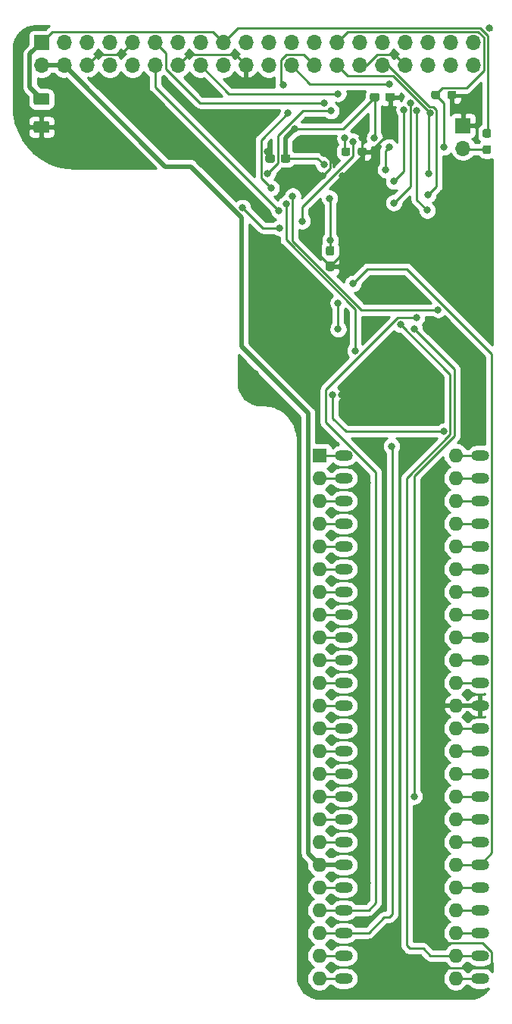
<source format=gbr>
%TF.GenerationSoftware,KiCad,Pcbnew,5.1.9-73d0e3b20d~88~ubuntu20.10.1*%
%TF.CreationDate,2021-03-23T08:11:44+00:00*%
%TF.ProjectId,A500,41353030-2e6b-4696-9361-645f70636258,rev?*%
%TF.SameCoordinates,Original*%
%TF.FileFunction,Copper,L2,Bot*%
%TF.FilePolarity,Positive*%
%FSLAX46Y46*%
G04 Gerber Fmt 4.6, Leading zero omitted, Abs format (unit mm)*
G04 Created by KiCad (PCBNEW 5.1.9-73d0e3b20d~88~ubuntu20.10.1) date 2021-03-23 08:11:44*
%MOMM*%
%LPD*%
G01*
G04 APERTURE LIST*
%TA.AperFunction,ComponentPad*%
%ADD10O,2.000000X1.200000*%
%TD*%
%TA.AperFunction,ComponentPad*%
%ADD11O,1.700000X1.700000*%
%TD*%
%TA.AperFunction,ComponentPad*%
%ADD12R,1.700000X1.700000*%
%TD*%
%TA.AperFunction,ComponentPad*%
%ADD13O,1.600000X1.600000*%
%TD*%
%TA.AperFunction,ComponentPad*%
%ADD14R,1.600000X1.600000*%
%TD*%
%TA.AperFunction,ViaPad*%
%ADD15C,0.800000*%
%TD*%
%TA.AperFunction,ViaPad*%
%ADD16C,1.600000*%
%TD*%
%TA.AperFunction,Conductor*%
%ADD17C,0.500000*%
%TD*%
%TA.AperFunction,Conductor*%
%ADD18C,0.250000*%
%TD*%
%TA.AperFunction,Conductor*%
%ADD19C,0.254000*%
%TD*%
%TA.AperFunction,Conductor*%
%ADD20C,0.100000*%
%TD*%
G04 APERTURE END LIST*
%TO.P,C1,2*%
%TO.N,GND*%
%TA.AperFunction,SMDPad,CuDef*%
G36*
G01*
X59039999Y-31634000D02*
X60340001Y-31634000D01*
G75*
G02*
X60590000Y-31883999I0J-249999D01*
G01*
X60590000Y-32709001D01*
G75*
G02*
X60340001Y-32959000I-249999J0D01*
G01*
X59039999Y-32959000D01*
G75*
G02*
X58790000Y-32709001I0J249999D01*
G01*
X58790000Y-31883999D01*
G75*
G02*
X59039999Y-31634000I249999J0D01*
G01*
G37*
%TD.AperFunction*%
%TO.P,C1,1*%
%TO.N,+3V3*%
%TA.AperFunction,SMDPad,CuDef*%
G36*
G01*
X59039999Y-28509000D02*
X60340001Y-28509000D01*
G75*
G02*
X60590000Y-28758999I0J-249999D01*
G01*
X60590000Y-29584001D01*
G75*
G02*
X60340001Y-29834000I-249999J0D01*
G01*
X59039999Y-29834000D01*
G75*
G02*
X58790000Y-29584001I0J249999D01*
G01*
X58790000Y-28758999D01*
G75*
G02*
X59039999Y-28509000I249999J0D01*
G01*
G37*
%TD.AperFunction*%
%TD*%
%TO.P,R3,2*%
%TO.N,GND*%
%TA.AperFunction,SMDPad,CuDef*%
G36*
G01*
X95040000Y-35289500D02*
X95040000Y-34814500D01*
G75*
G02*
X95277500Y-34577000I237500J0D01*
G01*
X95777500Y-34577000D01*
G75*
G02*
X96015000Y-34814500I0J-237500D01*
G01*
X96015000Y-35289500D01*
G75*
G02*
X95777500Y-35527000I-237500J0D01*
G01*
X95277500Y-35527000D01*
G75*
G02*
X95040000Y-35289500I0J237500D01*
G01*
G37*
%TD.AperFunction*%
%TO.P,R3,1*%
%TO.N,/DETECT*%
%TA.AperFunction,SMDPad,CuDef*%
G36*
G01*
X93215000Y-35289500D02*
X93215000Y-34814500D01*
G75*
G02*
X93452500Y-34577000I237500J0D01*
G01*
X93952500Y-34577000D01*
G75*
G02*
X94190000Y-34814500I0J-237500D01*
G01*
X94190000Y-35289500D01*
G75*
G02*
X93952500Y-35527000I-237500J0D01*
G01*
X93452500Y-35527000D01*
G75*
G02*
X93215000Y-35289500I0J237500D01*
G01*
G37*
%TD.AperFunction*%
%TD*%
%TO.P,C4,2*%
%TO.N,GND*%
%TA.AperFunction,SMDPad,CuDef*%
G36*
G01*
X91710500Y-47315000D02*
X92185500Y-47315000D01*
G75*
G02*
X92423000Y-47552500I0J-237500D01*
G01*
X92423000Y-48152500D01*
G75*
G02*
X92185500Y-48390000I-237500J0D01*
G01*
X91710500Y-48390000D01*
G75*
G02*
X91473000Y-48152500I0J237500D01*
G01*
X91473000Y-47552500D01*
G75*
G02*
X91710500Y-47315000I237500J0D01*
G01*
G37*
%TD.AperFunction*%
%TO.P,C4,1*%
%TO.N,+3V3*%
%TA.AperFunction,SMDPad,CuDef*%
G36*
G01*
X91710500Y-45590000D02*
X92185500Y-45590000D01*
G75*
G02*
X92423000Y-45827500I0J-237500D01*
G01*
X92423000Y-46427500D01*
G75*
G02*
X92185500Y-46665000I-237500J0D01*
G01*
X91710500Y-46665000D01*
G75*
G02*
X91473000Y-46427500I0J237500D01*
G01*
X91473000Y-45827500D01*
G75*
G02*
X91710500Y-45590000I237500J0D01*
G01*
G37*
%TD.AperFunction*%
%TD*%
%TO.P,C3,2*%
%TO.N,GND*%
%TA.AperFunction,SMDPad,CuDef*%
G36*
G01*
X85781000Y-35576500D02*
X85781000Y-36051500D01*
G75*
G02*
X85543500Y-36289000I-237500J0D01*
G01*
X84943500Y-36289000D01*
G75*
G02*
X84706000Y-36051500I0J237500D01*
G01*
X84706000Y-35576500D01*
G75*
G02*
X84943500Y-35339000I237500J0D01*
G01*
X85543500Y-35339000D01*
G75*
G02*
X85781000Y-35576500I0J-237500D01*
G01*
G37*
%TD.AperFunction*%
%TO.P,C3,1*%
%TO.N,+3V3*%
%TA.AperFunction,SMDPad,CuDef*%
G36*
G01*
X87506000Y-35576500D02*
X87506000Y-36051500D01*
G75*
G02*
X87268500Y-36289000I-237500J0D01*
G01*
X86668500Y-36289000D01*
G75*
G02*
X86431000Y-36051500I0J237500D01*
G01*
X86431000Y-35576500D01*
G75*
G02*
X86668500Y-35339000I237500J0D01*
G01*
X87268500Y-35339000D01*
G75*
G02*
X87506000Y-35576500I0J-237500D01*
G01*
G37*
%TD.AperFunction*%
%TD*%
D10*
%TO.P,U2,24*%
%TO.N,/B0*%
X93472000Y-127406400D03*
%TO.P,U2,25*%
%TO.N,/B1*%
X108712000Y-127406400D03*
%TO.P,U2,23*%
%TO.N,/R3*%
X93472000Y-124866400D03*
%TO.P,U2,26*%
%TO.N,/B2*%
X108712000Y-124866400D03*
%TO.P,U2,22*%
%TO.N,/R2*%
X93472000Y-122326400D03*
%TO.P,U2,27*%
%TO.N,/B3*%
X108712000Y-122326400D03*
%TO.P,U2,21*%
%TO.N,/R1*%
X93472000Y-119786400D03*
%TO.P,U2,28*%
%TO.N,/G0*%
X108712000Y-119786400D03*
%TO.P,U2,20*%
%TO.N,/R0*%
X93472000Y-117246400D03*
%TO.P,U2,29*%
%TO.N,/G1*%
X108712000Y-117246400D03*
%TO.P,U2,19*%
%TO.N,VCC*%
X93472000Y-114706400D03*
%TO.P,U2,30*%
%TO.N,/G2*%
X108712000Y-114706400D03*
%TO.P,U2,18*%
%TO.N,/BURST*%
X93472000Y-112166400D03*
%TO.P,U2,31*%
%TO.N,/G3*%
X108712000Y-112166400D03*
%TO.P,U2,17*%
%TO.N,/RGA1*%
X93472000Y-109626400D03*
%TO.P,U2,32*%
%TO.N,/HSYNC*%
X108712000Y-109626400D03*
%TO.P,U2,16*%
%TO.N,/RGA2*%
X93472000Y-107086400D03*
%TO.P,U2,33*%
%TO.N,/ZD*%
X108712000Y-107086400D03*
%TO.P,U2,15*%
%TO.N,/RGA3*%
X93472000Y-104546400D03*
%TO.P,U2,34*%
%TO.N,/NC*%
X108712000Y-104546400D03*
%TO.P,U2,14*%
%TO.N,/RGA4*%
X93472000Y-102006400D03*
%TO.P,U2,35*%
%TO.N,/7M*%
X108712000Y-102006400D03*
%TO.P,U2,13*%
%TO.N,/RGA5*%
X93472000Y-99466400D03*
%TO.P,U2,36*%
%TO.N,/CCK*%
X108712000Y-99466400D03*
%TO.P,U2,12*%
%TO.N,/RGA6*%
X93472000Y-96926400D03*
%TO.P,U2,37*%
%TO.N,GND*%
X108712000Y-96926400D03*
%TO.P,U2,11*%
%TO.N,/RGA7*%
X93472000Y-94386400D03*
%TO.P,U2,38*%
%TO.N,/M0V*%
X108712000Y-94386400D03*
%TO.P,U2,10*%
%TO.N,/RGA8*%
X93472000Y-91846400D03*
%TO.P,U2,39*%
%TO.N,/M1V*%
X108712000Y-91846400D03*
%TO.P,U2,9*%
%TO.N,/M0H*%
X93472000Y-89306400D03*
%TO.P,U2,40*%
%TO.N,/D15*%
X108712000Y-89306400D03*
%TO.P,U2,8*%
%TO.N,/M1H*%
X93472000Y-86766400D03*
%TO.P,U2,41*%
%TO.N,/D14*%
X108712000Y-86766400D03*
%TO.P,U2,7*%
%TO.N,/D0*%
X93472000Y-84226400D03*
%TO.P,U2,42*%
%TO.N,/D13*%
X108712000Y-84226400D03*
%TO.P,U2,6*%
%TO.N,/D1*%
X93472000Y-81686400D03*
%TO.P,U2,43*%
%TO.N,/D12*%
X108712000Y-81686400D03*
%TO.P,U2,5*%
%TO.N,/D2*%
X93472000Y-79146400D03*
%TO.P,U2,44*%
%TO.N,/D11*%
X108712000Y-79146400D03*
%TO.P,U2,4*%
%TO.N,/D3*%
X93472000Y-76606400D03*
%TO.P,U2,45*%
%TO.N,/D10*%
X108712000Y-76606400D03*
%TO.P,U2,3*%
%TO.N,/D4*%
X93472000Y-74066400D03*
%TO.P,U2,46*%
%TO.N,/D9*%
X108712000Y-74066400D03*
%TO.P,U2,2*%
%TO.N,/D5*%
X93472000Y-71526400D03*
%TO.P,U2,47*%
%TO.N,/D8*%
X108712000Y-71526400D03*
%TO.P,U2,1*%
%TO.N,/D6*%
X93472000Y-68986400D03*
%TO.P,U2,48*%
%TO.N,/D7*%
X108712000Y-68986400D03*
%TD*%
%TO.P,R2,2*%
%TO.N,GND*%
%TA.AperFunction,SMDPad,CuDef*%
G36*
G01*
X105073000Y-28939500D02*
X105073000Y-28464500D01*
G75*
G02*
X105310500Y-28227000I237500J0D01*
G01*
X105810500Y-28227000D01*
G75*
G02*
X106048000Y-28464500I0J-237500D01*
G01*
X106048000Y-28939500D01*
G75*
G02*
X105810500Y-29177000I-237500J0D01*
G01*
X105310500Y-29177000D01*
G75*
G02*
X105073000Y-28939500I0J237500D01*
G01*
G37*
%TD.AperFunction*%
%TO.P,R2,1*%
%TO.N,/GPIO0*%
%TA.AperFunction,SMDPad,CuDef*%
G36*
G01*
X103248000Y-28939500D02*
X103248000Y-28464500D01*
G75*
G02*
X103485500Y-28227000I237500J0D01*
G01*
X103985500Y-28227000D01*
G75*
G02*
X104223000Y-28464500I0J-237500D01*
G01*
X104223000Y-28939500D01*
G75*
G02*
X103985500Y-29177000I-237500J0D01*
G01*
X103485500Y-29177000D01*
G75*
G02*
X103248000Y-28939500I0J237500D01*
G01*
G37*
%TD.AperFunction*%
%TD*%
%TO.P,R1,2*%
%TO.N,/GPIO16*%
%TA.AperFunction,SMDPad,CuDef*%
G36*
G01*
X109236500Y-34334000D02*
X109711500Y-34334000D01*
G75*
G02*
X109949000Y-34571500I0J-237500D01*
G01*
X109949000Y-35071500D01*
G75*
G02*
X109711500Y-35309000I-237500J0D01*
G01*
X109236500Y-35309000D01*
G75*
G02*
X108999000Y-35071500I0J237500D01*
G01*
X108999000Y-34571500D01*
G75*
G02*
X109236500Y-34334000I237500J0D01*
G01*
G37*
%TD.AperFunction*%
%TO.P,R1,1*%
%TO.N,+3V3*%
%TA.AperFunction,SMDPad,CuDef*%
G36*
G01*
X109236500Y-32509000D02*
X109711500Y-32509000D01*
G75*
G02*
X109949000Y-32746500I0J-237500D01*
G01*
X109949000Y-33246500D01*
G75*
G02*
X109711500Y-33484000I-237500J0D01*
G01*
X109236500Y-33484000D01*
G75*
G02*
X108999000Y-33246500I0J237500D01*
G01*
X108999000Y-32746500D01*
G75*
G02*
X109236500Y-32509000I237500J0D01*
G01*
G37*
%TD.AperFunction*%
%TD*%
D11*
%TO.P,J1,40*%
%TO.N,/GPIO21*%
X107950000Y-25400000D03*
%TO.P,J1,39*%
%TO.N,GND*%
X107950000Y-22860000D03*
%TO.P,J1,38*%
%TO.N,/GPIO20*%
X105410000Y-25400000D03*
%TO.P,J1,37*%
%TO.N,/GPIO26*%
X105410000Y-22860000D03*
%TO.P,J1,36*%
%TO.N,/GPIO16*%
X102870000Y-25400000D03*
%TO.P,J1,35*%
%TO.N,/GPIO19*%
X102870000Y-22860000D03*
%TO.P,J1,34*%
%TO.N,GND*%
X100330000Y-25400000D03*
%TO.P,J1,33*%
%TO.N,/GPIO13*%
X100330000Y-22860000D03*
%TO.P,J1,32*%
%TO.N,/GPIO12*%
X97790000Y-25400000D03*
%TO.P,J1,31*%
%TO.N,/GPIO6*%
X97790000Y-22860000D03*
%TO.P,J1,30*%
%TO.N,GND*%
X95250000Y-25400000D03*
%TO.P,J1,29*%
%TO.N,/GPIO5*%
X95250000Y-22860000D03*
%TO.P,J1,28*%
%TO.N,/CLKEN*%
X92710000Y-25400000D03*
%TO.P,J1,27*%
%TO.N,/GPIO0*%
X92710000Y-22860000D03*
%TO.P,J1,26*%
%TO.N,/GPIO7*%
X90170000Y-25400000D03*
%TO.P,J1,25*%
%TO.N,GND*%
X90170000Y-22860000D03*
%TO.P,J1,24*%
%TO.N,/GPIO8*%
X87630000Y-25400000D03*
%TO.P,J1,23*%
%TO.N,/GPIO11*%
X87630000Y-22860000D03*
%TO.P,J1,22*%
%TO.N,/GPIO25*%
X85090000Y-25400000D03*
%TO.P,J1,21*%
%TO.N,/GPIO9*%
X85090000Y-22860000D03*
%TO.P,J1,20*%
%TO.N,GND*%
X82550000Y-25400000D03*
%TO.P,J1,19*%
%TO.N,/GPIO10*%
X82550000Y-22860000D03*
%TO.P,J1,18*%
%TO.N,/GPIO24*%
X80010000Y-25400000D03*
%TO.P,J1,17*%
%TO.N,+3V3*%
X80010000Y-22860000D03*
%TO.P,J1,16*%
%TO.N,/GPIO23*%
X77470000Y-25400000D03*
%TO.P,J1,15*%
%TO.N,/GPIO22*%
X77470000Y-22860000D03*
%TO.P,J1,14*%
%TO.N,GND*%
X74930000Y-25400000D03*
%TO.P,J1,13*%
%TO.N,/GPIO27*%
X74930000Y-22860000D03*
%TO.P,J1,12*%
%TO.N,/GPIO18*%
X72390000Y-25400000D03*
%TO.P,J1,11*%
%TO.N,/GPIO17*%
X72390000Y-22860000D03*
%TO.P,J1,10*%
%TO.N,/GPIO15*%
X69850000Y-25400000D03*
%TO.P,J1,9*%
%TO.N,GND*%
X69850000Y-22860000D03*
%TO.P,J1,8*%
%TO.N,/GPIO14*%
X67310000Y-25400000D03*
%TO.P,J1,7*%
%TO.N,/GPIO4*%
X67310000Y-22860000D03*
%TO.P,J1,6*%
%TO.N,GND*%
X64770000Y-25400000D03*
%TO.P,J1,5*%
%TO.N,/GPIO3*%
X64770000Y-22860000D03*
%TO.P,J1,4*%
%TO.N,VCC*%
X62230000Y-25400000D03*
%TO.P,J1,3*%
%TO.N,/GPIO2*%
X62230000Y-22860000D03*
%TO.P,J1,2*%
%TO.N,VCC*%
X59690000Y-25400000D03*
D12*
%TO.P,J1,1*%
%TO.N,+3V3*%
X59690000Y-22860000D03*
%TD*%
D13*
%TO.P,U1,48*%
%TO.N,/D7*%
X105990000Y-68965000D03*
%TO.P,U1,24*%
%TO.N,/B0*%
X90750000Y-127385000D03*
%TO.P,U1,47*%
%TO.N,/D8*%
X105990000Y-71505000D03*
%TO.P,U1,23*%
%TO.N,/R3*%
X90750000Y-124845000D03*
%TO.P,U1,46*%
%TO.N,/D9*%
X105990000Y-74045000D03*
%TO.P,U1,22*%
%TO.N,/R2*%
X90750000Y-122305000D03*
%TO.P,U1,45*%
%TO.N,/D10*%
X105990000Y-76585000D03*
%TO.P,U1,21*%
%TO.N,/R1*%
X90750000Y-119765000D03*
%TO.P,U1,44*%
%TO.N,/D11*%
X105990000Y-79125000D03*
%TO.P,U1,20*%
%TO.N,/R0*%
X90750000Y-117225000D03*
%TO.P,U1,43*%
%TO.N,/D12*%
X105990000Y-81665000D03*
%TO.P,U1,19*%
%TO.N,VCC*%
X90750000Y-114685000D03*
%TO.P,U1,42*%
%TO.N,/D13*%
X105990000Y-84205000D03*
%TO.P,U1,18*%
%TO.N,/BURST*%
X90750000Y-112145000D03*
%TO.P,U1,41*%
%TO.N,/D14*%
X105990000Y-86745000D03*
%TO.P,U1,17*%
%TO.N,/RGA1*%
X90750000Y-109605000D03*
%TO.P,U1,40*%
%TO.N,/D15*%
X105990000Y-89285000D03*
%TO.P,U1,16*%
%TO.N,/RGA2*%
X90750000Y-107065000D03*
%TO.P,U1,39*%
%TO.N,/M1V*%
X105990000Y-91825000D03*
%TO.P,U1,15*%
%TO.N,/RGA3*%
X90750000Y-104525000D03*
%TO.P,U1,38*%
%TO.N,/M0V*%
X105990000Y-94365000D03*
%TO.P,U1,14*%
%TO.N,/RGA4*%
X90750000Y-101985000D03*
%TO.P,U1,37*%
%TO.N,GND*%
X105990000Y-96905000D03*
%TO.P,U1,13*%
%TO.N,/RGA5*%
X90750000Y-99445000D03*
%TO.P,U1,36*%
%TO.N,/CCK*%
X105990000Y-99445000D03*
%TO.P,U1,12*%
%TO.N,/RGA6*%
X90750000Y-96905000D03*
%TO.P,U1,35*%
%TO.N,/7M*%
X105990000Y-101985000D03*
%TO.P,U1,11*%
%TO.N,/RGA7*%
X90750000Y-94365000D03*
%TO.P,U1,34*%
%TO.N,/NC*%
X105990000Y-104525000D03*
%TO.P,U1,10*%
%TO.N,/RGA8*%
X90750000Y-91825000D03*
%TO.P,U1,33*%
%TO.N,/ZD*%
X105990000Y-107065000D03*
%TO.P,U1,9*%
%TO.N,/M0H*%
X90750000Y-89285000D03*
%TO.P,U1,32*%
%TO.N,/HSYNC*%
X105990000Y-109605000D03*
%TO.P,U1,8*%
%TO.N,/M1H*%
X90750000Y-86745000D03*
%TO.P,U1,31*%
%TO.N,/G3*%
X105990000Y-112145000D03*
%TO.P,U1,7*%
%TO.N,/D0*%
X90750000Y-84205000D03*
%TO.P,U1,30*%
%TO.N,/G2*%
X105990000Y-114685000D03*
%TO.P,U1,6*%
%TO.N,/D1*%
X90750000Y-81665000D03*
%TO.P,U1,29*%
%TO.N,/G1*%
X105990000Y-117225000D03*
%TO.P,U1,5*%
%TO.N,/D2*%
X90750000Y-79125000D03*
%TO.P,U1,28*%
%TO.N,/G0*%
X105990000Y-119765000D03*
%TO.P,U1,4*%
%TO.N,/D3*%
X90750000Y-76585000D03*
%TO.P,U1,27*%
%TO.N,/B3*%
X105990000Y-122305000D03*
%TO.P,U1,3*%
%TO.N,/D4*%
X90750000Y-74045000D03*
%TO.P,U1,26*%
%TO.N,/B2*%
X105990000Y-124845000D03*
%TO.P,U1,2*%
%TO.N,/D5*%
X90750000Y-71505000D03*
%TO.P,U1,25*%
%TO.N,/B1*%
X105990000Y-127385000D03*
D14*
%TO.P,U1,1*%
%TO.N,/D6*%
X90750000Y-68965000D03*
%TD*%
D11*
%TO.P,JP1,2*%
%TO.N,/GPIO16*%
X106807000Y-34671000D03*
D12*
%TO.P,JP1,1*%
%TO.N,GND*%
X106807000Y-32131000D03*
%TD*%
%TO.P,C2,2*%
%TO.N,GND*%
%TA.AperFunction,SMDPad,CuDef*%
G36*
G01*
X98115000Y-29193500D02*
X98115000Y-28718500D01*
G75*
G02*
X98352500Y-28481000I237500J0D01*
G01*
X98952500Y-28481000D01*
G75*
G02*
X99190000Y-28718500I0J-237500D01*
G01*
X99190000Y-29193500D01*
G75*
G02*
X98952500Y-29431000I-237500J0D01*
G01*
X98352500Y-29431000D01*
G75*
G02*
X98115000Y-29193500I0J237500D01*
G01*
G37*
%TD.AperFunction*%
%TO.P,C2,1*%
%TO.N,+3V3*%
%TA.AperFunction,SMDPad,CuDef*%
G36*
G01*
X96390000Y-29193500D02*
X96390000Y-28718500D01*
G75*
G02*
X96627500Y-28481000I237500J0D01*
G01*
X97227500Y-28481000D01*
G75*
G02*
X97465000Y-28718500I0J-237500D01*
G01*
X97465000Y-29193500D01*
G75*
G02*
X97227500Y-29431000I-237500J0D01*
G01*
X96627500Y-29431000D01*
G75*
G02*
X96390000Y-29193500I0J237500D01*
G01*
G37*
%TD.AperFunction*%
%TD*%
D15*
%TO.N,GND*%
X89916000Y-44958000D03*
X93853000Y-29972000D03*
X96139000Y-72009000D03*
D16*
X63500000Y-32258000D03*
D15*
X91186000Y-35179000D03*
X95504000Y-33528000D03*
X96774000Y-67945000D03*
X96901000Y-60706000D03*
X93218000Y-62230000D03*
X100584000Y-60452000D03*
X99314000Y-56388000D03*
X96647000Y-54356000D03*
X107442000Y-52451000D03*
X107696000Y-64135000D03*
X96139000Y-51689000D03*
X108585000Y-49657000D03*
X108458000Y-42799000D03*
X107950000Y-29591000D03*
X78105000Y-28321000D03*
X81915000Y-30861000D03*
X93317148Y-37745668D03*
X84963000Y-35052000D03*
X82931000Y-35052000D03*
X100457000Y-50927000D03*
X96139000Y-46609000D03*
X109728000Y-21209000D03*
X81026000Y-38354000D03*
X81915000Y-33274000D03*
X103378000Y-42926000D03*
X90932000Y-66675000D03*
X87503000Y-37592000D03*
X83566000Y-59817000D03*
X85217000Y-54483000D03*
X99695000Y-128905000D03*
X102870000Y-121920000D03*
X103378000Y-117221000D03*
X103632000Y-112268000D03*
X97917000Y-119507000D03*
X96139000Y-116713000D03*
X91122500Y-37719000D03*
X91059000Y-53784500D03*
X104775000Y-46228000D03*
X86423500Y-49212500D03*
X106172000Y-38417500D03*
%TO.N,+3V3*%
X87972500Y-32473500D03*
X91948000Y-44958000D03*
X96901000Y-33528000D03*
X91249500Y-36512500D03*
X91884500Y-40259000D03*
%TO.N,/GPIO20*%
X98552000Y-34544000D03*
X98152001Y-37065001D03*
%TO.N,/GPIO18*%
X86233000Y-41656000D03*
%TO.N,/GPIO13*%
X101653000Y-30437938D03*
X102806500Y-41592500D03*
%TO.N,/GPIO12*%
X102870000Y-39878000D03*
%TO.N,/GPIO6*%
X100928000Y-29645892D03*
X99060000Y-40767000D03*
%TO.N,/GPIO5*%
X100203000Y-30353000D03*
X99060000Y-38354000D03*
%TO.N,/GPIO0*%
X104648000Y-34544000D03*
%TO.N,/GPIO7*%
X86741000Y-27559000D03*
%TO.N,/GPIO8*%
X98563670Y-27488429D03*
%TO.N,/GPIO23*%
X92837000Y-28575000D03*
%TO.N,/GPIO17*%
X91313000Y-29591000D03*
%TO.N,/CLKEN*%
X103124000Y-30734000D03*
X102933500Y-37465000D03*
%TO.N,/B0*%
X86307000Y-43561000D03*
X94527479Y-33899391D03*
X82146808Y-41297192D03*
X88836500Y-42799000D03*
%TO.N,/R3*%
X87032000Y-40894000D03*
X94742000Y-57277000D03*
%TO.N,/R2*%
X98806000Y-67945000D03*
X92837000Y-51943000D03*
X92837000Y-54864000D03*
%TO.N,/R1*%
X101600000Y-53594000D03*
%TO.N,/R0*%
X84963000Y-37465000D03*
X92038000Y-30480000D03*
%TO.N,/G3*%
X104013000Y-52705000D03*
X87757000Y-40005000D03*
%TO.N,/G2*%
X94488000Y-49784000D03*
%TO.N,/B2*%
X99822000Y-54356000D03*
%TO.N,/B1*%
X101350653Y-54859347D03*
X101346000Y-107061000D03*
%TO.N,/HSYNC*%
X87249000Y-30734000D03*
X85344000Y-39116000D03*
X92217997Y-62230000D03*
X104648000Y-66294000D03*
%TO.N,/DETECT*%
X93599000Y-33528000D03*
%TD*%
D17*
%TO.N,VCC*%
X62230000Y-25400000D02*
X59690000Y-25400000D01*
X93468000Y-114685000D02*
X93472000Y-114681000D01*
X90750000Y-114685000D02*
X93468000Y-114685000D01*
X89499999Y-113434999D02*
X90750000Y-114685000D01*
X89499999Y-65206234D02*
X89499999Y-113434999D01*
X82033990Y-42386456D02*
X82033990Y-56817722D01*
X76358544Y-36711010D02*
X82033990Y-42386456D01*
X73541010Y-36711010D02*
X76358544Y-36711010D01*
X62230000Y-25400000D02*
X73541010Y-36711010D01*
X89499999Y-64283731D02*
X82033990Y-56817722D01*
X89499999Y-65206234D02*
X89499999Y-64283731D01*
D18*
%TO.N,GND*%
X76105001Y-24224999D02*
X74930000Y-25400000D01*
X81374999Y-24224999D02*
X76105001Y-24224999D01*
X82550000Y-25400000D02*
X81374999Y-24224999D01*
X65945001Y-24224999D02*
X64770000Y-25400000D01*
X68485001Y-24224999D02*
X65945001Y-24224999D01*
X69850000Y-22860000D02*
X68485001Y-24224999D01*
X95504000Y-35028500D02*
X95527500Y-35052000D01*
X95504000Y-33528000D02*
X95504000Y-35028500D01*
X96450002Y-35052000D02*
X95527500Y-35052000D01*
X98652500Y-32849502D02*
X96450002Y-35052000D01*
X98652500Y-28956000D02*
X98652500Y-32849502D01*
X99154999Y-24224999D02*
X100330000Y-25400000D01*
X97225999Y-24224999D02*
X99154999Y-24224999D01*
X96050998Y-25400000D02*
X97225999Y-24224999D01*
X95250000Y-25400000D02*
X96050998Y-25400000D01*
X95527500Y-35527000D02*
X95527500Y-35052000D01*
X93312990Y-37741510D02*
X95527500Y-35527000D01*
X93312990Y-46487510D02*
X93312990Y-37741510D01*
X91948000Y-47852500D02*
X93312990Y-46487510D01*
X85243500Y-35332500D02*
X84963000Y-35052000D01*
X85243500Y-35814000D02*
X85243500Y-35332500D01*
X96139000Y-45535998D02*
X96139000Y-46609000D01*
X97499001Y-44175997D02*
X96139000Y-45535998D01*
X97499001Y-39968001D02*
X97499001Y-44175997D01*
X95527500Y-37996500D02*
X97499001Y-39968001D01*
X95527500Y-35052000D02*
X95527500Y-37996500D01*
X89916000Y-45820500D02*
X89916000Y-44958000D01*
X91948000Y-47852500D02*
X89916000Y-45820500D01*
D17*
X81915000Y-30861000D02*
X81915000Y-33274000D01*
X81915000Y-34036000D02*
X82931000Y-35052000D01*
X81915000Y-33274000D02*
X81915000Y-34036000D01*
D18*
X102870000Y-117729000D02*
X103378000Y-117221000D01*
X102870000Y-121920000D02*
X102870000Y-117729000D01*
X103632000Y-116967000D02*
X103378000Y-117221000D01*
X103632000Y-112268000D02*
X103632000Y-116967000D01*
X102340001Y-126259999D02*
X99695000Y-128905000D01*
X110037010Y-125928990D02*
X109706001Y-126259999D01*
X108983762Y-123430001D02*
X110037010Y-124483249D01*
X109706001Y-126259999D02*
X102340001Y-126259999D01*
X104380001Y-123430001D02*
X108983762Y-123430001D01*
X110037010Y-124483249D02*
X110037010Y-125928990D01*
X102870000Y-121920000D02*
X104380001Y-123430001D01*
X91974501Y-36866999D02*
X91122500Y-37719000D01*
X91974501Y-35967501D02*
X91974501Y-36866999D01*
X91186000Y-35179000D02*
X91974501Y-35967501D01*
%TO.N,+3V3*%
X93410000Y-32473500D02*
X96927500Y-28956000D01*
X60865001Y-21684999D02*
X59690000Y-22860000D01*
X78834999Y-21684999D02*
X60865001Y-21684999D01*
X80010000Y-22860000D02*
X78834999Y-21684999D01*
D17*
X58389999Y-27871499D02*
X59690000Y-29171500D01*
X58389999Y-24160001D02*
X58389999Y-27871499D01*
X59690000Y-22860000D02*
X58389999Y-24160001D01*
D18*
X87972500Y-32473500D02*
X93410000Y-32473500D01*
D17*
X86968500Y-33477500D02*
X87972500Y-32473500D01*
X86968500Y-35814000D02*
X86968500Y-33477500D01*
D18*
X91948000Y-46127500D02*
X91948000Y-44958000D01*
X96927500Y-33501500D02*
X96901000Y-33528000D01*
X96927500Y-28956000D02*
X96927500Y-33501500D01*
X81635011Y-21234989D02*
X80010000Y-22860000D01*
X108700401Y-21234989D02*
X81635011Y-21234989D01*
X109575010Y-22109598D02*
X108700401Y-21234989D01*
X109575010Y-32895490D02*
X109575010Y-22109598D01*
X109474000Y-32996500D02*
X109575010Y-32895490D01*
X90551000Y-35814000D02*
X91249500Y-36512500D01*
X86968500Y-35814000D02*
X90551000Y-35814000D01*
X91948000Y-40322500D02*
X91884500Y-40259000D01*
X91948000Y-44958000D02*
X91948000Y-40322500D01*
%TO.N,/GPIO20*%
X98552000Y-34544000D02*
X98152001Y-34943999D01*
X98152001Y-34943999D02*
X98152001Y-37065001D01*
%TO.N,/GPIO16*%
X106703500Y-34821500D02*
X106680000Y-34798000D01*
X109474000Y-34821500D02*
X106703500Y-34821500D01*
%TO.N,/GPIO18*%
X72390000Y-27813000D02*
X72390000Y-25400000D01*
X86233000Y-41656000D02*
X72390000Y-27813000D01*
%TO.N,/GPIO13*%
X101653000Y-30437938D02*
X101653000Y-39247002D01*
X101653000Y-40439000D02*
X102806500Y-41592500D01*
X101653000Y-39247002D02*
X101653000Y-40439000D01*
%TO.N,/GPIO12*%
X103849001Y-38898999D02*
X102870000Y-39878000D01*
X103849001Y-30385999D02*
X103849001Y-38898999D01*
X103472001Y-30008999D02*
X103849001Y-30385999D01*
X103035409Y-30008999D02*
X103472001Y-30008999D01*
X98426410Y-25400000D02*
X103035409Y-30008999D01*
X97790000Y-25400000D02*
X98426410Y-25400000D01*
%TO.N,/GPIO6*%
X100928000Y-38899000D02*
X99060000Y-40767000D01*
X100928000Y-29645892D02*
X100928000Y-38899000D01*
%TO.N,/GPIO5*%
X100203000Y-37211000D02*
X99060000Y-38354000D01*
X100203000Y-30353000D02*
X100203000Y-37211000D01*
%TO.N,/GPIO0*%
X107187012Y-27901990D02*
X104535510Y-27901990D01*
X109125001Y-25964001D02*
X107187012Y-27901990D01*
X109125001Y-22295999D02*
X109125001Y-25964001D01*
X108514001Y-21684999D02*
X109125001Y-22295999D01*
X104535510Y-27901990D02*
X103735500Y-28702000D01*
X93885001Y-21684999D02*
X108514001Y-21684999D01*
X92710000Y-22860000D02*
X93885001Y-21684999D01*
X104648000Y-29614500D02*
X104648000Y-34544000D01*
X103735500Y-28702000D02*
X104648000Y-29614500D01*
%TO.N,/GPIO7*%
X88994999Y-24224999D02*
X90170000Y-25400000D01*
X87027001Y-24224999D02*
X88994999Y-24224999D01*
X86454999Y-24797001D02*
X87027001Y-24224999D01*
X86454999Y-27272999D02*
X86454999Y-24797001D01*
X86741000Y-27559000D02*
X86454999Y-27272999D01*
%TO.N,/GPIO8*%
X89718429Y-27488429D02*
X87630000Y-25400000D01*
X98563670Y-27488429D02*
X89718429Y-27488429D01*
%TO.N,/GPIO23*%
X80645000Y-28575000D02*
X92837000Y-28575000D01*
X77470000Y-25400000D02*
X80645000Y-28575000D01*
%TO.N,/GPIO17*%
X77381998Y-29591000D02*
X91313000Y-29591000D01*
X73565001Y-25774003D02*
X77381998Y-29591000D01*
X73565001Y-24035001D02*
X73565001Y-25774003D01*
X72390000Y-22860000D02*
X73565001Y-24035001D01*
%TO.N,/CLKEN*%
X98965001Y-26575001D02*
X103124000Y-30734000D01*
X93885001Y-26575001D02*
X98965001Y-26575001D01*
X92710000Y-25400000D02*
X93885001Y-26575001D01*
X102933500Y-30924500D02*
X103124000Y-30734000D01*
X102933500Y-37465000D02*
X102933500Y-30924500D01*
%TO.N,/D7*%
X106011400Y-68986400D02*
X105990000Y-68965000D01*
X108712000Y-68986400D02*
X106011400Y-68986400D01*
%TO.N,/B0*%
X90750000Y-127385000D02*
X93468000Y-127385000D01*
X84410616Y-43561000D02*
X82146808Y-41297192D01*
X86307000Y-43561000D02*
X84410616Y-43561000D01*
X94527479Y-35510031D02*
X94527479Y-33899391D01*
X88836500Y-41201010D02*
X94527479Y-35510031D01*
X88836500Y-42799000D02*
X88836500Y-41201010D01*
%TO.N,/D8*%
X108690600Y-71505000D02*
X108712000Y-71526400D01*
X105990000Y-71505000D02*
X108690600Y-71505000D01*
%TO.N,/R3*%
X90750000Y-124845000D02*
X93468000Y-124845000D01*
X94742000Y-52615920D02*
X94742000Y-57277000D01*
X87032000Y-44905920D02*
X94742000Y-52615920D01*
X87032000Y-40894000D02*
X87032000Y-44905920D01*
%TO.N,/D9*%
X106011400Y-74066400D02*
X105990000Y-74045000D01*
X108712000Y-74066400D02*
X106011400Y-74066400D01*
%TO.N,/R2*%
X93468000Y-122305000D02*
X93472000Y-122301000D01*
X90750000Y-122305000D02*
X93468000Y-122305000D01*
X96242500Y-122301000D02*
X93472000Y-122301000D01*
X98880010Y-68019010D02*
X98806000Y-67945000D01*
X98550500Y-120561010D02*
X98880010Y-120231500D01*
X97982490Y-120561010D02*
X98550500Y-120561010D01*
X98880010Y-120231500D02*
X98880010Y-68019010D01*
X96242500Y-122301000D02*
X97982490Y-120561010D01*
X92837000Y-54864000D02*
X92837000Y-52324000D01*
X92837000Y-52324000D02*
X92837000Y-51943000D01*
%TO.N,/D10*%
X108690600Y-76585000D02*
X108712000Y-76606400D01*
X105990000Y-76585000D02*
X108690600Y-76585000D01*
%TO.N,/R1*%
X93468000Y-119765000D02*
X93472000Y-119761000D01*
X90750000Y-119765000D02*
X93468000Y-119765000D01*
X93472000Y-119761000D02*
X96242500Y-119761000D01*
X99510998Y-53594000D02*
X101600000Y-53594000D01*
X91492996Y-65299235D02*
X91492996Y-61612002D01*
X97055010Y-70861249D02*
X91492996Y-65299235D01*
X91492996Y-61612002D02*
X99510998Y-53594000D01*
X97055010Y-118948490D02*
X97055010Y-70861249D01*
X96242500Y-119761000D02*
X97055010Y-118948490D01*
%TO.N,/D11*%
X106011400Y-79146400D02*
X105990000Y-79125000D01*
X108712000Y-79146400D02*
X106011400Y-79146400D01*
%TO.N,/R0*%
X90750000Y-117225000D02*
X93468000Y-117225000D01*
X88892998Y-30480000D02*
X92038000Y-30480000D01*
X86106000Y-33266998D02*
X88892998Y-30480000D01*
X86106000Y-36322000D02*
X86106000Y-33266998D01*
X84963000Y-37465000D02*
X86106000Y-36322000D01*
%TO.N,/D12*%
X108690600Y-81665000D02*
X108712000Y-81686400D01*
X105990000Y-81665000D02*
X108690600Y-81665000D01*
%TO.N,/D13*%
X106011400Y-84226400D02*
X105990000Y-84205000D01*
X108712000Y-84226400D02*
X106011400Y-84226400D01*
%TO.N,/BURST*%
X90771400Y-112166400D02*
X90750000Y-112145000D01*
X93472000Y-112166400D02*
X90771400Y-112166400D01*
%TO.N,/D14*%
X108690600Y-86745000D02*
X108712000Y-86766400D01*
X105990000Y-86745000D02*
X108690600Y-86745000D01*
%TO.N,/RGA1*%
X90771400Y-109626400D02*
X90750000Y-109605000D01*
X93472000Y-109626400D02*
X90771400Y-109626400D01*
%TO.N,/D15*%
X106011400Y-89306400D02*
X105990000Y-89285000D01*
X108712000Y-89306400D02*
X106011400Y-89306400D01*
%TO.N,/RGA2*%
X93450600Y-107065000D02*
X93472000Y-107086400D01*
X90750000Y-107065000D02*
X93450600Y-107065000D01*
%TO.N,/M1V*%
X108690600Y-91825000D02*
X108712000Y-91846400D01*
X105990000Y-91825000D02*
X108690600Y-91825000D01*
%TO.N,/RGA3*%
X90771400Y-104546400D02*
X90750000Y-104525000D01*
X93472000Y-104546400D02*
X90771400Y-104546400D01*
%TO.N,/M0V*%
X106011400Y-94386400D02*
X105990000Y-94365000D01*
X108712000Y-94386400D02*
X106011400Y-94386400D01*
%TO.N,/RGA4*%
X93450600Y-101985000D02*
X93472000Y-102006400D01*
X90750000Y-101985000D02*
X93450600Y-101985000D01*
%TO.N,/RGA5*%
X90771400Y-99466400D02*
X90750000Y-99445000D01*
X93472000Y-99466400D02*
X90771400Y-99466400D01*
%TO.N,/CCK*%
X106011400Y-99466400D02*
X105990000Y-99445000D01*
X108712000Y-99466400D02*
X106011400Y-99466400D01*
%TO.N,/RGA6*%
X93450600Y-96905000D02*
X93472000Y-96926400D01*
X90750000Y-96905000D02*
X93450600Y-96905000D01*
%TO.N,/7M*%
X108690600Y-101985000D02*
X108712000Y-102006400D01*
X105990000Y-101985000D02*
X108690600Y-101985000D01*
%TO.N,/RGA7*%
X90771400Y-94386400D02*
X90750000Y-94365000D01*
X93472000Y-94386400D02*
X90771400Y-94386400D01*
%TO.N,/NC*%
X106011400Y-104546400D02*
X105990000Y-104525000D01*
X108712000Y-104546400D02*
X106011400Y-104546400D01*
%TO.N,/RGA8*%
X93450600Y-91825000D02*
X93472000Y-91846400D01*
X90750000Y-91825000D02*
X93450600Y-91825000D01*
%TO.N,/ZD*%
X106011400Y-107086400D02*
X105990000Y-107065000D01*
X108712000Y-107086400D02*
X106011400Y-107086400D01*
%TO.N,/M0H*%
X90771400Y-89306400D02*
X90750000Y-89285000D01*
X93472000Y-89306400D02*
X90771400Y-89306400D01*
%TO.N,/M1H*%
X93450600Y-86745000D02*
X93472000Y-86766400D01*
X90750000Y-86745000D02*
X93450600Y-86745000D01*
%TO.N,/G3*%
X105994000Y-112141000D02*
X105990000Y-112145000D01*
X108712000Y-112141000D02*
X105994000Y-112141000D01*
X87757000Y-44994510D02*
X87757000Y-40005000D01*
X95467490Y-52705000D02*
X87757000Y-44994510D01*
X104013000Y-52705000D02*
X95467490Y-52705000D01*
%TO.N,/D0*%
X90771400Y-84226400D02*
X90750000Y-84205000D01*
X93472000Y-84226400D02*
X90771400Y-84226400D01*
%TO.N,/G2*%
X105994000Y-114681000D02*
X105990000Y-114685000D01*
X108712000Y-114681000D02*
X105994000Y-114681000D01*
X110037010Y-57656008D02*
X100514002Y-48133000D01*
X110037010Y-113381390D02*
X110037010Y-57656008D01*
X108712000Y-114706400D02*
X110037010Y-113381390D01*
X96139000Y-48133000D02*
X94488000Y-49784000D01*
X100514002Y-48133000D02*
X96139000Y-48133000D01*
%TO.N,/D1*%
X93450600Y-81665000D02*
X93472000Y-81686400D01*
X90750000Y-81665000D02*
X93450600Y-81665000D01*
%TO.N,/G1*%
X105994000Y-117221000D02*
X105990000Y-117225000D01*
X108712000Y-117221000D02*
X105994000Y-117221000D01*
%TO.N,/D2*%
X90771400Y-79146400D02*
X90750000Y-79125000D01*
X93472000Y-79146400D02*
X90771400Y-79146400D01*
%TO.N,/G0*%
X105994000Y-119761000D02*
X105990000Y-119765000D01*
X108712000Y-119761000D02*
X105994000Y-119761000D01*
%TO.N,/D3*%
X93450600Y-76585000D02*
X93472000Y-76606400D01*
X90750000Y-76585000D02*
X93450600Y-76585000D01*
%TO.N,/B3*%
X105994000Y-122301000D02*
X105990000Y-122305000D01*
X108712000Y-122301000D02*
X105994000Y-122301000D01*
%TO.N,/D4*%
X90771400Y-74066400D02*
X90750000Y-74045000D01*
X93472000Y-74066400D02*
X90771400Y-74066400D01*
%TO.N,/B2*%
X105994000Y-124841000D02*
X105990000Y-124845000D01*
X108712000Y-124841000D02*
X105994000Y-124841000D01*
X103151500Y-124845000D02*
X103147500Y-124841000D01*
X105990000Y-124845000D02*
X103151500Y-124845000D01*
X102347490Y-124040990D02*
X103147500Y-124841000D01*
X100839500Y-124040990D02*
X102347490Y-124040990D01*
X100509990Y-123711480D02*
X100839500Y-124040990D01*
X100509990Y-71505012D02*
X100509990Y-123711480D01*
X105373001Y-66642001D02*
X100509990Y-71505012D01*
X105373001Y-59907001D02*
X105373001Y-66642001D01*
X99822000Y-54356000D02*
X105373001Y-59907001D01*
%TO.N,/D5*%
X93450600Y-71505000D02*
X93472000Y-71526400D01*
X90750000Y-71505000D02*
X93450600Y-71505000D01*
%TO.N,/B1*%
X105994000Y-127381000D02*
X105990000Y-127385000D01*
X108712000Y-127381000D02*
X105994000Y-127381000D01*
X101346000Y-71305412D02*
X101346000Y-107061000D01*
X105823010Y-66828402D02*
X101346000Y-71305412D01*
X105823010Y-59331704D02*
X105823010Y-66828402D01*
X101350653Y-54859347D02*
X105823010Y-59331704D01*
%TO.N,/D6*%
X90771400Y-68986400D02*
X90750000Y-68965000D01*
X93472000Y-68986400D02*
X90771400Y-68986400D01*
%TO.N,/HSYNC*%
X105994000Y-109601000D02*
X105990000Y-109605000D01*
X108712000Y-109601000D02*
X105994000Y-109601000D01*
X84237999Y-33745001D02*
X87249000Y-30734000D01*
X84237999Y-38009999D02*
X85344000Y-39116000D01*
X84237999Y-33745001D02*
X84237999Y-38009999D01*
X93704500Y-66294000D02*
X92217997Y-64807497D01*
X92217997Y-64807497D02*
X92217997Y-62230000D01*
X104648000Y-66294000D02*
X93704500Y-66294000D01*
%TO.N,/DETECT*%
X93599000Y-34948500D02*
X93702500Y-35052000D01*
X93599000Y-33528000D02*
X93599000Y-34948500D01*
%TD*%
D19*
%TO.N,GND*%
X88615000Y-64650311D02*
X88614999Y-65162757D01*
X88614999Y-65162758D01*
X88615000Y-113391520D01*
X88610718Y-113434999D01*
X88627804Y-113608489D01*
X88678411Y-113775312D01*
X88760589Y-113929058D01*
X88843467Y-114030045D01*
X88843470Y-114030048D01*
X88871183Y-114063816D01*
X88904950Y-114091528D01*
X89321983Y-114508561D01*
X89315000Y-114543665D01*
X89315000Y-114826335D01*
X89370147Y-115103574D01*
X89478320Y-115364727D01*
X89635363Y-115599759D01*
X89835241Y-115799637D01*
X90067759Y-115955000D01*
X89835241Y-116110363D01*
X89635363Y-116310241D01*
X89478320Y-116545273D01*
X89370147Y-116806426D01*
X89315000Y-117083665D01*
X89315000Y-117366335D01*
X89370147Y-117643574D01*
X89478320Y-117904727D01*
X89635363Y-118139759D01*
X89835241Y-118339637D01*
X90067759Y-118495000D01*
X89835241Y-118650363D01*
X89635363Y-118850241D01*
X89478320Y-119085273D01*
X89370147Y-119346426D01*
X89315000Y-119623665D01*
X89315000Y-119906335D01*
X89370147Y-120183574D01*
X89478320Y-120444727D01*
X89635363Y-120679759D01*
X89835241Y-120879637D01*
X90067759Y-121035000D01*
X89835241Y-121190363D01*
X89635363Y-121390241D01*
X89478320Y-121625273D01*
X89370147Y-121886426D01*
X89315000Y-122163665D01*
X89315000Y-122446335D01*
X89370147Y-122723574D01*
X89478320Y-122984727D01*
X89635363Y-123219759D01*
X89835241Y-123419637D01*
X90067759Y-123575000D01*
X89835241Y-123730363D01*
X89635363Y-123930241D01*
X89478320Y-124165273D01*
X89370147Y-124426426D01*
X89315000Y-124703665D01*
X89315000Y-124986335D01*
X89370147Y-125263574D01*
X89478320Y-125524727D01*
X89635363Y-125759759D01*
X89835241Y-125959637D01*
X90067759Y-126115000D01*
X89835241Y-126270363D01*
X89635363Y-126470241D01*
X89478320Y-126705273D01*
X89370147Y-126966426D01*
X89315000Y-127243665D01*
X89315000Y-127526335D01*
X89370147Y-127803574D01*
X89478320Y-128064727D01*
X89635363Y-128299759D01*
X89835241Y-128499637D01*
X90070273Y-128656680D01*
X90331426Y-128764853D01*
X90608665Y-128820000D01*
X90891335Y-128820000D01*
X91168574Y-128764853D01*
X91429727Y-128656680D01*
X91664759Y-128499637D01*
X91864637Y-128299759D01*
X91968043Y-128145000D01*
X92080504Y-128145000D01*
X92194498Y-128283902D01*
X92382551Y-128438233D01*
X92597099Y-128552911D01*
X92829898Y-128623530D01*
X93011335Y-128641400D01*
X93932665Y-128641400D01*
X94114102Y-128623530D01*
X94346901Y-128552911D01*
X94561449Y-128438233D01*
X94749502Y-128283902D01*
X94903833Y-128095849D01*
X95018511Y-127881301D01*
X95089130Y-127648502D01*
X95112975Y-127406400D01*
X95089130Y-127164298D01*
X95018511Y-126931499D01*
X94903833Y-126716951D01*
X94749502Y-126528898D01*
X94561449Y-126374567D01*
X94346901Y-126259889D01*
X94114102Y-126189270D01*
X93932665Y-126171400D01*
X93011335Y-126171400D01*
X92829898Y-126189270D01*
X92597099Y-126259889D01*
X92382551Y-126374567D01*
X92194498Y-126528898D01*
X92115629Y-126625000D01*
X91968043Y-126625000D01*
X91864637Y-126470241D01*
X91664759Y-126270363D01*
X91432241Y-126115000D01*
X91664759Y-125959637D01*
X91864637Y-125759759D01*
X91968043Y-125605000D01*
X92080504Y-125605000D01*
X92194498Y-125743902D01*
X92382551Y-125898233D01*
X92597099Y-126012911D01*
X92829898Y-126083530D01*
X93011335Y-126101400D01*
X93932665Y-126101400D01*
X94114102Y-126083530D01*
X94346901Y-126012911D01*
X94561449Y-125898233D01*
X94749502Y-125743902D01*
X94903833Y-125555849D01*
X95018511Y-125341301D01*
X95089130Y-125108502D01*
X95112975Y-124866400D01*
X95089130Y-124624298D01*
X95018511Y-124391499D01*
X94903833Y-124176951D01*
X94749502Y-123988898D01*
X94561449Y-123834567D01*
X94346901Y-123719889D01*
X94114102Y-123649270D01*
X93932665Y-123631400D01*
X93011335Y-123631400D01*
X92829898Y-123649270D01*
X92597099Y-123719889D01*
X92382551Y-123834567D01*
X92194498Y-123988898D01*
X92115629Y-124085000D01*
X91968043Y-124085000D01*
X91864637Y-123930241D01*
X91664759Y-123730363D01*
X91432241Y-123575000D01*
X91664759Y-123419637D01*
X91864637Y-123219759D01*
X91968043Y-123065000D01*
X92080504Y-123065000D01*
X92194498Y-123203902D01*
X92382551Y-123358233D01*
X92597099Y-123472911D01*
X92829898Y-123543530D01*
X93011335Y-123561400D01*
X93932665Y-123561400D01*
X94114102Y-123543530D01*
X94346901Y-123472911D01*
X94561449Y-123358233D01*
X94749502Y-123203902D01*
X94866779Y-123061000D01*
X96205178Y-123061000D01*
X96242500Y-123064676D01*
X96279822Y-123061000D01*
X96279833Y-123061000D01*
X96391486Y-123050003D01*
X96534747Y-123006546D01*
X96666776Y-122935974D01*
X96782501Y-122841001D01*
X96806303Y-122811998D01*
X98297293Y-121321010D01*
X98513178Y-121321010D01*
X98550500Y-121324686D01*
X98587822Y-121321010D01*
X98587833Y-121321010D01*
X98699486Y-121310013D01*
X98842747Y-121266556D01*
X98974776Y-121195984D01*
X99090501Y-121101011D01*
X99114304Y-121072007D01*
X99391008Y-120795303D01*
X99420011Y-120771501D01*
X99514984Y-120655776D01*
X99585556Y-120523747D01*
X99629013Y-120380486D01*
X99640010Y-120268833D01*
X99640010Y-120268832D01*
X99643687Y-120231500D01*
X99640010Y-120194167D01*
X99640010Y-68559766D01*
X99723205Y-68435256D01*
X99801226Y-68246898D01*
X99841000Y-68046939D01*
X99841000Y-67843061D01*
X99801226Y-67643102D01*
X99723205Y-67454744D01*
X99609937Y-67285226D01*
X99465774Y-67141063D01*
X99335475Y-67054000D01*
X103886200Y-67054000D01*
X99998993Y-70941208D01*
X99969989Y-70965011D01*
X99930470Y-71013166D01*
X99875016Y-71080736D01*
X99871975Y-71086426D01*
X99804444Y-71212766D01*
X99760987Y-71356027D01*
X99749990Y-71467680D01*
X99749990Y-71467690D01*
X99746314Y-71505012D01*
X99749990Y-71542334D01*
X99749991Y-123674147D01*
X99746314Y-123711480D01*
X99760988Y-123860465D01*
X99804444Y-124003726D01*
X99875016Y-124135756D01*
X99919513Y-124189975D01*
X99969990Y-124251481D01*
X99998988Y-124275279D01*
X100275696Y-124551987D01*
X100299499Y-124580991D01*
X100415224Y-124675964D01*
X100547253Y-124746536D01*
X100690514Y-124789993D01*
X100839500Y-124804667D01*
X100876833Y-124800990D01*
X102032689Y-124800990D01*
X102587701Y-125356003D01*
X102611499Y-125385001D01*
X102727224Y-125479974D01*
X102859253Y-125550546D01*
X103002514Y-125594003D01*
X103114167Y-125605000D01*
X103114178Y-125605000D01*
X103151500Y-125608676D01*
X103188823Y-125605000D01*
X104771957Y-125605000D01*
X104875363Y-125759759D01*
X105075241Y-125959637D01*
X105307759Y-126115000D01*
X105075241Y-126270363D01*
X104875363Y-126470241D01*
X104718320Y-126705273D01*
X104610147Y-126966426D01*
X104555000Y-127243665D01*
X104555000Y-127526335D01*
X104610147Y-127803574D01*
X104718320Y-128064727D01*
X104875363Y-128299759D01*
X105075241Y-128499637D01*
X105310273Y-128656680D01*
X105571426Y-128764853D01*
X105848665Y-128820000D01*
X106131335Y-128820000D01*
X106408574Y-128764853D01*
X106669727Y-128656680D01*
X106904759Y-128499637D01*
X107104637Y-128299759D01*
X107210716Y-128141000D01*
X107317221Y-128141000D01*
X107434498Y-128283902D01*
X107622551Y-128438233D01*
X107837099Y-128552911D01*
X108069898Y-128623530D01*
X108251335Y-128641400D01*
X109172665Y-128641400D01*
X109354102Y-128623530D01*
X109586901Y-128552911D01*
X109663991Y-128511705D01*
X109661161Y-128517028D01*
X109351323Y-128896927D01*
X108973600Y-129209406D01*
X108542373Y-129442569D01*
X108074073Y-129587532D01*
X107555847Y-129642000D01*
X90837278Y-129642000D01*
X90317117Y-129590998D01*
X89847814Y-129449307D01*
X89414972Y-129219161D01*
X89035073Y-128909323D01*
X88722594Y-128531600D01*
X88489431Y-128100373D01*
X88344468Y-127632073D01*
X88290000Y-127113847D01*
X88290000Y-67150581D01*
X88287069Y-67120818D01*
X88287207Y-67101016D01*
X88286307Y-67091845D01*
X88221535Y-66475588D01*
X88209516Y-66417037D01*
X88198299Y-66358234D01*
X88195635Y-66349412D01*
X88012400Y-65757472D01*
X87989232Y-65702359D01*
X87966810Y-65646861D01*
X87962483Y-65638725D01*
X87667762Y-65093650D01*
X87634291Y-65044028D01*
X87601558Y-64994005D01*
X87595733Y-64986864D01*
X87595732Y-64986862D01*
X87595728Y-64986858D01*
X87200753Y-64509414D01*
X87158336Y-64467292D01*
X87116454Y-64424523D01*
X87109353Y-64418650D01*
X86629157Y-64027011D01*
X86579356Y-63993924D01*
X86529976Y-63960112D01*
X86521870Y-63955730D01*
X85974749Y-63664821D01*
X85919455Y-63642030D01*
X85864462Y-63618460D01*
X85855659Y-63615735D01*
X85262455Y-63436636D01*
X85203784Y-63425019D01*
X85145263Y-63412580D01*
X85136098Y-63411617D01*
X84519404Y-63351150D01*
X84519402Y-63351150D01*
X84487419Y-63348000D01*
X84233278Y-63348000D01*
X83713117Y-63296998D01*
X83243814Y-63155307D01*
X82810972Y-62925161D01*
X82431073Y-62615323D01*
X82118594Y-62237600D01*
X81885431Y-61806373D01*
X81740468Y-61338073D01*
X81686000Y-60819847D01*
X81686000Y-57721310D01*
X88615000Y-64650311D01*
%TA.AperFunction,Conductor*%
D20*
G36*
X88615000Y-64650311D02*
G01*
X88614999Y-65162757D01*
X88614999Y-65162758D01*
X88615000Y-113391520D01*
X88610718Y-113434999D01*
X88627804Y-113608489D01*
X88678411Y-113775312D01*
X88760589Y-113929058D01*
X88843467Y-114030045D01*
X88843470Y-114030048D01*
X88871183Y-114063816D01*
X88904950Y-114091528D01*
X89321983Y-114508561D01*
X89315000Y-114543665D01*
X89315000Y-114826335D01*
X89370147Y-115103574D01*
X89478320Y-115364727D01*
X89635363Y-115599759D01*
X89835241Y-115799637D01*
X90067759Y-115955000D01*
X89835241Y-116110363D01*
X89635363Y-116310241D01*
X89478320Y-116545273D01*
X89370147Y-116806426D01*
X89315000Y-117083665D01*
X89315000Y-117366335D01*
X89370147Y-117643574D01*
X89478320Y-117904727D01*
X89635363Y-118139759D01*
X89835241Y-118339637D01*
X90067759Y-118495000D01*
X89835241Y-118650363D01*
X89635363Y-118850241D01*
X89478320Y-119085273D01*
X89370147Y-119346426D01*
X89315000Y-119623665D01*
X89315000Y-119906335D01*
X89370147Y-120183574D01*
X89478320Y-120444727D01*
X89635363Y-120679759D01*
X89835241Y-120879637D01*
X90067759Y-121035000D01*
X89835241Y-121190363D01*
X89635363Y-121390241D01*
X89478320Y-121625273D01*
X89370147Y-121886426D01*
X89315000Y-122163665D01*
X89315000Y-122446335D01*
X89370147Y-122723574D01*
X89478320Y-122984727D01*
X89635363Y-123219759D01*
X89835241Y-123419637D01*
X90067759Y-123575000D01*
X89835241Y-123730363D01*
X89635363Y-123930241D01*
X89478320Y-124165273D01*
X89370147Y-124426426D01*
X89315000Y-124703665D01*
X89315000Y-124986335D01*
X89370147Y-125263574D01*
X89478320Y-125524727D01*
X89635363Y-125759759D01*
X89835241Y-125959637D01*
X90067759Y-126115000D01*
X89835241Y-126270363D01*
X89635363Y-126470241D01*
X89478320Y-126705273D01*
X89370147Y-126966426D01*
X89315000Y-127243665D01*
X89315000Y-127526335D01*
X89370147Y-127803574D01*
X89478320Y-128064727D01*
X89635363Y-128299759D01*
X89835241Y-128499637D01*
X90070273Y-128656680D01*
X90331426Y-128764853D01*
X90608665Y-128820000D01*
X90891335Y-128820000D01*
X91168574Y-128764853D01*
X91429727Y-128656680D01*
X91664759Y-128499637D01*
X91864637Y-128299759D01*
X91968043Y-128145000D01*
X92080504Y-128145000D01*
X92194498Y-128283902D01*
X92382551Y-128438233D01*
X92597099Y-128552911D01*
X92829898Y-128623530D01*
X93011335Y-128641400D01*
X93932665Y-128641400D01*
X94114102Y-128623530D01*
X94346901Y-128552911D01*
X94561449Y-128438233D01*
X94749502Y-128283902D01*
X94903833Y-128095849D01*
X95018511Y-127881301D01*
X95089130Y-127648502D01*
X95112975Y-127406400D01*
X95089130Y-127164298D01*
X95018511Y-126931499D01*
X94903833Y-126716951D01*
X94749502Y-126528898D01*
X94561449Y-126374567D01*
X94346901Y-126259889D01*
X94114102Y-126189270D01*
X93932665Y-126171400D01*
X93011335Y-126171400D01*
X92829898Y-126189270D01*
X92597099Y-126259889D01*
X92382551Y-126374567D01*
X92194498Y-126528898D01*
X92115629Y-126625000D01*
X91968043Y-126625000D01*
X91864637Y-126470241D01*
X91664759Y-126270363D01*
X91432241Y-126115000D01*
X91664759Y-125959637D01*
X91864637Y-125759759D01*
X91968043Y-125605000D01*
X92080504Y-125605000D01*
X92194498Y-125743902D01*
X92382551Y-125898233D01*
X92597099Y-126012911D01*
X92829898Y-126083530D01*
X93011335Y-126101400D01*
X93932665Y-126101400D01*
X94114102Y-126083530D01*
X94346901Y-126012911D01*
X94561449Y-125898233D01*
X94749502Y-125743902D01*
X94903833Y-125555849D01*
X95018511Y-125341301D01*
X95089130Y-125108502D01*
X95112975Y-124866400D01*
X95089130Y-124624298D01*
X95018511Y-124391499D01*
X94903833Y-124176951D01*
X94749502Y-123988898D01*
X94561449Y-123834567D01*
X94346901Y-123719889D01*
X94114102Y-123649270D01*
X93932665Y-123631400D01*
X93011335Y-123631400D01*
X92829898Y-123649270D01*
X92597099Y-123719889D01*
X92382551Y-123834567D01*
X92194498Y-123988898D01*
X92115629Y-124085000D01*
X91968043Y-124085000D01*
X91864637Y-123930241D01*
X91664759Y-123730363D01*
X91432241Y-123575000D01*
X91664759Y-123419637D01*
X91864637Y-123219759D01*
X91968043Y-123065000D01*
X92080504Y-123065000D01*
X92194498Y-123203902D01*
X92382551Y-123358233D01*
X92597099Y-123472911D01*
X92829898Y-123543530D01*
X93011335Y-123561400D01*
X93932665Y-123561400D01*
X94114102Y-123543530D01*
X94346901Y-123472911D01*
X94561449Y-123358233D01*
X94749502Y-123203902D01*
X94866779Y-123061000D01*
X96205178Y-123061000D01*
X96242500Y-123064676D01*
X96279822Y-123061000D01*
X96279833Y-123061000D01*
X96391486Y-123050003D01*
X96534747Y-123006546D01*
X96666776Y-122935974D01*
X96782501Y-122841001D01*
X96806303Y-122811998D01*
X98297293Y-121321010D01*
X98513178Y-121321010D01*
X98550500Y-121324686D01*
X98587822Y-121321010D01*
X98587833Y-121321010D01*
X98699486Y-121310013D01*
X98842747Y-121266556D01*
X98974776Y-121195984D01*
X99090501Y-121101011D01*
X99114304Y-121072007D01*
X99391008Y-120795303D01*
X99420011Y-120771501D01*
X99514984Y-120655776D01*
X99585556Y-120523747D01*
X99629013Y-120380486D01*
X99640010Y-120268833D01*
X99640010Y-120268832D01*
X99643687Y-120231500D01*
X99640010Y-120194167D01*
X99640010Y-68559766D01*
X99723205Y-68435256D01*
X99801226Y-68246898D01*
X99841000Y-68046939D01*
X99841000Y-67843061D01*
X99801226Y-67643102D01*
X99723205Y-67454744D01*
X99609937Y-67285226D01*
X99465774Y-67141063D01*
X99335475Y-67054000D01*
X103886200Y-67054000D01*
X99998993Y-70941208D01*
X99969989Y-70965011D01*
X99930470Y-71013166D01*
X99875016Y-71080736D01*
X99871975Y-71086426D01*
X99804444Y-71212766D01*
X99760987Y-71356027D01*
X99749990Y-71467680D01*
X99749990Y-71467690D01*
X99746314Y-71505012D01*
X99749990Y-71542334D01*
X99749991Y-123674147D01*
X99746314Y-123711480D01*
X99760988Y-123860465D01*
X99804444Y-124003726D01*
X99875016Y-124135756D01*
X99919513Y-124189975D01*
X99969990Y-124251481D01*
X99998988Y-124275279D01*
X100275696Y-124551987D01*
X100299499Y-124580991D01*
X100415224Y-124675964D01*
X100547253Y-124746536D01*
X100690514Y-124789993D01*
X100839500Y-124804667D01*
X100876833Y-124800990D01*
X102032689Y-124800990D01*
X102587701Y-125356003D01*
X102611499Y-125385001D01*
X102727224Y-125479974D01*
X102859253Y-125550546D01*
X103002514Y-125594003D01*
X103114167Y-125605000D01*
X103114178Y-125605000D01*
X103151500Y-125608676D01*
X103188823Y-125605000D01*
X104771957Y-125605000D01*
X104875363Y-125759759D01*
X105075241Y-125959637D01*
X105307759Y-126115000D01*
X105075241Y-126270363D01*
X104875363Y-126470241D01*
X104718320Y-126705273D01*
X104610147Y-126966426D01*
X104555000Y-127243665D01*
X104555000Y-127526335D01*
X104610147Y-127803574D01*
X104718320Y-128064727D01*
X104875363Y-128299759D01*
X105075241Y-128499637D01*
X105310273Y-128656680D01*
X105571426Y-128764853D01*
X105848665Y-128820000D01*
X106131335Y-128820000D01*
X106408574Y-128764853D01*
X106669727Y-128656680D01*
X106904759Y-128499637D01*
X107104637Y-128299759D01*
X107210716Y-128141000D01*
X107317221Y-128141000D01*
X107434498Y-128283902D01*
X107622551Y-128438233D01*
X107837099Y-128552911D01*
X108069898Y-128623530D01*
X108251335Y-128641400D01*
X109172665Y-128641400D01*
X109354102Y-128623530D01*
X109586901Y-128552911D01*
X109663991Y-128511705D01*
X109661161Y-128517028D01*
X109351323Y-128896927D01*
X108973600Y-129209406D01*
X108542373Y-129442569D01*
X108074073Y-129587532D01*
X107555847Y-129642000D01*
X90837278Y-129642000D01*
X90317117Y-129590998D01*
X89847814Y-129449307D01*
X89414972Y-129219161D01*
X89035073Y-128909323D01*
X88722594Y-128531600D01*
X88489431Y-128100373D01*
X88344468Y-127632073D01*
X88290000Y-127113847D01*
X88290000Y-67150581D01*
X88287069Y-67120818D01*
X88287207Y-67101016D01*
X88286307Y-67091845D01*
X88221535Y-66475588D01*
X88209516Y-66417037D01*
X88198299Y-66358234D01*
X88195635Y-66349412D01*
X88012400Y-65757472D01*
X87989232Y-65702359D01*
X87966810Y-65646861D01*
X87962483Y-65638725D01*
X87667762Y-65093650D01*
X87634291Y-65044028D01*
X87601558Y-64994005D01*
X87595733Y-64986864D01*
X87595732Y-64986862D01*
X87595728Y-64986858D01*
X87200753Y-64509414D01*
X87158336Y-64467292D01*
X87116454Y-64424523D01*
X87109353Y-64418650D01*
X86629157Y-64027011D01*
X86579356Y-63993924D01*
X86529976Y-63960112D01*
X86521870Y-63955730D01*
X85974749Y-63664821D01*
X85919455Y-63642030D01*
X85864462Y-63618460D01*
X85855659Y-63615735D01*
X85262455Y-63436636D01*
X85203784Y-63425019D01*
X85145263Y-63412580D01*
X85136098Y-63411617D01*
X84519404Y-63351150D01*
X84519402Y-63351150D01*
X84487419Y-63348000D01*
X84233278Y-63348000D01*
X83713117Y-63296998D01*
X83243814Y-63155307D01*
X82810972Y-62925161D01*
X82431073Y-62615323D01*
X82118594Y-62237600D01*
X81885431Y-61806373D01*
X81740468Y-61338073D01*
X81686000Y-60819847D01*
X81686000Y-57721310D01*
X88615000Y-64650311D01*
G37*
%TD.AperFunction*%
D19*
X107434498Y-125743902D02*
X107622551Y-125898233D01*
X107837099Y-126012911D01*
X108069898Y-126083530D01*
X108251335Y-126101400D01*
X109172665Y-126101400D01*
X109354102Y-126083530D01*
X109586901Y-126012911D01*
X109801449Y-125898233D01*
X109989502Y-125743902D01*
X110084001Y-125628755D01*
X110084001Y-126644045D01*
X109989502Y-126528898D01*
X109801449Y-126374567D01*
X109586901Y-126259889D01*
X109354102Y-126189270D01*
X109172665Y-126171400D01*
X108251335Y-126171400D01*
X108069898Y-126189270D01*
X107837099Y-126259889D01*
X107622551Y-126374567D01*
X107434498Y-126528898D01*
X107358912Y-126621000D01*
X107205371Y-126621000D01*
X107104637Y-126470241D01*
X106904759Y-126270363D01*
X106672241Y-126115000D01*
X106904759Y-125959637D01*
X107104637Y-125759759D01*
X107210716Y-125601000D01*
X107317221Y-125601000D01*
X107434498Y-125743902D01*
%TA.AperFunction,Conductor*%
D20*
G36*
X107434498Y-125743902D02*
G01*
X107622551Y-125898233D01*
X107837099Y-126012911D01*
X108069898Y-126083530D01*
X108251335Y-126101400D01*
X109172665Y-126101400D01*
X109354102Y-126083530D01*
X109586901Y-126012911D01*
X109801449Y-125898233D01*
X109989502Y-125743902D01*
X110084001Y-125628755D01*
X110084001Y-126644045D01*
X109989502Y-126528898D01*
X109801449Y-126374567D01*
X109586901Y-126259889D01*
X109354102Y-126189270D01*
X109172665Y-126171400D01*
X108251335Y-126171400D01*
X108069898Y-126189270D01*
X107837099Y-126259889D01*
X107622551Y-126374567D01*
X107434498Y-126528898D01*
X107358912Y-126621000D01*
X107205371Y-126621000D01*
X107104637Y-126470241D01*
X106904759Y-126270363D01*
X106672241Y-126115000D01*
X106904759Y-125959637D01*
X107104637Y-125759759D01*
X107210716Y-125601000D01*
X107317221Y-125601000D01*
X107434498Y-125743902D01*
G37*
%TD.AperFunction*%
D19*
X104610147Y-69383574D02*
X104718320Y-69644727D01*
X104875363Y-69879759D01*
X105075241Y-70079637D01*
X105307759Y-70235000D01*
X105075241Y-70390363D01*
X104875363Y-70590241D01*
X104718320Y-70825273D01*
X104610147Y-71086426D01*
X104555000Y-71363665D01*
X104555000Y-71646335D01*
X104610147Y-71923574D01*
X104718320Y-72184727D01*
X104875363Y-72419759D01*
X105075241Y-72619637D01*
X105307759Y-72775000D01*
X105075241Y-72930363D01*
X104875363Y-73130241D01*
X104718320Y-73365273D01*
X104610147Y-73626426D01*
X104555000Y-73903665D01*
X104555000Y-74186335D01*
X104610147Y-74463574D01*
X104718320Y-74724727D01*
X104875363Y-74959759D01*
X105075241Y-75159637D01*
X105307759Y-75315000D01*
X105075241Y-75470363D01*
X104875363Y-75670241D01*
X104718320Y-75905273D01*
X104610147Y-76166426D01*
X104555000Y-76443665D01*
X104555000Y-76726335D01*
X104610147Y-77003574D01*
X104718320Y-77264727D01*
X104875363Y-77499759D01*
X105075241Y-77699637D01*
X105307759Y-77855000D01*
X105075241Y-78010363D01*
X104875363Y-78210241D01*
X104718320Y-78445273D01*
X104610147Y-78706426D01*
X104555000Y-78983665D01*
X104555000Y-79266335D01*
X104610147Y-79543574D01*
X104718320Y-79804727D01*
X104875363Y-80039759D01*
X105075241Y-80239637D01*
X105307759Y-80395000D01*
X105075241Y-80550363D01*
X104875363Y-80750241D01*
X104718320Y-80985273D01*
X104610147Y-81246426D01*
X104555000Y-81523665D01*
X104555000Y-81806335D01*
X104610147Y-82083574D01*
X104718320Y-82344727D01*
X104875363Y-82579759D01*
X105075241Y-82779637D01*
X105307759Y-82935000D01*
X105075241Y-83090363D01*
X104875363Y-83290241D01*
X104718320Y-83525273D01*
X104610147Y-83786426D01*
X104555000Y-84063665D01*
X104555000Y-84346335D01*
X104610147Y-84623574D01*
X104718320Y-84884727D01*
X104875363Y-85119759D01*
X105075241Y-85319637D01*
X105307759Y-85475000D01*
X105075241Y-85630363D01*
X104875363Y-85830241D01*
X104718320Y-86065273D01*
X104610147Y-86326426D01*
X104555000Y-86603665D01*
X104555000Y-86886335D01*
X104610147Y-87163574D01*
X104718320Y-87424727D01*
X104875363Y-87659759D01*
X105075241Y-87859637D01*
X105307759Y-88015000D01*
X105075241Y-88170363D01*
X104875363Y-88370241D01*
X104718320Y-88605273D01*
X104610147Y-88866426D01*
X104555000Y-89143665D01*
X104555000Y-89426335D01*
X104610147Y-89703574D01*
X104718320Y-89964727D01*
X104875363Y-90199759D01*
X105075241Y-90399637D01*
X105307759Y-90555000D01*
X105075241Y-90710363D01*
X104875363Y-90910241D01*
X104718320Y-91145273D01*
X104610147Y-91406426D01*
X104555000Y-91683665D01*
X104555000Y-91966335D01*
X104610147Y-92243574D01*
X104718320Y-92504727D01*
X104875363Y-92739759D01*
X105075241Y-92939637D01*
X105307759Y-93095000D01*
X105075241Y-93250363D01*
X104875363Y-93450241D01*
X104718320Y-93685273D01*
X104610147Y-93946426D01*
X104555000Y-94223665D01*
X104555000Y-94506335D01*
X104610147Y-94783574D01*
X104718320Y-95044727D01*
X104875363Y-95279759D01*
X105075241Y-95479637D01*
X105310273Y-95636680D01*
X105320865Y-95641067D01*
X105134869Y-95752615D01*
X104926481Y-95941586D01*
X104758963Y-96167580D01*
X104638754Y-96421913D01*
X104598096Y-96555961D01*
X104720085Y-96778000D01*
X105863000Y-96778000D01*
X105863000Y-96758000D01*
X106117000Y-96758000D01*
X106117000Y-96778000D01*
X107229265Y-96778000D01*
X107243269Y-96799400D01*
X108585000Y-96799400D01*
X108585000Y-95691400D01*
X108185000Y-95691400D01*
X107946504Y-95739907D01*
X107722054Y-95834010D01*
X107520275Y-95970093D01*
X107348922Y-96142926D01*
X107267511Y-96265907D01*
X107221037Y-96167580D01*
X107053519Y-95941586D01*
X106845131Y-95752615D01*
X106659135Y-95641067D01*
X106669727Y-95636680D01*
X106904759Y-95479637D01*
X107104637Y-95279759D01*
X107193744Y-95146400D01*
X107338067Y-95146400D01*
X107434498Y-95263902D01*
X107622551Y-95418233D01*
X107837099Y-95532911D01*
X108069898Y-95603530D01*
X108251335Y-95621400D01*
X109172665Y-95621400D01*
X109277010Y-95611123D01*
X109277010Y-95699131D01*
X109239000Y-95691400D01*
X108839000Y-95691400D01*
X108839000Y-96799400D01*
X108859000Y-96799400D01*
X108859000Y-97053400D01*
X108839000Y-97053400D01*
X108839000Y-98161400D01*
X109239000Y-98161400D01*
X109277010Y-98153669D01*
X109277010Y-98241677D01*
X109172665Y-98231400D01*
X108251335Y-98231400D01*
X108069898Y-98249270D01*
X107837099Y-98319889D01*
X107622551Y-98434567D01*
X107434498Y-98588898D01*
X107338067Y-98706400D01*
X107222342Y-98706400D01*
X107104637Y-98530241D01*
X106904759Y-98330363D01*
X106669727Y-98173320D01*
X106659135Y-98168933D01*
X106845131Y-98057385D01*
X107053519Y-97868414D01*
X107221037Y-97642420D01*
X107255708Y-97569064D01*
X107348922Y-97709874D01*
X107520275Y-97882707D01*
X107722054Y-98018790D01*
X107946504Y-98112893D01*
X108185000Y-98161400D01*
X108585000Y-98161400D01*
X108585000Y-97053400D01*
X107271672Y-97053400D01*
X107259915Y-97032000D01*
X106117000Y-97032000D01*
X106117000Y-97052000D01*
X105863000Y-97052000D01*
X105863000Y-97032000D01*
X104720085Y-97032000D01*
X104598096Y-97254039D01*
X104638754Y-97388087D01*
X104758963Y-97642420D01*
X104926481Y-97868414D01*
X105134869Y-98057385D01*
X105320865Y-98168933D01*
X105310273Y-98173320D01*
X105075241Y-98330363D01*
X104875363Y-98530241D01*
X104718320Y-98765273D01*
X104610147Y-99026426D01*
X104555000Y-99303665D01*
X104555000Y-99586335D01*
X104610147Y-99863574D01*
X104718320Y-100124727D01*
X104875363Y-100359759D01*
X105075241Y-100559637D01*
X105307759Y-100715000D01*
X105075241Y-100870363D01*
X104875363Y-101070241D01*
X104718320Y-101305273D01*
X104610147Y-101566426D01*
X104555000Y-101843665D01*
X104555000Y-102126335D01*
X104610147Y-102403574D01*
X104718320Y-102664727D01*
X104875363Y-102899759D01*
X105075241Y-103099637D01*
X105307759Y-103255000D01*
X105075241Y-103410363D01*
X104875363Y-103610241D01*
X104718320Y-103845273D01*
X104610147Y-104106426D01*
X104555000Y-104383665D01*
X104555000Y-104666335D01*
X104610147Y-104943574D01*
X104718320Y-105204727D01*
X104875363Y-105439759D01*
X105075241Y-105639637D01*
X105307759Y-105795000D01*
X105075241Y-105950363D01*
X104875363Y-106150241D01*
X104718320Y-106385273D01*
X104610147Y-106646426D01*
X104555000Y-106923665D01*
X104555000Y-107206335D01*
X104610147Y-107483574D01*
X104718320Y-107744727D01*
X104875363Y-107979759D01*
X105075241Y-108179637D01*
X105307759Y-108335000D01*
X105075241Y-108490363D01*
X104875363Y-108690241D01*
X104718320Y-108925273D01*
X104610147Y-109186426D01*
X104555000Y-109463665D01*
X104555000Y-109746335D01*
X104610147Y-110023574D01*
X104718320Y-110284727D01*
X104875363Y-110519759D01*
X105075241Y-110719637D01*
X105307759Y-110875000D01*
X105075241Y-111030363D01*
X104875363Y-111230241D01*
X104718320Y-111465273D01*
X104610147Y-111726426D01*
X104555000Y-112003665D01*
X104555000Y-112286335D01*
X104610147Y-112563574D01*
X104718320Y-112824727D01*
X104875363Y-113059759D01*
X105075241Y-113259637D01*
X105307759Y-113415000D01*
X105075241Y-113570363D01*
X104875363Y-113770241D01*
X104718320Y-114005273D01*
X104610147Y-114266426D01*
X104555000Y-114543665D01*
X104555000Y-114826335D01*
X104610147Y-115103574D01*
X104718320Y-115364727D01*
X104875363Y-115599759D01*
X105075241Y-115799637D01*
X105307759Y-115955000D01*
X105075241Y-116110363D01*
X104875363Y-116310241D01*
X104718320Y-116545273D01*
X104610147Y-116806426D01*
X104555000Y-117083665D01*
X104555000Y-117366335D01*
X104610147Y-117643574D01*
X104718320Y-117904727D01*
X104875363Y-118139759D01*
X105075241Y-118339637D01*
X105307759Y-118495000D01*
X105075241Y-118650363D01*
X104875363Y-118850241D01*
X104718320Y-119085273D01*
X104610147Y-119346426D01*
X104555000Y-119623665D01*
X104555000Y-119906335D01*
X104610147Y-120183574D01*
X104718320Y-120444727D01*
X104875363Y-120679759D01*
X105075241Y-120879637D01*
X105307759Y-121035000D01*
X105075241Y-121190363D01*
X104875363Y-121390241D01*
X104718320Y-121625273D01*
X104610147Y-121886426D01*
X104555000Y-122163665D01*
X104555000Y-122446335D01*
X104610147Y-122723574D01*
X104718320Y-122984727D01*
X104875363Y-123219759D01*
X105075241Y-123419637D01*
X105307759Y-123575000D01*
X105075241Y-123730363D01*
X104875363Y-123930241D01*
X104771957Y-124085000D01*
X103466302Y-124085000D01*
X102911293Y-123529992D01*
X102887491Y-123500989D01*
X102771766Y-123406016D01*
X102639737Y-123335444D01*
X102496476Y-123291987D01*
X102384823Y-123280990D01*
X102384812Y-123280990D01*
X102347490Y-123277314D01*
X102310168Y-123280990D01*
X101269990Y-123280990D01*
X101269990Y-108096000D01*
X101447939Y-108096000D01*
X101647898Y-108056226D01*
X101836256Y-107978205D01*
X102005774Y-107864937D01*
X102149937Y-107720774D01*
X102263205Y-107551256D01*
X102341226Y-107362898D01*
X102381000Y-107162939D01*
X102381000Y-106959061D01*
X102341226Y-106759102D01*
X102263205Y-106570744D01*
X102149937Y-106401226D01*
X102106000Y-106357289D01*
X102106000Y-71620213D01*
X104565764Y-69160449D01*
X104610147Y-69383574D01*
%TA.AperFunction,Conductor*%
D20*
G36*
X104610147Y-69383574D02*
G01*
X104718320Y-69644727D01*
X104875363Y-69879759D01*
X105075241Y-70079637D01*
X105307759Y-70235000D01*
X105075241Y-70390363D01*
X104875363Y-70590241D01*
X104718320Y-70825273D01*
X104610147Y-71086426D01*
X104555000Y-71363665D01*
X104555000Y-71646335D01*
X104610147Y-71923574D01*
X104718320Y-72184727D01*
X104875363Y-72419759D01*
X105075241Y-72619637D01*
X105307759Y-72775000D01*
X105075241Y-72930363D01*
X104875363Y-73130241D01*
X104718320Y-73365273D01*
X104610147Y-73626426D01*
X104555000Y-73903665D01*
X104555000Y-74186335D01*
X104610147Y-74463574D01*
X104718320Y-74724727D01*
X104875363Y-74959759D01*
X105075241Y-75159637D01*
X105307759Y-75315000D01*
X105075241Y-75470363D01*
X104875363Y-75670241D01*
X104718320Y-75905273D01*
X104610147Y-76166426D01*
X104555000Y-76443665D01*
X104555000Y-76726335D01*
X104610147Y-77003574D01*
X104718320Y-77264727D01*
X104875363Y-77499759D01*
X105075241Y-77699637D01*
X105307759Y-77855000D01*
X105075241Y-78010363D01*
X104875363Y-78210241D01*
X104718320Y-78445273D01*
X104610147Y-78706426D01*
X104555000Y-78983665D01*
X104555000Y-79266335D01*
X104610147Y-79543574D01*
X104718320Y-79804727D01*
X104875363Y-80039759D01*
X105075241Y-80239637D01*
X105307759Y-80395000D01*
X105075241Y-80550363D01*
X104875363Y-80750241D01*
X104718320Y-80985273D01*
X104610147Y-81246426D01*
X104555000Y-81523665D01*
X104555000Y-81806335D01*
X104610147Y-82083574D01*
X104718320Y-82344727D01*
X104875363Y-82579759D01*
X105075241Y-82779637D01*
X105307759Y-82935000D01*
X105075241Y-83090363D01*
X104875363Y-83290241D01*
X104718320Y-83525273D01*
X104610147Y-83786426D01*
X104555000Y-84063665D01*
X104555000Y-84346335D01*
X104610147Y-84623574D01*
X104718320Y-84884727D01*
X104875363Y-85119759D01*
X105075241Y-85319637D01*
X105307759Y-85475000D01*
X105075241Y-85630363D01*
X104875363Y-85830241D01*
X104718320Y-86065273D01*
X104610147Y-86326426D01*
X104555000Y-86603665D01*
X104555000Y-86886335D01*
X104610147Y-87163574D01*
X104718320Y-87424727D01*
X104875363Y-87659759D01*
X105075241Y-87859637D01*
X105307759Y-88015000D01*
X105075241Y-88170363D01*
X104875363Y-88370241D01*
X104718320Y-88605273D01*
X104610147Y-88866426D01*
X104555000Y-89143665D01*
X104555000Y-89426335D01*
X104610147Y-89703574D01*
X104718320Y-89964727D01*
X104875363Y-90199759D01*
X105075241Y-90399637D01*
X105307759Y-90555000D01*
X105075241Y-90710363D01*
X104875363Y-90910241D01*
X104718320Y-91145273D01*
X104610147Y-91406426D01*
X104555000Y-91683665D01*
X104555000Y-91966335D01*
X104610147Y-92243574D01*
X104718320Y-92504727D01*
X104875363Y-92739759D01*
X105075241Y-92939637D01*
X105307759Y-93095000D01*
X105075241Y-93250363D01*
X104875363Y-93450241D01*
X104718320Y-93685273D01*
X104610147Y-93946426D01*
X104555000Y-94223665D01*
X104555000Y-94506335D01*
X104610147Y-94783574D01*
X104718320Y-95044727D01*
X104875363Y-95279759D01*
X105075241Y-95479637D01*
X105310273Y-95636680D01*
X105320865Y-95641067D01*
X105134869Y-95752615D01*
X104926481Y-95941586D01*
X104758963Y-96167580D01*
X104638754Y-96421913D01*
X104598096Y-96555961D01*
X104720085Y-96778000D01*
X105863000Y-96778000D01*
X105863000Y-96758000D01*
X106117000Y-96758000D01*
X106117000Y-96778000D01*
X107229265Y-96778000D01*
X107243269Y-96799400D01*
X108585000Y-96799400D01*
X108585000Y-95691400D01*
X108185000Y-95691400D01*
X107946504Y-95739907D01*
X107722054Y-95834010D01*
X107520275Y-95970093D01*
X107348922Y-96142926D01*
X107267511Y-96265907D01*
X107221037Y-96167580D01*
X107053519Y-95941586D01*
X106845131Y-95752615D01*
X106659135Y-95641067D01*
X106669727Y-95636680D01*
X106904759Y-95479637D01*
X107104637Y-95279759D01*
X107193744Y-95146400D01*
X107338067Y-95146400D01*
X107434498Y-95263902D01*
X107622551Y-95418233D01*
X107837099Y-95532911D01*
X108069898Y-95603530D01*
X108251335Y-95621400D01*
X109172665Y-95621400D01*
X109277010Y-95611123D01*
X109277010Y-95699131D01*
X109239000Y-95691400D01*
X108839000Y-95691400D01*
X108839000Y-96799400D01*
X108859000Y-96799400D01*
X108859000Y-97053400D01*
X108839000Y-97053400D01*
X108839000Y-98161400D01*
X109239000Y-98161400D01*
X109277010Y-98153669D01*
X109277010Y-98241677D01*
X109172665Y-98231400D01*
X108251335Y-98231400D01*
X108069898Y-98249270D01*
X107837099Y-98319889D01*
X107622551Y-98434567D01*
X107434498Y-98588898D01*
X107338067Y-98706400D01*
X107222342Y-98706400D01*
X107104637Y-98530241D01*
X106904759Y-98330363D01*
X106669727Y-98173320D01*
X106659135Y-98168933D01*
X106845131Y-98057385D01*
X107053519Y-97868414D01*
X107221037Y-97642420D01*
X107255708Y-97569064D01*
X107348922Y-97709874D01*
X107520275Y-97882707D01*
X107722054Y-98018790D01*
X107946504Y-98112893D01*
X108185000Y-98161400D01*
X108585000Y-98161400D01*
X108585000Y-97053400D01*
X107271672Y-97053400D01*
X107259915Y-97032000D01*
X106117000Y-97032000D01*
X106117000Y-97052000D01*
X105863000Y-97052000D01*
X105863000Y-97032000D01*
X104720085Y-97032000D01*
X104598096Y-97254039D01*
X104638754Y-97388087D01*
X104758963Y-97642420D01*
X104926481Y-97868414D01*
X105134869Y-98057385D01*
X105320865Y-98168933D01*
X105310273Y-98173320D01*
X105075241Y-98330363D01*
X104875363Y-98530241D01*
X104718320Y-98765273D01*
X104610147Y-99026426D01*
X104555000Y-99303665D01*
X104555000Y-99586335D01*
X104610147Y-99863574D01*
X104718320Y-100124727D01*
X104875363Y-100359759D01*
X105075241Y-100559637D01*
X105307759Y-100715000D01*
X105075241Y-100870363D01*
X104875363Y-101070241D01*
X104718320Y-101305273D01*
X104610147Y-101566426D01*
X104555000Y-101843665D01*
X104555000Y-102126335D01*
X104610147Y-102403574D01*
X104718320Y-102664727D01*
X104875363Y-102899759D01*
X105075241Y-103099637D01*
X105307759Y-103255000D01*
X105075241Y-103410363D01*
X104875363Y-103610241D01*
X104718320Y-103845273D01*
X104610147Y-104106426D01*
X104555000Y-104383665D01*
X104555000Y-104666335D01*
X104610147Y-104943574D01*
X104718320Y-105204727D01*
X104875363Y-105439759D01*
X105075241Y-105639637D01*
X105307759Y-105795000D01*
X105075241Y-105950363D01*
X104875363Y-106150241D01*
X104718320Y-106385273D01*
X104610147Y-106646426D01*
X104555000Y-106923665D01*
X104555000Y-107206335D01*
X104610147Y-107483574D01*
X104718320Y-107744727D01*
X104875363Y-107979759D01*
X105075241Y-108179637D01*
X105307759Y-108335000D01*
X105075241Y-108490363D01*
X104875363Y-108690241D01*
X104718320Y-108925273D01*
X104610147Y-109186426D01*
X104555000Y-109463665D01*
X104555000Y-109746335D01*
X104610147Y-110023574D01*
X104718320Y-110284727D01*
X104875363Y-110519759D01*
X105075241Y-110719637D01*
X105307759Y-110875000D01*
X105075241Y-111030363D01*
X104875363Y-111230241D01*
X104718320Y-111465273D01*
X104610147Y-111726426D01*
X104555000Y-112003665D01*
X104555000Y-112286335D01*
X104610147Y-112563574D01*
X104718320Y-112824727D01*
X104875363Y-113059759D01*
X105075241Y-113259637D01*
X105307759Y-113415000D01*
X105075241Y-113570363D01*
X104875363Y-113770241D01*
X104718320Y-114005273D01*
X104610147Y-114266426D01*
X104555000Y-114543665D01*
X104555000Y-114826335D01*
X104610147Y-115103574D01*
X104718320Y-115364727D01*
X104875363Y-115599759D01*
X105075241Y-115799637D01*
X105307759Y-115955000D01*
X105075241Y-116110363D01*
X104875363Y-116310241D01*
X104718320Y-116545273D01*
X104610147Y-116806426D01*
X104555000Y-117083665D01*
X104555000Y-117366335D01*
X104610147Y-117643574D01*
X104718320Y-117904727D01*
X104875363Y-118139759D01*
X105075241Y-118339637D01*
X105307759Y-118495000D01*
X105075241Y-118650363D01*
X104875363Y-118850241D01*
X104718320Y-119085273D01*
X104610147Y-119346426D01*
X104555000Y-119623665D01*
X104555000Y-119906335D01*
X104610147Y-120183574D01*
X104718320Y-120444727D01*
X104875363Y-120679759D01*
X105075241Y-120879637D01*
X105307759Y-121035000D01*
X105075241Y-121190363D01*
X104875363Y-121390241D01*
X104718320Y-121625273D01*
X104610147Y-121886426D01*
X104555000Y-122163665D01*
X104555000Y-122446335D01*
X104610147Y-122723574D01*
X104718320Y-122984727D01*
X104875363Y-123219759D01*
X105075241Y-123419637D01*
X105307759Y-123575000D01*
X105075241Y-123730363D01*
X104875363Y-123930241D01*
X104771957Y-124085000D01*
X103466302Y-124085000D01*
X102911293Y-123529992D01*
X102887491Y-123500989D01*
X102771766Y-123406016D01*
X102639737Y-123335444D01*
X102496476Y-123291987D01*
X102384823Y-123280990D01*
X102384812Y-123280990D01*
X102347490Y-123277314D01*
X102310168Y-123280990D01*
X101269990Y-123280990D01*
X101269990Y-108096000D01*
X101447939Y-108096000D01*
X101647898Y-108056226D01*
X101836256Y-107978205D01*
X102005774Y-107864937D01*
X102149937Y-107720774D01*
X102263205Y-107551256D01*
X102341226Y-107362898D01*
X102381000Y-107162939D01*
X102381000Y-106959061D01*
X102341226Y-106759102D01*
X102263205Y-106570744D01*
X102149937Y-106401226D01*
X102106000Y-106357289D01*
X102106000Y-71620213D01*
X104565764Y-69160449D01*
X104610147Y-69383574D01*
G37*
%TD.AperFunction*%
D19*
X98146226Y-67141063D02*
X98002063Y-67285226D01*
X97888795Y-67454744D01*
X97810774Y-67643102D01*
X97771000Y-67843061D01*
X97771000Y-68046939D01*
X97810774Y-68246898D01*
X97888795Y-68435256D01*
X98002063Y-68604774D01*
X98120011Y-68722722D01*
X98120010Y-119801010D01*
X98019812Y-119801010D01*
X97982489Y-119797334D01*
X97945166Y-119801010D01*
X97945157Y-119801010D01*
X97833504Y-119812007D01*
X97690243Y-119855464D01*
X97558214Y-119926036D01*
X97558212Y-119926037D01*
X97558213Y-119926037D01*
X97471486Y-119997211D01*
X97471482Y-119997215D01*
X97442489Y-120021009D01*
X97418695Y-120050002D01*
X95927699Y-121541000D01*
X94825088Y-121541000D01*
X94749502Y-121448898D01*
X94561449Y-121294567D01*
X94346901Y-121179889D01*
X94114102Y-121109270D01*
X93932665Y-121091400D01*
X93011335Y-121091400D01*
X92829898Y-121109270D01*
X92597099Y-121179889D01*
X92382551Y-121294567D01*
X92194498Y-121448898D01*
X92115629Y-121545000D01*
X91968043Y-121545000D01*
X91864637Y-121390241D01*
X91664759Y-121190363D01*
X91432241Y-121035000D01*
X91664759Y-120879637D01*
X91864637Y-120679759D01*
X91968043Y-120525000D01*
X92080504Y-120525000D01*
X92194498Y-120663902D01*
X92382551Y-120818233D01*
X92597099Y-120932911D01*
X92829898Y-121003530D01*
X93011335Y-121021400D01*
X93932665Y-121021400D01*
X94114102Y-121003530D01*
X94346901Y-120932911D01*
X94561449Y-120818233D01*
X94749502Y-120663902D01*
X94866779Y-120521000D01*
X96205178Y-120521000D01*
X96242500Y-120524676D01*
X96279822Y-120521000D01*
X96279833Y-120521000D01*
X96391486Y-120510003D01*
X96534747Y-120466546D01*
X96666776Y-120395974D01*
X96782501Y-120301001D01*
X96806303Y-120271998D01*
X97566014Y-119512288D01*
X97595011Y-119488491D01*
X97689984Y-119372766D01*
X97760556Y-119240737D01*
X97804013Y-119097476D01*
X97815010Y-118985823D01*
X97815010Y-118985815D01*
X97818686Y-118948490D01*
X97815010Y-118911165D01*
X97815010Y-70898574D01*
X97818686Y-70861249D01*
X97815010Y-70823924D01*
X97815010Y-70823916D01*
X97804013Y-70712263D01*
X97760556Y-70569002D01*
X97689984Y-70436973D01*
X97595011Y-70321248D01*
X97566013Y-70297450D01*
X94322562Y-67054000D01*
X98276525Y-67054000D01*
X98146226Y-67141063D01*
%TA.AperFunction,Conductor*%
D20*
G36*
X98146226Y-67141063D02*
G01*
X98002063Y-67285226D01*
X97888795Y-67454744D01*
X97810774Y-67643102D01*
X97771000Y-67843061D01*
X97771000Y-68046939D01*
X97810774Y-68246898D01*
X97888795Y-68435256D01*
X98002063Y-68604774D01*
X98120011Y-68722722D01*
X98120010Y-119801010D01*
X98019812Y-119801010D01*
X97982489Y-119797334D01*
X97945166Y-119801010D01*
X97945157Y-119801010D01*
X97833504Y-119812007D01*
X97690243Y-119855464D01*
X97558214Y-119926036D01*
X97558212Y-119926037D01*
X97558213Y-119926037D01*
X97471486Y-119997211D01*
X97471482Y-119997215D01*
X97442489Y-120021009D01*
X97418695Y-120050002D01*
X95927699Y-121541000D01*
X94825088Y-121541000D01*
X94749502Y-121448898D01*
X94561449Y-121294567D01*
X94346901Y-121179889D01*
X94114102Y-121109270D01*
X93932665Y-121091400D01*
X93011335Y-121091400D01*
X92829898Y-121109270D01*
X92597099Y-121179889D01*
X92382551Y-121294567D01*
X92194498Y-121448898D01*
X92115629Y-121545000D01*
X91968043Y-121545000D01*
X91864637Y-121390241D01*
X91664759Y-121190363D01*
X91432241Y-121035000D01*
X91664759Y-120879637D01*
X91864637Y-120679759D01*
X91968043Y-120525000D01*
X92080504Y-120525000D01*
X92194498Y-120663902D01*
X92382551Y-120818233D01*
X92597099Y-120932911D01*
X92829898Y-121003530D01*
X93011335Y-121021400D01*
X93932665Y-121021400D01*
X94114102Y-121003530D01*
X94346901Y-120932911D01*
X94561449Y-120818233D01*
X94749502Y-120663902D01*
X94866779Y-120521000D01*
X96205178Y-120521000D01*
X96242500Y-120524676D01*
X96279822Y-120521000D01*
X96279833Y-120521000D01*
X96391486Y-120510003D01*
X96534747Y-120466546D01*
X96666776Y-120395974D01*
X96782501Y-120301001D01*
X96806303Y-120271998D01*
X97566014Y-119512288D01*
X97595011Y-119488491D01*
X97689984Y-119372766D01*
X97760556Y-119240737D01*
X97804013Y-119097476D01*
X97815010Y-118985823D01*
X97815010Y-118985815D01*
X97818686Y-118948490D01*
X97815010Y-118911165D01*
X97815010Y-70898574D01*
X97818686Y-70861249D01*
X97815010Y-70823924D01*
X97815010Y-70823916D01*
X97804013Y-70712263D01*
X97760556Y-70569002D01*
X97689984Y-70436973D01*
X97595011Y-70321248D01*
X97566013Y-70297450D01*
X94322562Y-67054000D01*
X98276525Y-67054000D01*
X98146226Y-67141063D01*
G37*
%TD.AperFunction*%
D19*
X96295011Y-71176052D02*
X96295010Y-118633688D01*
X95927699Y-119001000D01*
X94825088Y-119001000D01*
X94749502Y-118908898D01*
X94561449Y-118754567D01*
X94346901Y-118639889D01*
X94114102Y-118569270D01*
X93932665Y-118551400D01*
X93011335Y-118551400D01*
X92829898Y-118569270D01*
X92597099Y-118639889D01*
X92382551Y-118754567D01*
X92194498Y-118908898D01*
X92115629Y-119005000D01*
X91968043Y-119005000D01*
X91864637Y-118850241D01*
X91664759Y-118650363D01*
X91432241Y-118495000D01*
X91664759Y-118339637D01*
X91864637Y-118139759D01*
X91968043Y-117985000D01*
X92080504Y-117985000D01*
X92194498Y-118123902D01*
X92382551Y-118278233D01*
X92597099Y-118392911D01*
X92829898Y-118463530D01*
X93011335Y-118481400D01*
X93932665Y-118481400D01*
X94114102Y-118463530D01*
X94346901Y-118392911D01*
X94561449Y-118278233D01*
X94749502Y-118123902D01*
X94903833Y-117935849D01*
X95018511Y-117721301D01*
X95089130Y-117488502D01*
X95112975Y-117246400D01*
X95089130Y-117004298D01*
X95018511Y-116771499D01*
X94903833Y-116556951D01*
X94749502Y-116368898D01*
X94561449Y-116214567D01*
X94346901Y-116099889D01*
X94114102Y-116029270D01*
X93932665Y-116011400D01*
X93011335Y-116011400D01*
X92829898Y-116029270D01*
X92597099Y-116099889D01*
X92382551Y-116214567D01*
X92194498Y-116368898D01*
X92115629Y-116465000D01*
X91968043Y-116465000D01*
X91864637Y-116310241D01*
X91664759Y-116110363D01*
X91432241Y-115955000D01*
X91664759Y-115799637D01*
X91864637Y-115599759D01*
X91884521Y-115570000D01*
X92183089Y-115570000D01*
X92194498Y-115583902D01*
X92382551Y-115738233D01*
X92597099Y-115852911D01*
X92829898Y-115923530D01*
X93011335Y-115941400D01*
X93932665Y-115941400D01*
X94114102Y-115923530D01*
X94346901Y-115852911D01*
X94561449Y-115738233D01*
X94749502Y-115583902D01*
X94903833Y-115395849D01*
X95018511Y-115181301D01*
X95089130Y-114948502D01*
X95112975Y-114706400D01*
X95089130Y-114464298D01*
X95018511Y-114231499D01*
X94903833Y-114016951D01*
X94749502Y-113828898D01*
X94561449Y-113674567D01*
X94346901Y-113559889D01*
X94114102Y-113489270D01*
X93932665Y-113471400D01*
X93011335Y-113471400D01*
X92829898Y-113489270D01*
X92597099Y-113559889D01*
X92382551Y-113674567D01*
X92229710Y-113800000D01*
X91884521Y-113800000D01*
X91864637Y-113770241D01*
X91664759Y-113570363D01*
X91432241Y-113415000D01*
X91664759Y-113259637D01*
X91864637Y-113059759D01*
X91953744Y-112926400D01*
X92098067Y-112926400D01*
X92194498Y-113043902D01*
X92382551Y-113198233D01*
X92597099Y-113312911D01*
X92829898Y-113383530D01*
X93011335Y-113401400D01*
X93932665Y-113401400D01*
X94114102Y-113383530D01*
X94346901Y-113312911D01*
X94561449Y-113198233D01*
X94749502Y-113043902D01*
X94903833Y-112855849D01*
X95018511Y-112641301D01*
X95089130Y-112408502D01*
X95112975Y-112166400D01*
X95089130Y-111924298D01*
X95018511Y-111691499D01*
X94903833Y-111476951D01*
X94749502Y-111288898D01*
X94561449Y-111134567D01*
X94346901Y-111019889D01*
X94114102Y-110949270D01*
X93932665Y-110931400D01*
X93011335Y-110931400D01*
X92829898Y-110949270D01*
X92597099Y-111019889D01*
X92382551Y-111134567D01*
X92194498Y-111288898D01*
X92098067Y-111406400D01*
X91982342Y-111406400D01*
X91864637Y-111230241D01*
X91664759Y-111030363D01*
X91432241Y-110875000D01*
X91664759Y-110719637D01*
X91864637Y-110519759D01*
X91953744Y-110386400D01*
X92098067Y-110386400D01*
X92194498Y-110503902D01*
X92382551Y-110658233D01*
X92597099Y-110772911D01*
X92829898Y-110843530D01*
X93011335Y-110861400D01*
X93932665Y-110861400D01*
X94114102Y-110843530D01*
X94346901Y-110772911D01*
X94561449Y-110658233D01*
X94749502Y-110503902D01*
X94903833Y-110315849D01*
X95018511Y-110101301D01*
X95089130Y-109868502D01*
X95112975Y-109626400D01*
X95089130Y-109384298D01*
X95018511Y-109151499D01*
X94903833Y-108936951D01*
X94749502Y-108748898D01*
X94561449Y-108594567D01*
X94346901Y-108479889D01*
X94114102Y-108409270D01*
X93932665Y-108391400D01*
X93011335Y-108391400D01*
X92829898Y-108409270D01*
X92597099Y-108479889D01*
X92382551Y-108594567D01*
X92194498Y-108748898D01*
X92098067Y-108866400D01*
X91982342Y-108866400D01*
X91864637Y-108690241D01*
X91664759Y-108490363D01*
X91432241Y-108335000D01*
X91664759Y-108179637D01*
X91864637Y-107979759D01*
X91968043Y-107825000D01*
X92080504Y-107825000D01*
X92194498Y-107963902D01*
X92382551Y-108118233D01*
X92597099Y-108232911D01*
X92829898Y-108303530D01*
X93011335Y-108321400D01*
X93932665Y-108321400D01*
X94114102Y-108303530D01*
X94346901Y-108232911D01*
X94561449Y-108118233D01*
X94749502Y-107963902D01*
X94903833Y-107775849D01*
X95018511Y-107561301D01*
X95089130Y-107328502D01*
X95112975Y-107086400D01*
X95089130Y-106844298D01*
X95018511Y-106611499D01*
X94903833Y-106396951D01*
X94749502Y-106208898D01*
X94561449Y-106054567D01*
X94346901Y-105939889D01*
X94114102Y-105869270D01*
X93932665Y-105851400D01*
X93011335Y-105851400D01*
X92829898Y-105869270D01*
X92597099Y-105939889D01*
X92382551Y-106054567D01*
X92194498Y-106208898D01*
X92115629Y-106305000D01*
X91968043Y-106305000D01*
X91864637Y-106150241D01*
X91664759Y-105950363D01*
X91432241Y-105795000D01*
X91664759Y-105639637D01*
X91864637Y-105439759D01*
X91953744Y-105306400D01*
X92098067Y-105306400D01*
X92194498Y-105423902D01*
X92382551Y-105578233D01*
X92597099Y-105692911D01*
X92829898Y-105763530D01*
X93011335Y-105781400D01*
X93932665Y-105781400D01*
X94114102Y-105763530D01*
X94346901Y-105692911D01*
X94561449Y-105578233D01*
X94749502Y-105423902D01*
X94903833Y-105235849D01*
X95018511Y-105021301D01*
X95089130Y-104788502D01*
X95112975Y-104546400D01*
X95089130Y-104304298D01*
X95018511Y-104071499D01*
X94903833Y-103856951D01*
X94749502Y-103668898D01*
X94561449Y-103514567D01*
X94346901Y-103399889D01*
X94114102Y-103329270D01*
X93932665Y-103311400D01*
X93011335Y-103311400D01*
X92829898Y-103329270D01*
X92597099Y-103399889D01*
X92382551Y-103514567D01*
X92194498Y-103668898D01*
X92098067Y-103786400D01*
X91982342Y-103786400D01*
X91864637Y-103610241D01*
X91664759Y-103410363D01*
X91432241Y-103255000D01*
X91664759Y-103099637D01*
X91864637Y-102899759D01*
X91968043Y-102745000D01*
X92080504Y-102745000D01*
X92194498Y-102883902D01*
X92382551Y-103038233D01*
X92597099Y-103152911D01*
X92829898Y-103223530D01*
X93011335Y-103241400D01*
X93932665Y-103241400D01*
X94114102Y-103223530D01*
X94346901Y-103152911D01*
X94561449Y-103038233D01*
X94749502Y-102883902D01*
X94903833Y-102695849D01*
X95018511Y-102481301D01*
X95089130Y-102248502D01*
X95112975Y-102006400D01*
X95089130Y-101764298D01*
X95018511Y-101531499D01*
X94903833Y-101316951D01*
X94749502Y-101128898D01*
X94561449Y-100974567D01*
X94346901Y-100859889D01*
X94114102Y-100789270D01*
X93932665Y-100771400D01*
X93011335Y-100771400D01*
X92829898Y-100789270D01*
X92597099Y-100859889D01*
X92382551Y-100974567D01*
X92194498Y-101128898D01*
X92115629Y-101225000D01*
X91968043Y-101225000D01*
X91864637Y-101070241D01*
X91664759Y-100870363D01*
X91432241Y-100715000D01*
X91664759Y-100559637D01*
X91864637Y-100359759D01*
X91953744Y-100226400D01*
X92098067Y-100226400D01*
X92194498Y-100343902D01*
X92382551Y-100498233D01*
X92597099Y-100612911D01*
X92829898Y-100683530D01*
X93011335Y-100701400D01*
X93932665Y-100701400D01*
X94114102Y-100683530D01*
X94346901Y-100612911D01*
X94561449Y-100498233D01*
X94749502Y-100343902D01*
X94903833Y-100155849D01*
X95018511Y-99941301D01*
X95089130Y-99708502D01*
X95112975Y-99466400D01*
X95089130Y-99224298D01*
X95018511Y-98991499D01*
X94903833Y-98776951D01*
X94749502Y-98588898D01*
X94561449Y-98434567D01*
X94346901Y-98319889D01*
X94114102Y-98249270D01*
X93932665Y-98231400D01*
X93011335Y-98231400D01*
X92829898Y-98249270D01*
X92597099Y-98319889D01*
X92382551Y-98434567D01*
X92194498Y-98588898D01*
X92098067Y-98706400D01*
X91982342Y-98706400D01*
X91864637Y-98530241D01*
X91664759Y-98330363D01*
X91432241Y-98175000D01*
X91664759Y-98019637D01*
X91864637Y-97819759D01*
X91968043Y-97665000D01*
X92080504Y-97665000D01*
X92194498Y-97803902D01*
X92382551Y-97958233D01*
X92597099Y-98072911D01*
X92829898Y-98143530D01*
X93011335Y-98161400D01*
X93932665Y-98161400D01*
X94114102Y-98143530D01*
X94346901Y-98072911D01*
X94561449Y-97958233D01*
X94749502Y-97803902D01*
X94903833Y-97615849D01*
X95018511Y-97401301D01*
X95089130Y-97168502D01*
X95112975Y-96926400D01*
X95089130Y-96684298D01*
X95018511Y-96451499D01*
X94903833Y-96236951D01*
X94749502Y-96048898D01*
X94561449Y-95894567D01*
X94346901Y-95779889D01*
X94114102Y-95709270D01*
X93932665Y-95691400D01*
X93011335Y-95691400D01*
X92829898Y-95709270D01*
X92597099Y-95779889D01*
X92382551Y-95894567D01*
X92194498Y-96048898D01*
X92115629Y-96145000D01*
X91968043Y-96145000D01*
X91864637Y-95990241D01*
X91664759Y-95790363D01*
X91432241Y-95635000D01*
X91664759Y-95479637D01*
X91864637Y-95279759D01*
X91953744Y-95146400D01*
X92098067Y-95146400D01*
X92194498Y-95263902D01*
X92382551Y-95418233D01*
X92597099Y-95532911D01*
X92829898Y-95603530D01*
X93011335Y-95621400D01*
X93932665Y-95621400D01*
X94114102Y-95603530D01*
X94346901Y-95532911D01*
X94561449Y-95418233D01*
X94749502Y-95263902D01*
X94903833Y-95075849D01*
X95018511Y-94861301D01*
X95089130Y-94628502D01*
X95112975Y-94386400D01*
X95089130Y-94144298D01*
X95018511Y-93911499D01*
X94903833Y-93696951D01*
X94749502Y-93508898D01*
X94561449Y-93354567D01*
X94346901Y-93239889D01*
X94114102Y-93169270D01*
X93932665Y-93151400D01*
X93011335Y-93151400D01*
X92829898Y-93169270D01*
X92597099Y-93239889D01*
X92382551Y-93354567D01*
X92194498Y-93508898D01*
X92098067Y-93626400D01*
X91982342Y-93626400D01*
X91864637Y-93450241D01*
X91664759Y-93250363D01*
X91432241Y-93095000D01*
X91664759Y-92939637D01*
X91864637Y-92739759D01*
X91968043Y-92585000D01*
X92080504Y-92585000D01*
X92194498Y-92723902D01*
X92382551Y-92878233D01*
X92597099Y-92992911D01*
X92829898Y-93063530D01*
X93011335Y-93081400D01*
X93932665Y-93081400D01*
X94114102Y-93063530D01*
X94346901Y-92992911D01*
X94561449Y-92878233D01*
X94749502Y-92723902D01*
X94903833Y-92535849D01*
X95018511Y-92321301D01*
X95089130Y-92088502D01*
X95112975Y-91846400D01*
X95089130Y-91604298D01*
X95018511Y-91371499D01*
X94903833Y-91156951D01*
X94749502Y-90968898D01*
X94561449Y-90814567D01*
X94346901Y-90699889D01*
X94114102Y-90629270D01*
X93932665Y-90611400D01*
X93011335Y-90611400D01*
X92829898Y-90629270D01*
X92597099Y-90699889D01*
X92382551Y-90814567D01*
X92194498Y-90968898D01*
X92115629Y-91065000D01*
X91968043Y-91065000D01*
X91864637Y-90910241D01*
X91664759Y-90710363D01*
X91432241Y-90555000D01*
X91664759Y-90399637D01*
X91864637Y-90199759D01*
X91953744Y-90066400D01*
X92098067Y-90066400D01*
X92194498Y-90183902D01*
X92382551Y-90338233D01*
X92597099Y-90452911D01*
X92829898Y-90523530D01*
X93011335Y-90541400D01*
X93932665Y-90541400D01*
X94114102Y-90523530D01*
X94346901Y-90452911D01*
X94561449Y-90338233D01*
X94749502Y-90183902D01*
X94903833Y-89995849D01*
X95018511Y-89781301D01*
X95089130Y-89548502D01*
X95112975Y-89306400D01*
X95089130Y-89064298D01*
X95018511Y-88831499D01*
X94903833Y-88616951D01*
X94749502Y-88428898D01*
X94561449Y-88274567D01*
X94346901Y-88159889D01*
X94114102Y-88089270D01*
X93932665Y-88071400D01*
X93011335Y-88071400D01*
X92829898Y-88089270D01*
X92597099Y-88159889D01*
X92382551Y-88274567D01*
X92194498Y-88428898D01*
X92098067Y-88546400D01*
X91982342Y-88546400D01*
X91864637Y-88370241D01*
X91664759Y-88170363D01*
X91432241Y-88015000D01*
X91664759Y-87859637D01*
X91864637Y-87659759D01*
X91968043Y-87505000D01*
X92080504Y-87505000D01*
X92194498Y-87643902D01*
X92382551Y-87798233D01*
X92597099Y-87912911D01*
X92829898Y-87983530D01*
X93011335Y-88001400D01*
X93932665Y-88001400D01*
X94114102Y-87983530D01*
X94346901Y-87912911D01*
X94561449Y-87798233D01*
X94749502Y-87643902D01*
X94903833Y-87455849D01*
X95018511Y-87241301D01*
X95089130Y-87008502D01*
X95112975Y-86766400D01*
X95089130Y-86524298D01*
X95018511Y-86291499D01*
X94903833Y-86076951D01*
X94749502Y-85888898D01*
X94561449Y-85734567D01*
X94346901Y-85619889D01*
X94114102Y-85549270D01*
X93932665Y-85531400D01*
X93011335Y-85531400D01*
X92829898Y-85549270D01*
X92597099Y-85619889D01*
X92382551Y-85734567D01*
X92194498Y-85888898D01*
X92115629Y-85985000D01*
X91968043Y-85985000D01*
X91864637Y-85830241D01*
X91664759Y-85630363D01*
X91432241Y-85475000D01*
X91664759Y-85319637D01*
X91864637Y-85119759D01*
X91953744Y-84986400D01*
X92098067Y-84986400D01*
X92194498Y-85103902D01*
X92382551Y-85258233D01*
X92597099Y-85372911D01*
X92829898Y-85443530D01*
X93011335Y-85461400D01*
X93932665Y-85461400D01*
X94114102Y-85443530D01*
X94346901Y-85372911D01*
X94561449Y-85258233D01*
X94749502Y-85103902D01*
X94903833Y-84915849D01*
X95018511Y-84701301D01*
X95089130Y-84468502D01*
X95112975Y-84226400D01*
X95089130Y-83984298D01*
X95018511Y-83751499D01*
X94903833Y-83536951D01*
X94749502Y-83348898D01*
X94561449Y-83194567D01*
X94346901Y-83079889D01*
X94114102Y-83009270D01*
X93932665Y-82991400D01*
X93011335Y-82991400D01*
X92829898Y-83009270D01*
X92597099Y-83079889D01*
X92382551Y-83194567D01*
X92194498Y-83348898D01*
X92098067Y-83466400D01*
X91982342Y-83466400D01*
X91864637Y-83290241D01*
X91664759Y-83090363D01*
X91432241Y-82935000D01*
X91664759Y-82779637D01*
X91864637Y-82579759D01*
X91968043Y-82425000D01*
X92080504Y-82425000D01*
X92194498Y-82563902D01*
X92382551Y-82718233D01*
X92597099Y-82832911D01*
X92829898Y-82903530D01*
X93011335Y-82921400D01*
X93932665Y-82921400D01*
X94114102Y-82903530D01*
X94346901Y-82832911D01*
X94561449Y-82718233D01*
X94749502Y-82563902D01*
X94903833Y-82375849D01*
X95018511Y-82161301D01*
X95089130Y-81928502D01*
X95112975Y-81686400D01*
X95089130Y-81444298D01*
X95018511Y-81211499D01*
X94903833Y-80996951D01*
X94749502Y-80808898D01*
X94561449Y-80654567D01*
X94346901Y-80539889D01*
X94114102Y-80469270D01*
X93932665Y-80451400D01*
X93011335Y-80451400D01*
X92829898Y-80469270D01*
X92597099Y-80539889D01*
X92382551Y-80654567D01*
X92194498Y-80808898D01*
X92115629Y-80905000D01*
X91968043Y-80905000D01*
X91864637Y-80750241D01*
X91664759Y-80550363D01*
X91432241Y-80395000D01*
X91664759Y-80239637D01*
X91864637Y-80039759D01*
X91953744Y-79906400D01*
X92098067Y-79906400D01*
X92194498Y-80023902D01*
X92382551Y-80178233D01*
X92597099Y-80292911D01*
X92829898Y-80363530D01*
X93011335Y-80381400D01*
X93932665Y-80381400D01*
X94114102Y-80363530D01*
X94346901Y-80292911D01*
X94561449Y-80178233D01*
X94749502Y-80023902D01*
X94903833Y-79835849D01*
X95018511Y-79621301D01*
X95089130Y-79388502D01*
X95112975Y-79146400D01*
X95089130Y-78904298D01*
X95018511Y-78671499D01*
X94903833Y-78456951D01*
X94749502Y-78268898D01*
X94561449Y-78114567D01*
X94346901Y-77999889D01*
X94114102Y-77929270D01*
X93932665Y-77911400D01*
X93011335Y-77911400D01*
X92829898Y-77929270D01*
X92597099Y-77999889D01*
X92382551Y-78114567D01*
X92194498Y-78268898D01*
X92098067Y-78386400D01*
X91982342Y-78386400D01*
X91864637Y-78210241D01*
X91664759Y-78010363D01*
X91432241Y-77855000D01*
X91664759Y-77699637D01*
X91864637Y-77499759D01*
X91968043Y-77345000D01*
X92080504Y-77345000D01*
X92194498Y-77483902D01*
X92382551Y-77638233D01*
X92597099Y-77752911D01*
X92829898Y-77823530D01*
X93011335Y-77841400D01*
X93932665Y-77841400D01*
X94114102Y-77823530D01*
X94346901Y-77752911D01*
X94561449Y-77638233D01*
X94749502Y-77483902D01*
X94903833Y-77295849D01*
X95018511Y-77081301D01*
X95089130Y-76848502D01*
X95112975Y-76606400D01*
X95089130Y-76364298D01*
X95018511Y-76131499D01*
X94903833Y-75916951D01*
X94749502Y-75728898D01*
X94561449Y-75574567D01*
X94346901Y-75459889D01*
X94114102Y-75389270D01*
X93932665Y-75371400D01*
X93011335Y-75371400D01*
X92829898Y-75389270D01*
X92597099Y-75459889D01*
X92382551Y-75574567D01*
X92194498Y-75728898D01*
X92115629Y-75825000D01*
X91968043Y-75825000D01*
X91864637Y-75670241D01*
X91664759Y-75470363D01*
X91432241Y-75315000D01*
X91664759Y-75159637D01*
X91864637Y-74959759D01*
X91953744Y-74826400D01*
X92098067Y-74826400D01*
X92194498Y-74943902D01*
X92382551Y-75098233D01*
X92597099Y-75212911D01*
X92829898Y-75283530D01*
X93011335Y-75301400D01*
X93932665Y-75301400D01*
X94114102Y-75283530D01*
X94346901Y-75212911D01*
X94561449Y-75098233D01*
X94749502Y-74943902D01*
X94903833Y-74755849D01*
X95018511Y-74541301D01*
X95089130Y-74308502D01*
X95112975Y-74066400D01*
X95089130Y-73824298D01*
X95018511Y-73591499D01*
X94903833Y-73376951D01*
X94749502Y-73188898D01*
X94561449Y-73034567D01*
X94346901Y-72919889D01*
X94114102Y-72849270D01*
X93932665Y-72831400D01*
X93011335Y-72831400D01*
X92829898Y-72849270D01*
X92597099Y-72919889D01*
X92382551Y-73034567D01*
X92194498Y-73188898D01*
X92098067Y-73306400D01*
X91982342Y-73306400D01*
X91864637Y-73130241D01*
X91664759Y-72930363D01*
X91432241Y-72775000D01*
X91664759Y-72619637D01*
X91864637Y-72419759D01*
X91968043Y-72265000D01*
X92080504Y-72265000D01*
X92194498Y-72403902D01*
X92382551Y-72558233D01*
X92597099Y-72672911D01*
X92829898Y-72743530D01*
X93011335Y-72761400D01*
X93932665Y-72761400D01*
X94114102Y-72743530D01*
X94346901Y-72672911D01*
X94561449Y-72558233D01*
X94749502Y-72403902D01*
X94903833Y-72215849D01*
X95018511Y-72001301D01*
X95089130Y-71768502D01*
X95112975Y-71526400D01*
X95089130Y-71284298D01*
X95018511Y-71051499D01*
X94903833Y-70836951D01*
X94749502Y-70648898D01*
X94561449Y-70494567D01*
X94346901Y-70379889D01*
X94114102Y-70309270D01*
X93932665Y-70291400D01*
X93011335Y-70291400D01*
X92829898Y-70309270D01*
X92597099Y-70379889D01*
X92382551Y-70494567D01*
X92194498Y-70648898D01*
X92115629Y-70745000D01*
X91968043Y-70745000D01*
X91864637Y-70590241D01*
X91666039Y-70391643D01*
X91674482Y-70390812D01*
X91794180Y-70354502D01*
X91904494Y-70295537D01*
X92001185Y-70216185D01*
X92080537Y-70119494D01*
X92139502Y-70009180D01*
X92175812Y-69889482D01*
X92180064Y-69846314D01*
X92194498Y-69863902D01*
X92382551Y-70018233D01*
X92597099Y-70132911D01*
X92829898Y-70203530D01*
X93011335Y-70221400D01*
X93932665Y-70221400D01*
X94114102Y-70203530D01*
X94346901Y-70132911D01*
X94561449Y-70018233D01*
X94749502Y-69863902D01*
X94854690Y-69735730D01*
X96295011Y-71176052D01*
%TA.AperFunction,Conductor*%
D20*
G36*
X96295011Y-71176052D02*
G01*
X96295010Y-118633688D01*
X95927699Y-119001000D01*
X94825088Y-119001000D01*
X94749502Y-118908898D01*
X94561449Y-118754567D01*
X94346901Y-118639889D01*
X94114102Y-118569270D01*
X93932665Y-118551400D01*
X93011335Y-118551400D01*
X92829898Y-118569270D01*
X92597099Y-118639889D01*
X92382551Y-118754567D01*
X92194498Y-118908898D01*
X92115629Y-119005000D01*
X91968043Y-119005000D01*
X91864637Y-118850241D01*
X91664759Y-118650363D01*
X91432241Y-118495000D01*
X91664759Y-118339637D01*
X91864637Y-118139759D01*
X91968043Y-117985000D01*
X92080504Y-117985000D01*
X92194498Y-118123902D01*
X92382551Y-118278233D01*
X92597099Y-118392911D01*
X92829898Y-118463530D01*
X93011335Y-118481400D01*
X93932665Y-118481400D01*
X94114102Y-118463530D01*
X94346901Y-118392911D01*
X94561449Y-118278233D01*
X94749502Y-118123902D01*
X94903833Y-117935849D01*
X95018511Y-117721301D01*
X95089130Y-117488502D01*
X95112975Y-117246400D01*
X95089130Y-117004298D01*
X95018511Y-116771499D01*
X94903833Y-116556951D01*
X94749502Y-116368898D01*
X94561449Y-116214567D01*
X94346901Y-116099889D01*
X94114102Y-116029270D01*
X93932665Y-116011400D01*
X93011335Y-116011400D01*
X92829898Y-116029270D01*
X92597099Y-116099889D01*
X92382551Y-116214567D01*
X92194498Y-116368898D01*
X92115629Y-116465000D01*
X91968043Y-116465000D01*
X91864637Y-116310241D01*
X91664759Y-116110363D01*
X91432241Y-115955000D01*
X91664759Y-115799637D01*
X91864637Y-115599759D01*
X91884521Y-115570000D01*
X92183089Y-115570000D01*
X92194498Y-115583902D01*
X92382551Y-115738233D01*
X92597099Y-115852911D01*
X92829898Y-115923530D01*
X93011335Y-115941400D01*
X93932665Y-115941400D01*
X94114102Y-115923530D01*
X94346901Y-115852911D01*
X94561449Y-115738233D01*
X94749502Y-115583902D01*
X94903833Y-115395849D01*
X95018511Y-115181301D01*
X95089130Y-114948502D01*
X95112975Y-114706400D01*
X95089130Y-114464298D01*
X95018511Y-114231499D01*
X94903833Y-114016951D01*
X94749502Y-113828898D01*
X94561449Y-113674567D01*
X94346901Y-113559889D01*
X94114102Y-113489270D01*
X93932665Y-113471400D01*
X93011335Y-113471400D01*
X92829898Y-113489270D01*
X92597099Y-113559889D01*
X92382551Y-113674567D01*
X92229710Y-113800000D01*
X91884521Y-113800000D01*
X91864637Y-113770241D01*
X91664759Y-113570363D01*
X91432241Y-113415000D01*
X91664759Y-113259637D01*
X91864637Y-113059759D01*
X91953744Y-112926400D01*
X92098067Y-112926400D01*
X92194498Y-113043902D01*
X92382551Y-113198233D01*
X92597099Y-113312911D01*
X92829898Y-113383530D01*
X93011335Y-113401400D01*
X93932665Y-113401400D01*
X94114102Y-113383530D01*
X94346901Y-113312911D01*
X94561449Y-113198233D01*
X94749502Y-113043902D01*
X94903833Y-112855849D01*
X95018511Y-112641301D01*
X95089130Y-112408502D01*
X95112975Y-112166400D01*
X95089130Y-111924298D01*
X95018511Y-111691499D01*
X94903833Y-111476951D01*
X94749502Y-111288898D01*
X94561449Y-111134567D01*
X94346901Y-111019889D01*
X94114102Y-110949270D01*
X93932665Y-110931400D01*
X93011335Y-110931400D01*
X92829898Y-110949270D01*
X92597099Y-111019889D01*
X92382551Y-111134567D01*
X92194498Y-111288898D01*
X92098067Y-111406400D01*
X91982342Y-111406400D01*
X91864637Y-111230241D01*
X91664759Y-111030363D01*
X91432241Y-110875000D01*
X91664759Y-110719637D01*
X91864637Y-110519759D01*
X91953744Y-110386400D01*
X92098067Y-110386400D01*
X92194498Y-110503902D01*
X92382551Y-110658233D01*
X92597099Y-110772911D01*
X92829898Y-110843530D01*
X93011335Y-110861400D01*
X93932665Y-110861400D01*
X94114102Y-110843530D01*
X94346901Y-110772911D01*
X94561449Y-110658233D01*
X94749502Y-110503902D01*
X94903833Y-110315849D01*
X95018511Y-110101301D01*
X95089130Y-109868502D01*
X95112975Y-109626400D01*
X95089130Y-109384298D01*
X95018511Y-109151499D01*
X94903833Y-108936951D01*
X94749502Y-108748898D01*
X94561449Y-108594567D01*
X94346901Y-108479889D01*
X94114102Y-108409270D01*
X93932665Y-108391400D01*
X93011335Y-108391400D01*
X92829898Y-108409270D01*
X92597099Y-108479889D01*
X92382551Y-108594567D01*
X92194498Y-108748898D01*
X92098067Y-108866400D01*
X91982342Y-108866400D01*
X91864637Y-108690241D01*
X91664759Y-108490363D01*
X91432241Y-108335000D01*
X91664759Y-108179637D01*
X91864637Y-107979759D01*
X91968043Y-107825000D01*
X92080504Y-107825000D01*
X92194498Y-107963902D01*
X92382551Y-108118233D01*
X92597099Y-108232911D01*
X92829898Y-108303530D01*
X93011335Y-108321400D01*
X93932665Y-108321400D01*
X94114102Y-108303530D01*
X94346901Y-108232911D01*
X94561449Y-108118233D01*
X94749502Y-107963902D01*
X94903833Y-107775849D01*
X95018511Y-107561301D01*
X95089130Y-107328502D01*
X95112975Y-107086400D01*
X95089130Y-106844298D01*
X95018511Y-106611499D01*
X94903833Y-106396951D01*
X94749502Y-106208898D01*
X94561449Y-106054567D01*
X94346901Y-105939889D01*
X94114102Y-105869270D01*
X93932665Y-105851400D01*
X93011335Y-105851400D01*
X92829898Y-105869270D01*
X92597099Y-105939889D01*
X92382551Y-106054567D01*
X92194498Y-106208898D01*
X92115629Y-106305000D01*
X91968043Y-106305000D01*
X91864637Y-106150241D01*
X91664759Y-105950363D01*
X91432241Y-105795000D01*
X91664759Y-105639637D01*
X91864637Y-105439759D01*
X91953744Y-105306400D01*
X92098067Y-105306400D01*
X92194498Y-105423902D01*
X92382551Y-105578233D01*
X92597099Y-105692911D01*
X92829898Y-105763530D01*
X93011335Y-105781400D01*
X93932665Y-105781400D01*
X94114102Y-105763530D01*
X94346901Y-105692911D01*
X94561449Y-105578233D01*
X94749502Y-105423902D01*
X94903833Y-105235849D01*
X95018511Y-105021301D01*
X95089130Y-104788502D01*
X95112975Y-104546400D01*
X95089130Y-104304298D01*
X95018511Y-104071499D01*
X94903833Y-103856951D01*
X94749502Y-103668898D01*
X94561449Y-103514567D01*
X94346901Y-103399889D01*
X94114102Y-103329270D01*
X93932665Y-103311400D01*
X93011335Y-103311400D01*
X92829898Y-103329270D01*
X92597099Y-103399889D01*
X92382551Y-103514567D01*
X92194498Y-103668898D01*
X92098067Y-103786400D01*
X91982342Y-103786400D01*
X91864637Y-103610241D01*
X91664759Y-103410363D01*
X91432241Y-103255000D01*
X91664759Y-103099637D01*
X91864637Y-102899759D01*
X91968043Y-102745000D01*
X92080504Y-102745000D01*
X92194498Y-102883902D01*
X92382551Y-103038233D01*
X92597099Y-103152911D01*
X92829898Y-103223530D01*
X93011335Y-103241400D01*
X93932665Y-103241400D01*
X94114102Y-103223530D01*
X94346901Y-103152911D01*
X94561449Y-103038233D01*
X94749502Y-102883902D01*
X94903833Y-102695849D01*
X95018511Y-102481301D01*
X95089130Y-102248502D01*
X95112975Y-102006400D01*
X95089130Y-101764298D01*
X95018511Y-101531499D01*
X94903833Y-101316951D01*
X94749502Y-101128898D01*
X94561449Y-100974567D01*
X94346901Y-100859889D01*
X94114102Y-100789270D01*
X93932665Y-100771400D01*
X93011335Y-100771400D01*
X92829898Y-100789270D01*
X92597099Y-100859889D01*
X92382551Y-100974567D01*
X92194498Y-101128898D01*
X92115629Y-101225000D01*
X91968043Y-101225000D01*
X91864637Y-101070241D01*
X91664759Y-100870363D01*
X91432241Y-100715000D01*
X91664759Y-100559637D01*
X91864637Y-100359759D01*
X91953744Y-100226400D01*
X92098067Y-100226400D01*
X92194498Y-100343902D01*
X92382551Y-100498233D01*
X92597099Y-100612911D01*
X92829898Y-100683530D01*
X93011335Y-100701400D01*
X93932665Y-100701400D01*
X94114102Y-100683530D01*
X94346901Y-100612911D01*
X94561449Y-100498233D01*
X94749502Y-100343902D01*
X94903833Y-100155849D01*
X95018511Y-99941301D01*
X95089130Y-99708502D01*
X95112975Y-99466400D01*
X95089130Y-99224298D01*
X95018511Y-98991499D01*
X94903833Y-98776951D01*
X94749502Y-98588898D01*
X94561449Y-98434567D01*
X94346901Y-98319889D01*
X94114102Y-98249270D01*
X93932665Y-98231400D01*
X93011335Y-98231400D01*
X92829898Y-98249270D01*
X92597099Y-98319889D01*
X92382551Y-98434567D01*
X92194498Y-98588898D01*
X92098067Y-98706400D01*
X91982342Y-98706400D01*
X91864637Y-98530241D01*
X91664759Y-98330363D01*
X91432241Y-98175000D01*
X91664759Y-98019637D01*
X91864637Y-97819759D01*
X91968043Y-97665000D01*
X92080504Y-97665000D01*
X92194498Y-97803902D01*
X92382551Y-97958233D01*
X92597099Y-98072911D01*
X92829898Y-98143530D01*
X93011335Y-98161400D01*
X93932665Y-98161400D01*
X94114102Y-98143530D01*
X94346901Y-98072911D01*
X94561449Y-97958233D01*
X94749502Y-97803902D01*
X94903833Y-97615849D01*
X95018511Y-97401301D01*
X95089130Y-97168502D01*
X95112975Y-96926400D01*
X95089130Y-96684298D01*
X95018511Y-96451499D01*
X94903833Y-96236951D01*
X94749502Y-96048898D01*
X94561449Y-95894567D01*
X94346901Y-95779889D01*
X94114102Y-95709270D01*
X93932665Y-95691400D01*
X93011335Y-95691400D01*
X92829898Y-95709270D01*
X92597099Y-95779889D01*
X92382551Y-95894567D01*
X92194498Y-96048898D01*
X92115629Y-96145000D01*
X91968043Y-96145000D01*
X91864637Y-95990241D01*
X91664759Y-95790363D01*
X91432241Y-95635000D01*
X91664759Y-95479637D01*
X91864637Y-95279759D01*
X91953744Y-95146400D01*
X92098067Y-95146400D01*
X92194498Y-95263902D01*
X92382551Y-95418233D01*
X92597099Y-95532911D01*
X92829898Y-95603530D01*
X93011335Y-95621400D01*
X93932665Y-95621400D01*
X94114102Y-95603530D01*
X94346901Y-95532911D01*
X94561449Y-95418233D01*
X94749502Y-95263902D01*
X94903833Y-95075849D01*
X95018511Y-94861301D01*
X95089130Y-94628502D01*
X95112975Y-94386400D01*
X95089130Y-94144298D01*
X95018511Y-93911499D01*
X94903833Y-93696951D01*
X94749502Y-93508898D01*
X94561449Y-93354567D01*
X94346901Y-93239889D01*
X94114102Y-93169270D01*
X93932665Y-93151400D01*
X93011335Y-93151400D01*
X92829898Y-93169270D01*
X92597099Y-93239889D01*
X92382551Y-93354567D01*
X92194498Y-93508898D01*
X92098067Y-93626400D01*
X91982342Y-93626400D01*
X91864637Y-93450241D01*
X91664759Y-93250363D01*
X91432241Y-93095000D01*
X91664759Y-92939637D01*
X91864637Y-92739759D01*
X91968043Y-92585000D01*
X92080504Y-92585000D01*
X92194498Y-92723902D01*
X92382551Y-92878233D01*
X92597099Y-92992911D01*
X92829898Y-93063530D01*
X93011335Y-93081400D01*
X93932665Y-93081400D01*
X94114102Y-93063530D01*
X94346901Y-92992911D01*
X94561449Y-92878233D01*
X94749502Y-92723902D01*
X94903833Y-92535849D01*
X95018511Y-92321301D01*
X95089130Y-92088502D01*
X95112975Y-91846400D01*
X95089130Y-91604298D01*
X95018511Y-91371499D01*
X94903833Y-91156951D01*
X94749502Y-90968898D01*
X94561449Y-90814567D01*
X94346901Y-90699889D01*
X94114102Y-90629270D01*
X93932665Y-90611400D01*
X93011335Y-90611400D01*
X92829898Y-90629270D01*
X92597099Y-90699889D01*
X92382551Y-90814567D01*
X92194498Y-90968898D01*
X92115629Y-91065000D01*
X91968043Y-91065000D01*
X91864637Y-90910241D01*
X91664759Y-90710363D01*
X91432241Y-90555000D01*
X91664759Y-90399637D01*
X91864637Y-90199759D01*
X91953744Y-90066400D01*
X92098067Y-90066400D01*
X92194498Y-90183902D01*
X92382551Y-90338233D01*
X92597099Y-90452911D01*
X92829898Y-90523530D01*
X93011335Y-90541400D01*
X93932665Y-90541400D01*
X94114102Y-90523530D01*
X94346901Y-90452911D01*
X94561449Y-90338233D01*
X94749502Y-90183902D01*
X94903833Y-89995849D01*
X95018511Y-89781301D01*
X95089130Y-89548502D01*
X95112975Y-89306400D01*
X95089130Y-89064298D01*
X95018511Y-88831499D01*
X94903833Y-88616951D01*
X94749502Y-88428898D01*
X94561449Y-88274567D01*
X94346901Y-88159889D01*
X94114102Y-88089270D01*
X93932665Y-88071400D01*
X93011335Y-88071400D01*
X92829898Y-88089270D01*
X92597099Y-88159889D01*
X92382551Y-88274567D01*
X92194498Y-88428898D01*
X92098067Y-88546400D01*
X91982342Y-88546400D01*
X91864637Y-88370241D01*
X91664759Y-88170363D01*
X91432241Y-88015000D01*
X91664759Y-87859637D01*
X91864637Y-87659759D01*
X91968043Y-87505000D01*
X92080504Y-87505000D01*
X92194498Y-87643902D01*
X92382551Y-87798233D01*
X92597099Y-87912911D01*
X92829898Y-87983530D01*
X93011335Y-88001400D01*
X93932665Y-88001400D01*
X94114102Y-87983530D01*
X94346901Y-87912911D01*
X94561449Y-87798233D01*
X94749502Y-87643902D01*
X94903833Y-87455849D01*
X95018511Y-87241301D01*
X95089130Y-87008502D01*
X95112975Y-86766400D01*
X95089130Y-86524298D01*
X95018511Y-86291499D01*
X94903833Y-86076951D01*
X94749502Y-85888898D01*
X94561449Y-85734567D01*
X94346901Y-85619889D01*
X94114102Y-85549270D01*
X93932665Y-85531400D01*
X93011335Y-85531400D01*
X92829898Y-85549270D01*
X92597099Y-85619889D01*
X92382551Y-85734567D01*
X92194498Y-85888898D01*
X92115629Y-85985000D01*
X91968043Y-85985000D01*
X91864637Y-85830241D01*
X91664759Y-85630363D01*
X91432241Y-85475000D01*
X91664759Y-85319637D01*
X91864637Y-85119759D01*
X91953744Y-84986400D01*
X92098067Y-84986400D01*
X92194498Y-85103902D01*
X92382551Y-85258233D01*
X92597099Y-85372911D01*
X92829898Y-85443530D01*
X93011335Y-85461400D01*
X93932665Y-85461400D01*
X94114102Y-85443530D01*
X94346901Y-85372911D01*
X94561449Y-85258233D01*
X94749502Y-85103902D01*
X94903833Y-84915849D01*
X95018511Y-84701301D01*
X95089130Y-84468502D01*
X95112975Y-84226400D01*
X95089130Y-83984298D01*
X95018511Y-83751499D01*
X94903833Y-83536951D01*
X94749502Y-83348898D01*
X94561449Y-83194567D01*
X94346901Y-83079889D01*
X94114102Y-83009270D01*
X93932665Y-82991400D01*
X93011335Y-82991400D01*
X92829898Y-83009270D01*
X92597099Y-83079889D01*
X92382551Y-83194567D01*
X92194498Y-83348898D01*
X92098067Y-83466400D01*
X91982342Y-83466400D01*
X91864637Y-83290241D01*
X91664759Y-83090363D01*
X91432241Y-82935000D01*
X91664759Y-82779637D01*
X91864637Y-82579759D01*
X91968043Y-82425000D01*
X92080504Y-82425000D01*
X92194498Y-82563902D01*
X92382551Y-82718233D01*
X92597099Y-82832911D01*
X92829898Y-82903530D01*
X93011335Y-82921400D01*
X93932665Y-82921400D01*
X94114102Y-82903530D01*
X94346901Y-82832911D01*
X94561449Y-82718233D01*
X94749502Y-82563902D01*
X94903833Y-82375849D01*
X95018511Y-82161301D01*
X95089130Y-81928502D01*
X95112975Y-81686400D01*
X95089130Y-81444298D01*
X95018511Y-81211499D01*
X94903833Y-80996951D01*
X94749502Y-80808898D01*
X94561449Y-80654567D01*
X94346901Y-80539889D01*
X94114102Y-80469270D01*
X93932665Y-80451400D01*
X93011335Y-80451400D01*
X92829898Y-80469270D01*
X92597099Y-80539889D01*
X92382551Y-80654567D01*
X92194498Y-80808898D01*
X92115629Y-80905000D01*
X91968043Y-80905000D01*
X91864637Y-80750241D01*
X91664759Y-80550363D01*
X91432241Y-80395000D01*
X91664759Y-80239637D01*
X91864637Y-80039759D01*
X91953744Y-79906400D01*
X92098067Y-79906400D01*
X92194498Y-80023902D01*
X92382551Y-80178233D01*
X92597099Y-80292911D01*
X92829898Y-80363530D01*
X93011335Y-80381400D01*
X93932665Y-80381400D01*
X94114102Y-80363530D01*
X94346901Y-80292911D01*
X94561449Y-80178233D01*
X94749502Y-80023902D01*
X94903833Y-79835849D01*
X95018511Y-79621301D01*
X95089130Y-79388502D01*
X95112975Y-79146400D01*
X95089130Y-78904298D01*
X95018511Y-78671499D01*
X94903833Y-78456951D01*
X94749502Y-78268898D01*
X94561449Y-78114567D01*
X94346901Y-77999889D01*
X94114102Y-77929270D01*
X93932665Y-77911400D01*
X93011335Y-77911400D01*
X92829898Y-77929270D01*
X92597099Y-77999889D01*
X92382551Y-78114567D01*
X92194498Y-78268898D01*
X92098067Y-78386400D01*
X91982342Y-78386400D01*
X91864637Y-78210241D01*
X91664759Y-78010363D01*
X91432241Y-77855000D01*
X91664759Y-77699637D01*
X91864637Y-77499759D01*
X91968043Y-77345000D01*
X92080504Y-77345000D01*
X92194498Y-77483902D01*
X92382551Y-77638233D01*
X92597099Y-77752911D01*
X92829898Y-77823530D01*
X93011335Y-77841400D01*
X93932665Y-77841400D01*
X94114102Y-77823530D01*
X94346901Y-77752911D01*
X94561449Y-77638233D01*
X94749502Y-77483902D01*
X94903833Y-77295849D01*
X95018511Y-77081301D01*
X95089130Y-76848502D01*
X95112975Y-76606400D01*
X95089130Y-76364298D01*
X95018511Y-76131499D01*
X94903833Y-75916951D01*
X94749502Y-75728898D01*
X94561449Y-75574567D01*
X94346901Y-75459889D01*
X94114102Y-75389270D01*
X93932665Y-75371400D01*
X93011335Y-75371400D01*
X92829898Y-75389270D01*
X92597099Y-75459889D01*
X92382551Y-75574567D01*
X92194498Y-75728898D01*
X92115629Y-75825000D01*
X91968043Y-75825000D01*
X91864637Y-75670241D01*
X91664759Y-75470363D01*
X91432241Y-75315000D01*
X91664759Y-75159637D01*
X91864637Y-74959759D01*
X91953744Y-74826400D01*
X92098067Y-74826400D01*
X92194498Y-74943902D01*
X92382551Y-75098233D01*
X92597099Y-75212911D01*
X92829898Y-75283530D01*
X93011335Y-75301400D01*
X93932665Y-75301400D01*
X94114102Y-75283530D01*
X94346901Y-75212911D01*
X94561449Y-75098233D01*
X94749502Y-74943902D01*
X94903833Y-74755849D01*
X95018511Y-74541301D01*
X95089130Y-74308502D01*
X95112975Y-74066400D01*
X95089130Y-73824298D01*
X95018511Y-73591499D01*
X94903833Y-73376951D01*
X94749502Y-73188898D01*
X94561449Y-73034567D01*
X94346901Y-72919889D01*
X94114102Y-72849270D01*
X93932665Y-72831400D01*
X93011335Y-72831400D01*
X92829898Y-72849270D01*
X92597099Y-72919889D01*
X92382551Y-73034567D01*
X92194498Y-73188898D01*
X92098067Y-73306400D01*
X91982342Y-73306400D01*
X91864637Y-73130241D01*
X91664759Y-72930363D01*
X91432241Y-72775000D01*
X91664759Y-72619637D01*
X91864637Y-72419759D01*
X91968043Y-72265000D01*
X92080504Y-72265000D01*
X92194498Y-72403902D01*
X92382551Y-72558233D01*
X92597099Y-72672911D01*
X92829898Y-72743530D01*
X93011335Y-72761400D01*
X93932665Y-72761400D01*
X94114102Y-72743530D01*
X94346901Y-72672911D01*
X94561449Y-72558233D01*
X94749502Y-72403902D01*
X94903833Y-72215849D01*
X95018511Y-72001301D01*
X95089130Y-71768502D01*
X95112975Y-71526400D01*
X95089130Y-71284298D01*
X95018511Y-71051499D01*
X94903833Y-70836951D01*
X94749502Y-70648898D01*
X94561449Y-70494567D01*
X94346901Y-70379889D01*
X94114102Y-70309270D01*
X93932665Y-70291400D01*
X93011335Y-70291400D01*
X92829898Y-70309270D01*
X92597099Y-70379889D01*
X92382551Y-70494567D01*
X92194498Y-70648898D01*
X92115629Y-70745000D01*
X91968043Y-70745000D01*
X91864637Y-70590241D01*
X91666039Y-70391643D01*
X91674482Y-70390812D01*
X91794180Y-70354502D01*
X91904494Y-70295537D01*
X92001185Y-70216185D01*
X92080537Y-70119494D01*
X92139502Y-70009180D01*
X92175812Y-69889482D01*
X92180064Y-69846314D01*
X92194498Y-69863902D01*
X92382551Y-70018233D01*
X92597099Y-70132911D01*
X92829898Y-70203530D01*
X93011335Y-70221400D01*
X93932665Y-70221400D01*
X94114102Y-70203530D01*
X94346901Y-70132911D01*
X94561449Y-70018233D01*
X94749502Y-69863902D01*
X94854690Y-69735730D01*
X96295011Y-71176052D01*
G37*
%TD.AperFunction*%
D19*
X109277011Y-57970811D02*
X109277011Y-67761677D01*
X109172665Y-67751400D01*
X108251335Y-67751400D01*
X108069898Y-67769270D01*
X107837099Y-67839889D01*
X107622551Y-67954567D01*
X107434498Y-68108898D01*
X107338067Y-68226400D01*
X107222342Y-68226400D01*
X107104637Y-68050241D01*
X106904759Y-67850363D01*
X106669727Y-67693320D01*
X106408574Y-67585147D01*
X106185450Y-67540764D01*
X106334013Y-67392201D01*
X106363011Y-67368403D01*
X106457984Y-67252678D01*
X106528556Y-67120649D01*
X106572013Y-66977388D01*
X106583010Y-66865735D01*
X106583010Y-66865726D01*
X106586686Y-66828403D01*
X106583010Y-66791080D01*
X106583010Y-59369027D01*
X106586686Y-59331704D01*
X106583010Y-59294381D01*
X106583010Y-59294371D01*
X106572013Y-59182718D01*
X106528556Y-59039457D01*
X106457985Y-58907429D01*
X106457984Y-58907427D01*
X106386809Y-58820701D01*
X106363011Y-58791703D01*
X106334014Y-58767906D01*
X102385653Y-54819546D01*
X102385653Y-54757408D01*
X102345879Y-54557449D01*
X102273939Y-54383772D01*
X102403937Y-54253774D01*
X102517205Y-54084256D01*
X102595226Y-53895898D01*
X102635000Y-53695939D01*
X102635000Y-53492061D01*
X102629617Y-53465000D01*
X103309289Y-53465000D01*
X103353226Y-53508937D01*
X103522744Y-53622205D01*
X103711102Y-53700226D01*
X103911061Y-53740000D01*
X104114939Y-53740000D01*
X104314898Y-53700226D01*
X104503256Y-53622205D01*
X104672774Y-53508937D01*
X104743956Y-53437755D01*
X109277011Y-57970811D01*
%TA.AperFunction,Conductor*%
D20*
G36*
X109277011Y-57970811D02*
G01*
X109277011Y-67761677D01*
X109172665Y-67751400D01*
X108251335Y-67751400D01*
X108069898Y-67769270D01*
X107837099Y-67839889D01*
X107622551Y-67954567D01*
X107434498Y-68108898D01*
X107338067Y-68226400D01*
X107222342Y-68226400D01*
X107104637Y-68050241D01*
X106904759Y-67850363D01*
X106669727Y-67693320D01*
X106408574Y-67585147D01*
X106185450Y-67540764D01*
X106334013Y-67392201D01*
X106363011Y-67368403D01*
X106457984Y-67252678D01*
X106528556Y-67120649D01*
X106572013Y-66977388D01*
X106583010Y-66865735D01*
X106583010Y-66865726D01*
X106586686Y-66828403D01*
X106583010Y-66791080D01*
X106583010Y-59369027D01*
X106586686Y-59331704D01*
X106583010Y-59294381D01*
X106583010Y-59294371D01*
X106572013Y-59182718D01*
X106528556Y-59039457D01*
X106457985Y-58907429D01*
X106457984Y-58907427D01*
X106386809Y-58820701D01*
X106363011Y-58791703D01*
X106334014Y-58767906D01*
X102385653Y-54819546D01*
X102385653Y-54757408D01*
X102345879Y-54557449D01*
X102273939Y-54383772D01*
X102403937Y-54253774D01*
X102517205Y-54084256D01*
X102595226Y-53895898D01*
X102635000Y-53695939D01*
X102635000Y-53492061D01*
X102629617Y-53465000D01*
X103309289Y-53465000D01*
X103353226Y-53508937D01*
X103522744Y-53622205D01*
X103711102Y-53700226D01*
X103911061Y-53740000D01*
X104114939Y-53740000D01*
X104314898Y-53700226D01*
X104503256Y-53622205D01*
X104672774Y-53508937D01*
X104743956Y-53437755D01*
X109277011Y-57970811D01*
G37*
%TD.AperFunction*%
D19*
X83846817Y-44072003D02*
X83870615Y-44101001D01*
X83899613Y-44124799D01*
X83986339Y-44195974D01*
X84074438Y-44243064D01*
X84118369Y-44266546D01*
X84261630Y-44310003D01*
X84373283Y-44321000D01*
X84373293Y-44321000D01*
X84410616Y-44324676D01*
X84447939Y-44321000D01*
X85603289Y-44321000D01*
X85647226Y-44364937D01*
X85816744Y-44478205D01*
X86005102Y-44556226D01*
X86205061Y-44596000D01*
X86272001Y-44596000D01*
X86272001Y-44868588D01*
X86268324Y-44905920D01*
X86272001Y-44943253D01*
X86280727Y-45031843D01*
X86282998Y-45054905D01*
X86326454Y-45198166D01*
X86397026Y-45330196D01*
X86468201Y-45416922D01*
X86492000Y-45445921D01*
X86520998Y-45469719D01*
X92185088Y-51133810D01*
X92177226Y-51139063D01*
X92033063Y-51283226D01*
X91919795Y-51452744D01*
X91841774Y-51641102D01*
X91802000Y-51841061D01*
X91802000Y-52044939D01*
X91841774Y-52244898D01*
X91919795Y-52433256D01*
X92033063Y-52602774D01*
X92077001Y-52646712D01*
X92077000Y-54160289D01*
X92033063Y-54204226D01*
X91919795Y-54373744D01*
X91841774Y-54562102D01*
X91802000Y-54762061D01*
X91802000Y-54965939D01*
X91841774Y-55165898D01*
X91919795Y-55354256D01*
X92033063Y-55523774D01*
X92177226Y-55667937D01*
X92346744Y-55781205D01*
X92535102Y-55859226D01*
X92735061Y-55899000D01*
X92938939Y-55899000D01*
X93138898Y-55859226D01*
X93327256Y-55781205D01*
X93496774Y-55667937D01*
X93640937Y-55523774D01*
X93754205Y-55354256D01*
X93832226Y-55165898D01*
X93872000Y-54965939D01*
X93872000Y-54762061D01*
X93832226Y-54562102D01*
X93754205Y-54373744D01*
X93640937Y-54204226D01*
X93597000Y-54160289D01*
X93597000Y-52646711D01*
X93640937Y-52602774D01*
X93646190Y-52594912D01*
X93982000Y-52930722D01*
X93982001Y-56573288D01*
X93938063Y-56617226D01*
X93824795Y-56786744D01*
X93746774Y-56975102D01*
X93707000Y-57175061D01*
X93707000Y-57378939D01*
X93746774Y-57578898D01*
X93824795Y-57767256D01*
X93938063Y-57936774D01*
X94015743Y-58014454D01*
X90981994Y-61048203D01*
X90952996Y-61072001D01*
X90929198Y-61100999D01*
X90929197Y-61101000D01*
X90858022Y-61187726D01*
X90787450Y-61319756D01*
X90785826Y-61325111D01*
X90743994Y-61463016D01*
X90742223Y-61480997D01*
X90729320Y-61612002D01*
X90732997Y-61649334D01*
X90732996Y-65261912D01*
X90729320Y-65299235D01*
X90732996Y-65336557D01*
X90732996Y-65336567D01*
X90743993Y-65448220D01*
X90773820Y-65546547D01*
X90787450Y-65591481D01*
X90858022Y-65723511D01*
X90893132Y-65766292D01*
X90952995Y-65839236D01*
X90981999Y-65863039D01*
X92883000Y-67764040D01*
X92829898Y-67769270D01*
X92597099Y-67839889D01*
X92382551Y-67954567D01*
X92194498Y-68108898D01*
X92183827Y-68121900D01*
X92175812Y-68040518D01*
X92139502Y-67920820D01*
X92080537Y-67810506D01*
X92001185Y-67713815D01*
X91904494Y-67634463D01*
X91794180Y-67575498D01*
X91674482Y-67539188D01*
X91550000Y-67526928D01*
X90384999Y-67526928D01*
X90384999Y-64327196D01*
X90389280Y-64283730D01*
X90384999Y-64240264D01*
X90384999Y-64240254D01*
X90372194Y-64110241D01*
X90321588Y-63943418D01*
X90239410Y-63789672D01*
X90210304Y-63754207D01*
X90156531Y-63688684D01*
X90156529Y-63688682D01*
X90128816Y-63654914D01*
X90095048Y-63627201D01*
X82918990Y-56451144D01*
X82918990Y-43144176D01*
X83846817Y-44072003D01*
%TA.AperFunction,Conductor*%
D20*
G36*
X83846817Y-44072003D02*
G01*
X83870615Y-44101001D01*
X83899613Y-44124799D01*
X83986339Y-44195974D01*
X84074438Y-44243064D01*
X84118369Y-44266546D01*
X84261630Y-44310003D01*
X84373283Y-44321000D01*
X84373293Y-44321000D01*
X84410616Y-44324676D01*
X84447939Y-44321000D01*
X85603289Y-44321000D01*
X85647226Y-44364937D01*
X85816744Y-44478205D01*
X86005102Y-44556226D01*
X86205061Y-44596000D01*
X86272001Y-44596000D01*
X86272001Y-44868588D01*
X86268324Y-44905920D01*
X86272001Y-44943253D01*
X86280727Y-45031843D01*
X86282998Y-45054905D01*
X86326454Y-45198166D01*
X86397026Y-45330196D01*
X86468201Y-45416922D01*
X86492000Y-45445921D01*
X86520998Y-45469719D01*
X92185088Y-51133810D01*
X92177226Y-51139063D01*
X92033063Y-51283226D01*
X91919795Y-51452744D01*
X91841774Y-51641102D01*
X91802000Y-51841061D01*
X91802000Y-52044939D01*
X91841774Y-52244898D01*
X91919795Y-52433256D01*
X92033063Y-52602774D01*
X92077001Y-52646712D01*
X92077000Y-54160289D01*
X92033063Y-54204226D01*
X91919795Y-54373744D01*
X91841774Y-54562102D01*
X91802000Y-54762061D01*
X91802000Y-54965939D01*
X91841774Y-55165898D01*
X91919795Y-55354256D01*
X92033063Y-55523774D01*
X92177226Y-55667937D01*
X92346744Y-55781205D01*
X92535102Y-55859226D01*
X92735061Y-55899000D01*
X92938939Y-55899000D01*
X93138898Y-55859226D01*
X93327256Y-55781205D01*
X93496774Y-55667937D01*
X93640937Y-55523774D01*
X93754205Y-55354256D01*
X93832226Y-55165898D01*
X93872000Y-54965939D01*
X93872000Y-54762061D01*
X93832226Y-54562102D01*
X93754205Y-54373744D01*
X93640937Y-54204226D01*
X93597000Y-54160289D01*
X93597000Y-52646711D01*
X93640937Y-52602774D01*
X93646190Y-52594912D01*
X93982000Y-52930722D01*
X93982001Y-56573288D01*
X93938063Y-56617226D01*
X93824795Y-56786744D01*
X93746774Y-56975102D01*
X93707000Y-57175061D01*
X93707000Y-57378939D01*
X93746774Y-57578898D01*
X93824795Y-57767256D01*
X93938063Y-57936774D01*
X94015743Y-58014454D01*
X90981994Y-61048203D01*
X90952996Y-61072001D01*
X90929198Y-61100999D01*
X90929197Y-61101000D01*
X90858022Y-61187726D01*
X90787450Y-61319756D01*
X90785826Y-61325111D01*
X90743994Y-61463016D01*
X90742223Y-61480997D01*
X90729320Y-61612002D01*
X90732997Y-61649334D01*
X90732996Y-65261912D01*
X90729320Y-65299235D01*
X90732996Y-65336557D01*
X90732996Y-65336567D01*
X90743993Y-65448220D01*
X90773820Y-65546547D01*
X90787450Y-65591481D01*
X90858022Y-65723511D01*
X90893132Y-65766292D01*
X90952995Y-65839236D01*
X90981999Y-65863039D01*
X92883000Y-67764040D01*
X92829898Y-67769270D01*
X92597099Y-67839889D01*
X92382551Y-67954567D01*
X92194498Y-68108898D01*
X92183827Y-68121900D01*
X92175812Y-68040518D01*
X92139502Y-67920820D01*
X92080537Y-67810506D01*
X92001185Y-67713815D01*
X91904494Y-67634463D01*
X91794180Y-67575498D01*
X91674482Y-67539188D01*
X91550000Y-67526928D01*
X90384999Y-67526928D01*
X90384999Y-64327196D01*
X90389280Y-64283730D01*
X90384999Y-64240264D01*
X90384999Y-64240254D01*
X90372194Y-64110241D01*
X90321588Y-63943418D01*
X90239410Y-63789672D01*
X90210304Y-63754207D01*
X90156531Y-63688684D01*
X90156529Y-63688682D01*
X90128816Y-63654914D01*
X90095048Y-63627201D01*
X82918990Y-56451144D01*
X82918990Y-43144176D01*
X83846817Y-44072003D01*
G37*
%TD.AperFunction*%
D19*
X99162226Y-55159937D02*
X99331744Y-55273205D01*
X99520102Y-55351226D01*
X99720061Y-55391000D01*
X99782199Y-55391000D01*
X104613001Y-60221803D01*
X104613002Y-65259000D01*
X104546061Y-65259000D01*
X104346102Y-65298774D01*
X104157744Y-65376795D01*
X103988226Y-65490063D01*
X103944289Y-65534000D01*
X94019302Y-65534000D01*
X92977997Y-64492696D01*
X92977997Y-62933711D01*
X93021934Y-62889774D01*
X93135202Y-62720256D01*
X93213223Y-62531898D01*
X93252997Y-62331939D01*
X93252997Y-62128061D01*
X93213223Y-61928102D01*
X93135202Y-61739744D01*
X93021934Y-61570226D01*
X92877771Y-61426063D01*
X92803417Y-61376382D01*
X99091044Y-55088755D01*
X99162226Y-55159937D01*
%TA.AperFunction,Conductor*%
D20*
G36*
X99162226Y-55159937D02*
G01*
X99331744Y-55273205D01*
X99520102Y-55351226D01*
X99720061Y-55391000D01*
X99782199Y-55391000D01*
X104613001Y-60221803D01*
X104613002Y-65259000D01*
X104546061Y-65259000D01*
X104346102Y-65298774D01*
X104157744Y-65376795D01*
X103988226Y-65490063D01*
X103944289Y-65534000D01*
X94019302Y-65534000D01*
X92977997Y-64492696D01*
X92977997Y-62933711D01*
X93021934Y-62889774D01*
X93135202Y-62720256D01*
X93213223Y-62531898D01*
X93252997Y-62331939D01*
X93252997Y-62128061D01*
X93213223Y-61928102D01*
X93135202Y-61739744D01*
X93021934Y-61570226D01*
X92877771Y-61426063D01*
X92803417Y-61376382D01*
X99091044Y-55088755D01*
X99162226Y-55159937D01*
G37*
%TD.AperFunction*%
D19*
X97517000Y-34442061D02*
X97517000Y-34519774D01*
X97486412Y-34577000D01*
X97446455Y-34651753D01*
X97402998Y-34795014D01*
X97392001Y-34906667D01*
X97392001Y-34906677D01*
X97388325Y-34943999D01*
X97392001Y-34981322D01*
X97392002Y-36361289D01*
X97348064Y-36405227D01*
X97234796Y-36574745D01*
X97156775Y-36763103D01*
X97117001Y-36963062D01*
X97117001Y-37166940D01*
X97156775Y-37366899D01*
X97234796Y-37555257D01*
X97348064Y-37724775D01*
X97492227Y-37868938D01*
X97661745Y-37982206D01*
X97850103Y-38060227D01*
X98050062Y-38100001D01*
X98055246Y-38100001D01*
X98025000Y-38252061D01*
X98025000Y-38455939D01*
X98064774Y-38655898D01*
X98142795Y-38844256D01*
X98256063Y-39013774D01*
X98400226Y-39157937D01*
X98569744Y-39271205D01*
X98758102Y-39349226D01*
X98958061Y-39389000D01*
X99161939Y-39389000D01*
X99361898Y-39349226D01*
X99432017Y-39320182D01*
X99020199Y-39732000D01*
X98958061Y-39732000D01*
X98758102Y-39771774D01*
X98569744Y-39849795D01*
X98400226Y-39963063D01*
X98256063Y-40107226D01*
X98142795Y-40276744D01*
X98064774Y-40465102D01*
X98025000Y-40665061D01*
X98025000Y-40868939D01*
X98064774Y-41068898D01*
X98142795Y-41257256D01*
X98256063Y-41426774D01*
X98400226Y-41570937D01*
X98569744Y-41684205D01*
X98758102Y-41762226D01*
X98958061Y-41802000D01*
X99161939Y-41802000D01*
X99361898Y-41762226D01*
X99550256Y-41684205D01*
X99719774Y-41570937D01*
X99863937Y-41426774D01*
X99977205Y-41257256D01*
X100055226Y-41068898D01*
X100095000Y-40868939D01*
X100095000Y-40806801D01*
X100893001Y-40008801D01*
X100893001Y-40401668D01*
X100889324Y-40439000D01*
X100893001Y-40476333D01*
X100903998Y-40587986D01*
X100913107Y-40618015D01*
X100947454Y-40731246D01*
X101018026Y-40863276D01*
X101075023Y-40932726D01*
X101113000Y-40979001D01*
X101141998Y-41002799D01*
X101771500Y-41632302D01*
X101771500Y-41694439D01*
X101811274Y-41894398D01*
X101889295Y-42082756D01*
X102002563Y-42252274D01*
X102146726Y-42396437D01*
X102316244Y-42509705D01*
X102504602Y-42587726D01*
X102704561Y-42627500D01*
X102908439Y-42627500D01*
X103108398Y-42587726D01*
X103296756Y-42509705D01*
X103466274Y-42396437D01*
X103610437Y-42252274D01*
X103723705Y-42082756D01*
X103801726Y-41894398D01*
X103841500Y-41694439D01*
X103841500Y-41490561D01*
X103801726Y-41290602D01*
X103723705Y-41102244D01*
X103610437Y-40932726D01*
X103466274Y-40788563D01*
X103418235Y-40756465D01*
X103529774Y-40681937D01*
X103673937Y-40537774D01*
X103787205Y-40368256D01*
X103865226Y-40179898D01*
X103905000Y-39979939D01*
X103905000Y-39917802D01*
X104360009Y-39462794D01*
X104389002Y-39439000D01*
X104412796Y-39410007D01*
X104412800Y-39410003D01*
X104483974Y-39323276D01*
X104483975Y-39323275D01*
X104554547Y-39191246D01*
X104598004Y-39047985D01*
X104609001Y-38936332D01*
X104609001Y-38936323D01*
X104612677Y-38899000D01*
X104609001Y-38861677D01*
X104609001Y-35579000D01*
X104749939Y-35579000D01*
X104949898Y-35539226D01*
X105138256Y-35461205D01*
X105307774Y-35347937D01*
X105429588Y-35226123D01*
X105491010Y-35374411D01*
X105653525Y-35617632D01*
X105860368Y-35824475D01*
X106103589Y-35986990D01*
X106373842Y-36098932D01*
X106660740Y-36156000D01*
X106953260Y-36156000D01*
X107240158Y-36098932D01*
X107510411Y-35986990D01*
X107753632Y-35824475D01*
X107960475Y-35617632D01*
X107984618Y-35581500D01*
X108527822Y-35581500D01*
X108617377Y-35690623D01*
X108750058Y-35799512D01*
X108901433Y-35880423D01*
X109065684Y-35930248D01*
X109236500Y-35947072D01*
X109711500Y-35947072D01*
X109882316Y-35930248D01*
X110046567Y-35880423D01*
X110084000Y-35860415D01*
X110084000Y-56628196D01*
X101077806Y-47622003D01*
X101054003Y-47592999D01*
X100938278Y-47498026D01*
X100806249Y-47427454D01*
X100662988Y-47383997D01*
X100551335Y-47373000D01*
X100551324Y-47373000D01*
X100514002Y-47369324D01*
X100476680Y-47373000D01*
X96176333Y-47373000D01*
X96139000Y-47369323D01*
X96101667Y-47373000D01*
X95990014Y-47383997D01*
X95846753Y-47427454D01*
X95714724Y-47498026D01*
X95598999Y-47592999D01*
X95575201Y-47621997D01*
X94448199Y-48749000D01*
X94386061Y-48749000D01*
X94186102Y-48788774D01*
X93997744Y-48866795D01*
X93828226Y-48980063D01*
X93684063Y-49124226D01*
X93570795Y-49293744D01*
X93492774Y-49482102D01*
X93464009Y-49626717D01*
X92764679Y-48927387D01*
X92777494Y-48920537D01*
X92874185Y-48841185D01*
X92953537Y-48744494D01*
X93012502Y-48634180D01*
X93048812Y-48514482D01*
X93061072Y-48390000D01*
X93058000Y-48138250D01*
X92899250Y-47979500D01*
X92075000Y-47979500D01*
X92075000Y-47999500D01*
X91836791Y-47999500D01*
X91821000Y-47983709D01*
X91821000Y-47979500D01*
X91816791Y-47979500D01*
X91801000Y-47963709D01*
X91801000Y-47725500D01*
X91821000Y-47725500D01*
X91821000Y-47705500D01*
X92075000Y-47705500D01*
X92075000Y-47725500D01*
X92899250Y-47725500D01*
X93058000Y-47566750D01*
X93061072Y-47315000D01*
X93048812Y-47190518D01*
X93012502Y-47070820D01*
X92953537Y-46960506D01*
X92914226Y-46912606D01*
X92994423Y-46762567D01*
X93044248Y-46598316D01*
X93061072Y-46427500D01*
X93061072Y-45827500D01*
X93044248Y-45656684D01*
X92994423Y-45492433D01*
X92913512Y-45341058D01*
X92910918Y-45337897D01*
X92943226Y-45259898D01*
X92983000Y-45059939D01*
X92983000Y-44856061D01*
X92943226Y-44656102D01*
X92865205Y-44467744D01*
X92751937Y-44298226D01*
X92708000Y-44254289D01*
X92708000Y-40889496D01*
X92801705Y-40749256D01*
X92879726Y-40560898D01*
X92919500Y-40360939D01*
X92919500Y-40157061D01*
X92879726Y-39957102D01*
X92801705Y-39768744D01*
X92688437Y-39599226D01*
X92544274Y-39455063D01*
X92374756Y-39341795D01*
X92186398Y-39263774D01*
X91986439Y-39224000D01*
X91888311Y-39224000D01*
X94955557Y-36156755D01*
X95040000Y-36165072D01*
X95241750Y-36162000D01*
X95400500Y-36003250D01*
X95400500Y-35179000D01*
X95654500Y-35179000D01*
X95654500Y-36003250D01*
X95813250Y-36162000D01*
X96015000Y-36165072D01*
X96139482Y-36152812D01*
X96259180Y-36116502D01*
X96369494Y-36057537D01*
X96466185Y-35978185D01*
X96545537Y-35881494D01*
X96604502Y-35771180D01*
X96640812Y-35651482D01*
X96653072Y-35527000D01*
X96650000Y-35337750D01*
X96491250Y-35179000D01*
X95654500Y-35179000D01*
X95400500Y-35179000D01*
X95380500Y-35179000D01*
X95380500Y-34925000D01*
X95400500Y-34925000D01*
X95400500Y-34905000D01*
X95654500Y-34905000D01*
X95654500Y-34925000D01*
X96491250Y-34925000D01*
X96650000Y-34766250D01*
X96653072Y-34577000D01*
X96648748Y-34533101D01*
X96799061Y-34563000D01*
X97002939Y-34563000D01*
X97202898Y-34523226D01*
X97391256Y-34445205D01*
X97535553Y-34348789D01*
X97517000Y-34442061D01*
%TA.AperFunction,Conductor*%
D20*
G36*
X97517000Y-34442061D02*
G01*
X97517000Y-34519774D01*
X97486412Y-34577000D01*
X97446455Y-34651753D01*
X97402998Y-34795014D01*
X97392001Y-34906667D01*
X97392001Y-34906677D01*
X97388325Y-34943999D01*
X97392001Y-34981322D01*
X97392002Y-36361289D01*
X97348064Y-36405227D01*
X97234796Y-36574745D01*
X97156775Y-36763103D01*
X97117001Y-36963062D01*
X97117001Y-37166940D01*
X97156775Y-37366899D01*
X97234796Y-37555257D01*
X97348064Y-37724775D01*
X97492227Y-37868938D01*
X97661745Y-37982206D01*
X97850103Y-38060227D01*
X98050062Y-38100001D01*
X98055246Y-38100001D01*
X98025000Y-38252061D01*
X98025000Y-38455939D01*
X98064774Y-38655898D01*
X98142795Y-38844256D01*
X98256063Y-39013774D01*
X98400226Y-39157937D01*
X98569744Y-39271205D01*
X98758102Y-39349226D01*
X98958061Y-39389000D01*
X99161939Y-39389000D01*
X99361898Y-39349226D01*
X99432017Y-39320182D01*
X99020199Y-39732000D01*
X98958061Y-39732000D01*
X98758102Y-39771774D01*
X98569744Y-39849795D01*
X98400226Y-39963063D01*
X98256063Y-40107226D01*
X98142795Y-40276744D01*
X98064774Y-40465102D01*
X98025000Y-40665061D01*
X98025000Y-40868939D01*
X98064774Y-41068898D01*
X98142795Y-41257256D01*
X98256063Y-41426774D01*
X98400226Y-41570937D01*
X98569744Y-41684205D01*
X98758102Y-41762226D01*
X98958061Y-41802000D01*
X99161939Y-41802000D01*
X99361898Y-41762226D01*
X99550256Y-41684205D01*
X99719774Y-41570937D01*
X99863937Y-41426774D01*
X99977205Y-41257256D01*
X100055226Y-41068898D01*
X100095000Y-40868939D01*
X100095000Y-40806801D01*
X100893001Y-40008801D01*
X100893001Y-40401668D01*
X100889324Y-40439000D01*
X100893001Y-40476333D01*
X100903998Y-40587986D01*
X100913107Y-40618015D01*
X100947454Y-40731246D01*
X101018026Y-40863276D01*
X101075023Y-40932726D01*
X101113000Y-40979001D01*
X101141998Y-41002799D01*
X101771500Y-41632302D01*
X101771500Y-41694439D01*
X101811274Y-41894398D01*
X101889295Y-42082756D01*
X102002563Y-42252274D01*
X102146726Y-42396437D01*
X102316244Y-42509705D01*
X102504602Y-42587726D01*
X102704561Y-42627500D01*
X102908439Y-42627500D01*
X103108398Y-42587726D01*
X103296756Y-42509705D01*
X103466274Y-42396437D01*
X103610437Y-42252274D01*
X103723705Y-42082756D01*
X103801726Y-41894398D01*
X103841500Y-41694439D01*
X103841500Y-41490561D01*
X103801726Y-41290602D01*
X103723705Y-41102244D01*
X103610437Y-40932726D01*
X103466274Y-40788563D01*
X103418235Y-40756465D01*
X103529774Y-40681937D01*
X103673937Y-40537774D01*
X103787205Y-40368256D01*
X103865226Y-40179898D01*
X103905000Y-39979939D01*
X103905000Y-39917802D01*
X104360009Y-39462794D01*
X104389002Y-39439000D01*
X104412796Y-39410007D01*
X104412800Y-39410003D01*
X104483974Y-39323276D01*
X104483975Y-39323275D01*
X104554547Y-39191246D01*
X104598004Y-39047985D01*
X104609001Y-38936332D01*
X104609001Y-38936323D01*
X104612677Y-38899000D01*
X104609001Y-38861677D01*
X104609001Y-35579000D01*
X104749939Y-35579000D01*
X104949898Y-35539226D01*
X105138256Y-35461205D01*
X105307774Y-35347937D01*
X105429588Y-35226123D01*
X105491010Y-35374411D01*
X105653525Y-35617632D01*
X105860368Y-35824475D01*
X106103589Y-35986990D01*
X106373842Y-36098932D01*
X106660740Y-36156000D01*
X106953260Y-36156000D01*
X107240158Y-36098932D01*
X107510411Y-35986990D01*
X107753632Y-35824475D01*
X107960475Y-35617632D01*
X107984618Y-35581500D01*
X108527822Y-35581500D01*
X108617377Y-35690623D01*
X108750058Y-35799512D01*
X108901433Y-35880423D01*
X109065684Y-35930248D01*
X109236500Y-35947072D01*
X109711500Y-35947072D01*
X109882316Y-35930248D01*
X110046567Y-35880423D01*
X110084000Y-35860415D01*
X110084000Y-56628196D01*
X101077806Y-47622003D01*
X101054003Y-47592999D01*
X100938278Y-47498026D01*
X100806249Y-47427454D01*
X100662988Y-47383997D01*
X100551335Y-47373000D01*
X100551324Y-47373000D01*
X100514002Y-47369324D01*
X100476680Y-47373000D01*
X96176333Y-47373000D01*
X96139000Y-47369323D01*
X96101667Y-47373000D01*
X95990014Y-47383997D01*
X95846753Y-47427454D01*
X95714724Y-47498026D01*
X95598999Y-47592999D01*
X95575201Y-47621997D01*
X94448199Y-48749000D01*
X94386061Y-48749000D01*
X94186102Y-48788774D01*
X93997744Y-48866795D01*
X93828226Y-48980063D01*
X93684063Y-49124226D01*
X93570795Y-49293744D01*
X93492774Y-49482102D01*
X93464009Y-49626717D01*
X92764679Y-48927387D01*
X92777494Y-48920537D01*
X92874185Y-48841185D01*
X92953537Y-48744494D01*
X93012502Y-48634180D01*
X93048812Y-48514482D01*
X93061072Y-48390000D01*
X93058000Y-48138250D01*
X92899250Y-47979500D01*
X92075000Y-47979500D01*
X92075000Y-47999500D01*
X91836791Y-47999500D01*
X91821000Y-47983709D01*
X91821000Y-47979500D01*
X91816791Y-47979500D01*
X91801000Y-47963709D01*
X91801000Y-47725500D01*
X91821000Y-47725500D01*
X91821000Y-47705500D01*
X92075000Y-47705500D01*
X92075000Y-47725500D01*
X92899250Y-47725500D01*
X93058000Y-47566750D01*
X93061072Y-47315000D01*
X93048812Y-47190518D01*
X93012502Y-47070820D01*
X92953537Y-46960506D01*
X92914226Y-46912606D01*
X92994423Y-46762567D01*
X93044248Y-46598316D01*
X93061072Y-46427500D01*
X93061072Y-45827500D01*
X93044248Y-45656684D01*
X92994423Y-45492433D01*
X92913512Y-45341058D01*
X92910918Y-45337897D01*
X92943226Y-45259898D01*
X92983000Y-45059939D01*
X92983000Y-44856061D01*
X92943226Y-44656102D01*
X92865205Y-44467744D01*
X92751937Y-44298226D01*
X92708000Y-44254289D01*
X92708000Y-40889496D01*
X92801705Y-40749256D01*
X92879726Y-40560898D01*
X92919500Y-40360939D01*
X92919500Y-40157061D01*
X92879726Y-39957102D01*
X92801705Y-39768744D01*
X92688437Y-39599226D01*
X92544274Y-39455063D01*
X92374756Y-39341795D01*
X92186398Y-39263774D01*
X91986439Y-39224000D01*
X91888311Y-39224000D01*
X94955557Y-36156755D01*
X95040000Y-36165072D01*
X95241750Y-36162000D01*
X95400500Y-36003250D01*
X95400500Y-35179000D01*
X95654500Y-35179000D01*
X95654500Y-36003250D01*
X95813250Y-36162000D01*
X96015000Y-36165072D01*
X96139482Y-36152812D01*
X96259180Y-36116502D01*
X96369494Y-36057537D01*
X96466185Y-35978185D01*
X96545537Y-35881494D01*
X96604502Y-35771180D01*
X96640812Y-35651482D01*
X96653072Y-35527000D01*
X96650000Y-35337750D01*
X96491250Y-35179000D01*
X95654500Y-35179000D01*
X95400500Y-35179000D01*
X95380500Y-35179000D01*
X95380500Y-34925000D01*
X95400500Y-34925000D01*
X95400500Y-34905000D01*
X95654500Y-34905000D01*
X95654500Y-34925000D01*
X96491250Y-34925000D01*
X96650000Y-34766250D01*
X96653072Y-34577000D01*
X96648748Y-34533101D01*
X96799061Y-34563000D01*
X97002939Y-34563000D01*
X97202898Y-34523226D01*
X97391256Y-34445205D01*
X97535553Y-34348789D01*
X97517000Y-34442061D01*
G37*
%TD.AperFunction*%
D19*
X95502000Y-56528196D02*
X95502000Y-53465278D01*
X95504823Y-53465000D01*
X98565196Y-53465000D01*
X95502000Y-56528196D01*
%TA.AperFunction,Conductor*%
D20*
G36*
X95502000Y-56528196D02*
G01*
X95502000Y-53465278D01*
X95504823Y-53465000D01*
X98565196Y-53465000D01*
X95502000Y-56528196D01*
G37*
%TD.AperFunction*%
D19*
X103251201Y-51945000D02*
X95782292Y-51945000D01*
X94645283Y-50807991D01*
X94789898Y-50779226D01*
X94978256Y-50701205D01*
X95147774Y-50587937D01*
X95291937Y-50443774D01*
X95405205Y-50274256D01*
X95483226Y-50085898D01*
X95523000Y-49885939D01*
X95523000Y-49823801D01*
X96453802Y-48893000D01*
X100199201Y-48893000D01*
X103251201Y-51945000D01*
%TA.AperFunction,Conductor*%
D20*
G36*
X103251201Y-51945000D02*
G01*
X95782292Y-51945000D01*
X94645283Y-50807991D01*
X94789898Y-50779226D01*
X94978256Y-50701205D01*
X95147774Y-50587937D01*
X95291937Y-50443774D01*
X95405205Y-50274256D01*
X95483226Y-50085898D01*
X95523000Y-49885939D01*
X95523000Y-49823801D01*
X96453802Y-48893000D01*
X100199201Y-48893000D01*
X103251201Y-51945000D01*
G37*
%TD.AperFunction*%
D19*
X90849500Y-40360939D02*
X90889274Y-40560898D01*
X90967295Y-40749256D01*
X91080563Y-40918774D01*
X91188001Y-41026212D01*
X91188000Y-44254289D01*
X91144063Y-44298226D01*
X91030795Y-44467744D01*
X90952774Y-44656102D01*
X90913000Y-44856061D01*
X90913000Y-45059939D01*
X90952774Y-45259898D01*
X90985082Y-45337897D01*
X90982488Y-45341058D01*
X90901577Y-45492433D01*
X90851752Y-45656684D01*
X90834928Y-45827500D01*
X90834928Y-46427500D01*
X90851752Y-46598316D01*
X90901577Y-46762567D01*
X90981774Y-46912606D01*
X90942463Y-46960506D01*
X90892072Y-47054780D01*
X88517000Y-44679709D01*
X88517000Y-43786935D01*
X88534602Y-43794226D01*
X88734561Y-43834000D01*
X88938439Y-43834000D01*
X89138398Y-43794226D01*
X89326756Y-43716205D01*
X89496274Y-43602937D01*
X89640437Y-43458774D01*
X89753705Y-43289256D01*
X89831726Y-43100898D01*
X89871500Y-42900939D01*
X89871500Y-42697061D01*
X89831726Y-42497102D01*
X89753705Y-42308744D01*
X89640437Y-42139226D01*
X89596500Y-42095289D01*
X89596500Y-41515811D01*
X90849500Y-40262811D01*
X90849500Y-40360939D01*
%TA.AperFunction,Conductor*%
D20*
G36*
X90849500Y-40360939D02*
G01*
X90889274Y-40560898D01*
X90967295Y-40749256D01*
X91080563Y-40918774D01*
X91188001Y-41026212D01*
X91188000Y-44254289D01*
X91144063Y-44298226D01*
X91030795Y-44467744D01*
X90952774Y-44656102D01*
X90913000Y-44856061D01*
X90913000Y-45059939D01*
X90952774Y-45259898D01*
X90985082Y-45337897D01*
X90982488Y-45341058D01*
X90901577Y-45492433D01*
X90851752Y-45656684D01*
X90834928Y-45827500D01*
X90834928Y-46427500D01*
X90851752Y-46598316D01*
X90901577Y-46762567D01*
X90981774Y-46912606D01*
X90942463Y-46960506D01*
X90892072Y-47054780D01*
X88517000Y-44679709D01*
X88517000Y-43786935D01*
X88534602Y-43794226D01*
X88734561Y-43834000D01*
X88938439Y-43834000D01*
X89138398Y-43794226D01*
X89326756Y-43716205D01*
X89496274Y-43602937D01*
X89640437Y-43458774D01*
X89753705Y-43289256D01*
X89831726Y-43100898D01*
X89871500Y-42900939D01*
X89871500Y-42697061D01*
X89831726Y-42497102D01*
X89753705Y-42308744D01*
X89640437Y-42139226D01*
X89596500Y-42095289D01*
X89596500Y-41515811D01*
X90849500Y-40262811D01*
X90849500Y-40360939D01*
G37*
%TD.AperFunction*%
D19*
X66156525Y-26346632D02*
X66363368Y-26553475D01*
X66606589Y-26715990D01*
X66876842Y-26827932D01*
X67163740Y-26885000D01*
X67456260Y-26885000D01*
X67743158Y-26827932D01*
X68013411Y-26715990D01*
X68256632Y-26553475D01*
X68463475Y-26346632D01*
X68580000Y-26172240D01*
X68696525Y-26346632D01*
X68903368Y-26553475D01*
X69146589Y-26715990D01*
X69416842Y-26827932D01*
X69703740Y-26885000D01*
X69996260Y-26885000D01*
X70283158Y-26827932D01*
X70553411Y-26715990D01*
X70796632Y-26553475D01*
X71003475Y-26346632D01*
X71120000Y-26172240D01*
X71236525Y-26346632D01*
X71443368Y-26553475D01*
X71630000Y-26678179D01*
X71630000Y-27775677D01*
X71626324Y-27813000D01*
X71630000Y-27850322D01*
X71630000Y-27850332D01*
X71640997Y-27961985D01*
X71684454Y-28105246D01*
X71755026Y-28237276D01*
X71778282Y-28265613D01*
X71849999Y-28353001D01*
X71879003Y-28376804D01*
X85198000Y-41695802D01*
X85198000Y-41757939D01*
X85237774Y-41957898D01*
X85315795Y-42146256D01*
X85429063Y-42315774D01*
X85573226Y-42459937D01*
X85742744Y-42573205D01*
X85864953Y-42623826D01*
X85816744Y-42643795D01*
X85647226Y-42757063D01*
X85603289Y-42801000D01*
X84725418Y-42801000D01*
X83181808Y-41257391D01*
X83181808Y-41195253D01*
X83142034Y-40995294D01*
X83064013Y-40806936D01*
X82950745Y-40637418D01*
X82806582Y-40493255D01*
X82637064Y-40379987D01*
X82448706Y-40301966D01*
X82248747Y-40262192D01*
X82044869Y-40262192D01*
X81844910Y-40301966D01*
X81656552Y-40379987D01*
X81487034Y-40493255D01*
X81439701Y-40540588D01*
X77015078Y-36115966D01*
X76987361Y-36082193D01*
X76852603Y-35971599D01*
X76698857Y-35889421D01*
X76532034Y-35838815D01*
X76402021Y-35826010D01*
X76402013Y-35826010D01*
X76358544Y-35821729D01*
X76315075Y-35826010D01*
X73907589Y-35826010D01*
X64897002Y-26815424D01*
X64897002Y-26720156D01*
X65126890Y-26841476D01*
X65274099Y-26796825D01*
X65536920Y-26671641D01*
X65770269Y-26497588D01*
X65965178Y-26281355D01*
X66034805Y-26164466D01*
X66156525Y-26346632D01*
%TA.AperFunction,Conductor*%
D20*
G36*
X66156525Y-26346632D02*
G01*
X66363368Y-26553475D01*
X66606589Y-26715990D01*
X66876842Y-26827932D01*
X67163740Y-26885000D01*
X67456260Y-26885000D01*
X67743158Y-26827932D01*
X68013411Y-26715990D01*
X68256632Y-26553475D01*
X68463475Y-26346632D01*
X68580000Y-26172240D01*
X68696525Y-26346632D01*
X68903368Y-26553475D01*
X69146589Y-26715990D01*
X69416842Y-26827932D01*
X69703740Y-26885000D01*
X69996260Y-26885000D01*
X70283158Y-26827932D01*
X70553411Y-26715990D01*
X70796632Y-26553475D01*
X71003475Y-26346632D01*
X71120000Y-26172240D01*
X71236525Y-26346632D01*
X71443368Y-26553475D01*
X71630000Y-26678179D01*
X71630000Y-27775677D01*
X71626324Y-27813000D01*
X71630000Y-27850322D01*
X71630000Y-27850332D01*
X71640997Y-27961985D01*
X71684454Y-28105246D01*
X71755026Y-28237276D01*
X71778282Y-28265613D01*
X71849999Y-28353001D01*
X71879003Y-28376804D01*
X85198000Y-41695802D01*
X85198000Y-41757939D01*
X85237774Y-41957898D01*
X85315795Y-42146256D01*
X85429063Y-42315774D01*
X85573226Y-42459937D01*
X85742744Y-42573205D01*
X85864953Y-42623826D01*
X85816744Y-42643795D01*
X85647226Y-42757063D01*
X85603289Y-42801000D01*
X84725418Y-42801000D01*
X83181808Y-41257391D01*
X83181808Y-41195253D01*
X83142034Y-40995294D01*
X83064013Y-40806936D01*
X82950745Y-40637418D01*
X82806582Y-40493255D01*
X82637064Y-40379987D01*
X82448706Y-40301966D01*
X82248747Y-40262192D01*
X82044869Y-40262192D01*
X81844910Y-40301966D01*
X81656552Y-40379987D01*
X81487034Y-40493255D01*
X81439701Y-40540588D01*
X77015078Y-36115966D01*
X76987361Y-36082193D01*
X76852603Y-35971599D01*
X76698857Y-35889421D01*
X76532034Y-35838815D01*
X76402021Y-35826010D01*
X76402013Y-35826010D01*
X76358544Y-35821729D01*
X76315075Y-35826010D01*
X73907589Y-35826010D01*
X64897002Y-26815424D01*
X64897002Y-26720156D01*
X65126890Y-26841476D01*
X65274099Y-26796825D01*
X65536920Y-26671641D01*
X65770269Y-26497588D01*
X65965178Y-26281355D01*
X66034805Y-26164466D01*
X66156525Y-26346632D01*
G37*
%TD.AperFunction*%
D19*
X90214500Y-36614439D02*
X90254274Y-36814398D01*
X90332295Y-37002756D01*
X90445563Y-37172274D01*
X90589726Y-37316437D01*
X90759244Y-37429705D01*
X90947602Y-37507726D01*
X91147561Y-37547500D01*
X91351439Y-37547500D01*
X91431042Y-37531666D01*
X88776166Y-40186543D01*
X88792000Y-40106939D01*
X88792000Y-39903061D01*
X88752226Y-39703102D01*
X88674205Y-39514744D01*
X88560937Y-39345226D01*
X88416774Y-39201063D01*
X88247256Y-39087795D01*
X88058898Y-39009774D01*
X87858939Y-38970000D01*
X87655061Y-38970000D01*
X87455102Y-39009774D01*
X87266744Y-39087795D01*
X87097226Y-39201063D01*
X86953063Y-39345226D01*
X86839795Y-39514744D01*
X86761774Y-39703102D01*
X86722202Y-39902046D01*
X86541744Y-39976795D01*
X86372226Y-40090063D01*
X86228063Y-40234226D01*
X86114795Y-40403744D01*
X86097441Y-40445639D01*
X85728721Y-40076919D01*
X85834256Y-40033205D01*
X86003774Y-39919937D01*
X86147937Y-39775774D01*
X86261205Y-39606256D01*
X86339226Y-39417898D01*
X86379000Y-39217939D01*
X86379000Y-39014061D01*
X86339226Y-38814102D01*
X86261205Y-38625744D01*
X86147937Y-38456226D01*
X86003774Y-38312063D01*
X85834256Y-38198795D01*
X85734314Y-38157397D01*
X85766937Y-38124774D01*
X85880205Y-37955256D01*
X85958226Y-37766898D01*
X85998000Y-37566939D01*
X85998000Y-37504801D01*
X86584048Y-36918754D01*
X86668500Y-36927072D01*
X87268500Y-36927072D01*
X87439316Y-36910248D01*
X87603567Y-36860423D01*
X87754942Y-36779512D01*
X87887623Y-36670623D01*
X87966920Y-36574000D01*
X90214500Y-36574000D01*
X90214500Y-36614439D01*
%TA.AperFunction,Conductor*%
D20*
G36*
X90214500Y-36614439D02*
G01*
X90254274Y-36814398D01*
X90332295Y-37002756D01*
X90445563Y-37172274D01*
X90589726Y-37316437D01*
X90759244Y-37429705D01*
X90947602Y-37507726D01*
X91147561Y-37547500D01*
X91351439Y-37547500D01*
X91431042Y-37531666D01*
X88776166Y-40186543D01*
X88792000Y-40106939D01*
X88792000Y-39903061D01*
X88752226Y-39703102D01*
X88674205Y-39514744D01*
X88560937Y-39345226D01*
X88416774Y-39201063D01*
X88247256Y-39087795D01*
X88058898Y-39009774D01*
X87858939Y-38970000D01*
X87655061Y-38970000D01*
X87455102Y-39009774D01*
X87266744Y-39087795D01*
X87097226Y-39201063D01*
X86953063Y-39345226D01*
X86839795Y-39514744D01*
X86761774Y-39703102D01*
X86722202Y-39902046D01*
X86541744Y-39976795D01*
X86372226Y-40090063D01*
X86228063Y-40234226D01*
X86114795Y-40403744D01*
X86097441Y-40445639D01*
X85728721Y-40076919D01*
X85834256Y-40033205D01*
X86003774Y-39919937D01*
X86147937Y-39775774D01*
X86261205Y-39606256D01*
X86339226Y-39417898D01*
X86379000Y-39217939D01*
X86379000Y-39014061D01*
X86339226Y-38814102D01*
X86261205Y-38625744D01*
X86147937Y-38456226D01*
X86003774Y-38312063D01*
X85834256Y-38198795D01*
X85734314Y-38157397D01*
X85766937Y-38124774D01*
X85880205Y-37955256D01*
X85958226Y-37766898D01*
X85998000Y-37566939D01*
X85998000Y-37504801D01*
X86584048Y-36918754D01*
X86668500Y-36927072D01*
X87268500Y-36927072D01*
X87439316Y-36910248D01*
X87603567Y-36860423D01*
X87754942Y-36779512D01*
X87887623Y-36670623D01*
X87966920Y-36574000D01*
X90214500Y-36574000D01*
X90214500Y-36614439D01*
G37*
%TD.AperFunction*%
D19*
X76818199Y-30102003D02*
X76841997Y-30131001D01*
X76870995Y-30154799D01*
X76957721Y-30225974D01*
X77065260Y-30283455D01*
X77089751Y-30296546D01*
X77233012Y-30340003D01*
X77344665Y-30351000D01*
X77344675Y-30351000D01*
X77381998Y-30354676D01*
X77419321Y-30351000D01*
X86287368Y-30351000D01*
X86253774Y-30432102D01*
X86214000Y-30632061D01*
X86214000Y-30694197D01*
X83727002Y-33181197D01*
X83697998Y-33205000D01*
X83649236Y-33264417D01*
X83603025Y-33320725D01*
X83552108Y-33415983D01*
X83532453Y-33452755D01*
X83488996Y-33596016D01*
X83477999Y-33707669D01*
X83477999Y-33707679D01*
X83474323Y-33745001D01*
X83477999Y-33782324D01*
X83478000Y-37826198D01*
X73150000Y-27498199D01*
X73150000Y-26678178D01*
X73296492Y-26580295D01*
X76818199Y-30102003D01*
%TA.AperFunction,Conductor*%
D20*
G36*
X76818199Y-30102003D02*
G01*
X76841997Y-30131001D01*
X76870995Y-30154799D01*
X76957721Y-30225974D01*
X77065260Y-30283455D01*
X77089751Y-30296546D01*
X77233012Y-30340003D01*
X77344665Y-30351000D01*
X77344675Y-30351000D01*
X77381998Y-30354676D01*
X77419321Y-30351000D01*
X86287368Y-30351000D01*
X86253774Y-30432102D01*
X86214000Y-30632061D01*
X86214000Y-30694197D01*
X83727002Y-33181197D01*
X83697998Y-33205000D01*
X83649236Y-33264417D01*
X83603025Y-33320725D01*
X83552108Y-33415983D01*
X83532453Y-33452755D01*
X83488996Y-33596016D01*
X83477999Y-33707669D01*
X83477999Y-33707679D01*
X83474323Y-33745001D01*
X83477999Y-33782324D01*
X83478000Y-37826198D01*
X73150000Y-27498199D01*
X73150000Y-26678178D01*
X73296492Y-26580295D01*
X76818199Y-30102003D01*
G37*
%TD.AperFunction*%
D19*
X60440725Y-21050025D02*
X60325000Y-21144998D01*
X60301202Y-21173996D01*
X60103270Y-21371928D01*
X58840000Y-21371928D01*
X58715518Y-21384188D01*
X58595820Y-21420498D01*
X58485506Y-21479463D01*
X58388815Y-21558815D01*
X58309463Y-21655506D01*
X58250498Y-21765820D01*
X58214188Y-21885518D01*
X58201928Y-22010000D01*
X58201928Y-23096494D01*
X57794955Y-23503467D01*
X57761182Y-23531184D01*
X57650588Y-23665943D01*
X57568410Y-23819689D01*
X57548290Y-23886015D01*
X57522186Y-23972068D01*
X57517804Y-23986512D01*
X57504999Y-24116525D01*
X57504999Y-24116532D01*
X57500718Y-24160001D01*
X57504999Y-24203470D01*
X57505000Y-27828020D01*
X57500718Y-27871499D01*
X57517804Y-28044989D01*
X57568411Y-28211812D01*
X57650589Y-28365558D01*
X57733467Y-28466545D01*
X57733470Y-28466548D01*
X57761183Y-28500316D01*
X57794950Y-28528028D01*
X58151928Y-28885006D01*
X58151928Y-29584001D01*
X58168992Y-29757255D01*
X58219528Y-29923851D01*
X58301595Y-30077387D01*
X58412038Y-30211962D01*
X58546613Y-30322405D01*
X58700149Y-30404472D01*
X58866745Y-30455008D01*
X59039999Y-30472072D01*
X60340001Y-30472072D01*
X60513255Y-30455008D01*
X60679851Y-30404472D01*
X60833387Y-30322405D01*
X60967962Y-30211962D01*
X61078405Y-30077387D01*
X61160472Y-29923851D01*
X61211008Y-29757255D01*
X61228072Y-29584001D01*
X61228072Y-28758999D01*
X61211008Y-28585745D01*
X61160472Y-28419149D01*
X61078405Y-28265613D01*
X60967962Y-28131038D01*
X60833387Y-28020595D01*
X60679851Y-27938528D01*
X60513255Y-27887992D01*
X60340001Y-27870928D01*
X59641006Y-27870928D01*
X59274999Y-27504921D01*
X59274999Y-26831544D01*
X59543740Y-26885000D01*
X59836260Y-26885000D01*
X60123158Y-26827932D01*
X60393411Y-26715990D01*
X60636632Y-26553475D01*
X60843475Y-26346632D01*
X60884656Y-26285000D01*
X61035344Y-26285000D01*
X61076525Y-26346632D01*
X61283368Y-26553475D01*
X61526589Y-26715990D01*
X61796842Y-26827932D01*
X62083740Y-26885000D01*
X62376260Y-26885000D01*
X62448961Y-26870539D01*
X72510421Y-36932000D01*
X63523906Y-36932000D01*
X62495530Y-36857382D01*
X61512104Y-36640262D01*
X60570325Y-36283454D01*
X59689905Y-35794424D01*
X58889316Y-35183435D01*
X58185306Y-34463268D01*
X57592630Y-33649013D01*
X57479929Y-33434805D01*
X57279034Y-32959000D01*
X58151928Y-32959000D01*
X58164188Y-33083482D01*
X58200498Y-33203180D01*
X58259463Y-33313494D01*
X58338815Y-33410185D01*
X58435506Y-33489537D01*
X58545820Y-33548502D01*
X58665518Y-33584812D01*
X58790000Y-33597072D01*
X59404250Y-33594000D01*
X59563000Y-33435250D01*
X59563000Y-32423500D01*
X59817000Y-32423500D01*
X59817000Y-33435250D01*
X59975750Y-33594000D01*
X60590000Y-33597072D01*
X60714482Y-33584812D01*
X60834180Y-33548502D01*
X60944494Y-33489537D01*
X61041185Y-33410185D01*
X61120537Y-33313494D01*
X61179502Y-33203180D01*
X61215812Y-33083482D01*
X61228072Y-32959000D01*
X61225000Y-32582250D01*
X61066250Y-32423500D01*
X59817000Y-32423500D01*
X59563000Y-32423500D01*
X58313750Y-32423500D01*
X58155000Y-32582250D01*
X58151928Y-32959000D01*
X57279034Y-32959000D01*
X56784199Y-31787021D01*
X56754039Y-31634000D01*
X58151928Y-31634000D01*
X58155000Y-32010750D01*
X58313750Y-32169500D01*
X59563000Y-32169500D01*
X59563000Y-31157750D01*
X59817000Y-31157750D01*
X59817000Y-32169500D01*
X61066250Y-32169500D01*
X61225000Y-32010750D01*
X61228072Y-31634000D01*
X61215812Y-31509518D01*
X61179502Y-31389820D01*
X61120537Y-31279506D01*
X61041185Y-31182815D01*
X60944494Y-31103463D01*
X60834180Y-31044498D01*
X60714482Y-31008188D01*
X60590000Y-30995928D01*
X59975750Y-30999000D01*
X59817000Y-31157750D01*
X59563000Y-31157750D01*
X59404250Y-30999000D01*
X58790000Y-30995928D01*
X58665518Y-31008188D01*
X58545820Y-31044498D01*
X58435506Y-31103463D01*
X58338815Y-31182815D01*
X58259463Y-31279506D01*
X58200498Y-31389820D01*
X58164188Y-31509518D01*
X58151928Y-31634000D01*
X56754039Y-31634000D01*
X56592873Y-30816309D01*
X56540000Y-29951835D01*
X56540000Y-23527278D01*
X56591002Y-23007116D01*
X56732694Y-22537812D01*
X56962837Y-22104975D01*
X57272678Y-21725073D01*
X57650397Y-21412597D01*
X58081627Y-21179431D01*
X58549928Y-21034468D01*
X59068153Y-20980000D01*
X60571731Y-20980000D01*
X60440725Y-21050025D01*
%TA.AperFunction,Conductor*%
D20*
G36*
X60440725Y-21050025D02*
G01*
X60325000Y-21144998D01*
X60301202Y-21173996D01*
X60103270Y-21371928D01*
X58840000Y-21371928D01*
X58715518Y-21384188D01*
X58595820Y-21420498D01*
X58485506Y-21479463D01*
X58388815Y-21558815D01*
X58309463Y-21655506D01*
X58250498Y-21765820D01*
X58214188Y-21885518D01*
X58201928Y-22010000D01*
X58201928Y-23096494D01*
X57794955Y-23503467D01*
X57761182Y-23531184D01*
X57650588Y-23665943D01*
X57568410Y-23819689D01*
X57548290Y-23886015D01*
X57522186Y-23972068D01*
X57517804Y-23986512D01*
X57504999Y-24116525D01*
X57504999Y-24116532D01*
X57500718Y-24160001D01*
X57504999Y-24203470D01*
X57505000Y-27828020D01*
X57500718Y-27871499D01*
X57517804Y-28044989D01*
X57568411Y-28211812D01*
X57650589Y-28365558D01*
X57733467Y-28466545D01*
X57733470Y-28466548D01*
X57761183Y-28500316D01*
X57794950Y-28528028D01*
X58151928Y-28885006D01*
X58151928Y-29584001D01*
X58168992Y-29757255D01*
X58219528Y-29923851D01*
X58301595Y-30077387D01*
X58412038Y-30211962D01*
X58546613Y-30322405D01*
X58700149Y-30404472D01*
X58866745Y-30455008D01*
X59039999Y-30472072D01*
X60340001Y-30472072D01*
X60513255Y-30455008D01*
X60679851Y-30404472D01*
X60833387Y-30322405D01*
X60967962Y-30211962D01*
X61078405Y-30077387D01*
X61160472Y-29923851D01*
X61211008Y-29757255D01*
X61228072Y-29584001D01*
X61228072Y-28758999D01*
X61211008Y-28585745D01*
X61160472Y-28419149D01*
X61078405Y-28265613D01*
X60967962Y-28131038D01*
X60833387Y-28020595D01*
X60679851Y-27938528D01*
X60513255Y-27887992D01*
X60340001Y-27870928D01*
X59641006Y-27870928D01*
X59274999Y-27504921D01*
X59274999Y-26831544D01*
X59543740Y-26885000D01*
X59836260Y-26885000D01*
X60123158Y-26827932D01*
X60393411Y-26715990D01*
X60636632Y-26553475D01*
X60843475Y-26346632D01*
X60884656Y-26285000D01*
X61035344Y-26285000D01*
X61076525Y-26346632D01*
X61283368Y-26553475D01*
X61526589Y-26715990D01*
X61796842Y-26827932D01*
X62083740Y-26885000D01*
X62376260Y-26885000D01*
X62448961Y-26870539D01*
X72510421Y-36932000D01*
X63523906Y-36932000D01*
X62495530Y-36857382D01*
X61512104Y-36640262D01*
X60570325Y-36283454D01*
X59689905Y-35794424D01*
X58889316Y-35183435D01*
X58185306Y-34463268D01*
X57592630Y-33649013D01*
X57479929Y-33434805D01*
X57279034Y-32959000D01*
X58151928Y-32959000D01*
X58164188Y-33083482D01*
X58200498Y-33203180D01*
X58259463Y-33313494D01*
X58338815Y-33410185D01*
X58435506Y-33489537D01*
X58545820Y-33548502D01*
X58665518Y-33584812D01*
X58790000Y-33597072D01*
X59404250Y-33594000D01*
X59563000Y-33435250D01*
X59563000Y-32423500D01*
X59817000Y-32423500D01*
X59817000Y-33435250D01*
X59975750Y-33594000D01*
X60590000Y-33597072D01*
X60714482Y-33584812D01*
X60834180Y-33548502D01*
X60944494Y-33489537D01*
X61041185Y-33410185D01*
X61120537Y-33313494D01*
X61179502Y-33203180D01*
X61215812Y-33083482D01*
X61228072Y-32959000D01*
X61225000Y-32582250D01*
X61066250Y-32423500D01*
X59817000Y-32423500D01*
X59563000Y-32423500D01*
X58313750Y-32423500D01*
X58155000Y-32582250D01*
X58151928Y-32959000D01*
X57279034Y-32959000D01*
X56784199Y-31787021D01*
X56754039Y-31634000D01*
X58151928Y-31634000D01*
X58155000Y-32010750D01*
X58313750Y-32169500D01*
X59563000Y-32169500D01*
X59563000Y-31157750D01*
X59817000Y-31157750D01*
X59817000Y-32169500D01*
X61066250Y-32169500D01*
X61225000Y-32010750D01*
X61228072Y-31634000D01*
X61215812Y-31509518D01*
X61179502Y-31389820D01*
X61120537Y-31279506D01*
X61041185Y-31182815D01*
X60944494Y-31103463D01*
X60834180Y-31044498D01*
X60714482Y-31008188D01*
X60590000Y-30995928D01*
X59975750Y-30999000D01*
X59817000Y-31157750D01*
X59563000Y-31157750D01*
X59404250Y-30999000D01*
X58790000Y-30995928D01*
X58665518Y-31008188D01*
X58545820Y-31044498D01*
X58435506Y-31103463D01*
X58338815Y-31182815D01*
X58259463Y-31279506D01*
X58200498Y-31389820D01*
X58164188Y-31509518D01*
X58151928Y-31634000D01*
X56754039Y-31634000D01*
X56592873Y-30816309D01*
X56540000Y-29951835D01*
X56540000Y-23527278D01*
X56591002Y-23007116D01*
X56732694Y-22537812D01*
X56962837Y-22104975D01*
X57272678Y-21725073D01*
X57650397Y-21412597D01*
X58081627Y-21179431D01*
X58549928Y-21034468D01*
X59068153Y-20980000D01*
X60571731Y-20980000D01*
X60440725Y-21050025D01*
G37*
%TD.AperFunction*%
D19*
X92564000Y-33426061D02*
X92564000Y-33629939D01*
X92603774Y-33829898D01*
X92681795Y-34018256D01*
X92795063Y-34187774D01*
X92819534Y-34212245D01*
X92724488Y-34328058D01*
X92643577Y-34479433D01*
X92593752Y-34643684D01*
X92576928Y-34814500D01*
X92576928Y-35289500D01*
X92593752Y-35460316D01*
X92643577Y-35624567D01*
X92724488Y-35775942D01*
X92833377Y-35908623D01*
X92954600Y-36008108D01*
X92268666Y-36694042D01*
X92284500Y-36614439D01*
X92284500Y-36410561D01*
X92244726Y-36210602D01*
X92166705Y-36022244D01*
X92053437Y-35852726D01*
X91909274Y-35708563D01*
X91739756Y-35595295D01*
X91551398Y-35517274D01*
X91351439Y-35477500D01*
X91289301Y-35477500D01*
X91114803Y-35303002D01*
X91091001Y-35273999D01*
X90975276Y-35179026D01*
X90843247Y-35108454D01*
X90699986Y-35064997D01*
X90588333Y-35054000D01*
X90588322Y-35054000D01*
X90551000Y-35050324D01*
X90513678Y-35054000D01*
X87966920Y-35054000D01*
X87887623Y-34957377D01*
X87853500Y-34929373D01*
X87853500Y-33844078D01*
X88217544Y-33480035D01*
X88274398Y-33468726D01*
X88462756Y-33390705D01*
X88632274Y-33277437D01*
X88676211Y-33233500D01*
X92602302Y-33233500D01*
X92564000Y-33426061D01*
%TA.AperFunction,Conductor*%
D20*
G36*
X92564000Y-33426061D02*
G01*
X92564000Y-33629939D01*
X92603774Y-33829898D01*
X92681795Y-34018256D01*
X92795063Y-34187774D01*
X92819534Y-34212245D01*
X92724488Y-34328058D01*
X92643577Y-34479433D01*
X92593752Y-34643684D01*
X92576928Y-34814500D01*
X92576928Y-35289500D01*
X92593752Y-35460316D01*
X92643577Y-35624567D01*
X92724488Y-35775942D01*
X92833377Y-35908623D01*
X92954600Y-36008108D01*
X92268666Y-36694042D01*
X92284500Y-36614439D01*
X92284500Y-36410561D01*
X92244726Y-36210602D01*
X92166705Y-36022244D01*
X92053437Y-35852726D01*
X91909274Y-35708563D01*
X91739756Y-35595295D01*
X91551398Y-35517274D01*
X91351439Y-35477500D01*
X91289301Y-35477500D01*
X91114803Y-35303002D01*
X91091001Y-35273999D01*
X90975276Y-35179026D01*
X90843247Y-35108454D01*
X90699986Y-35064997D01*
X90588333Y-35054000D01*
X90588322Y-35054000D01*
X90551000Y-35050324D01*
X90513678Y-35054000D01*
X87966920Y-35054000D01*
X87887623Y-34957377D01*
X87853500Y-34929373D01*
X87853500Y-33844078D01*
X88217544Y-33480035D01*
X88274398Y-33468726D01*
X88462756Y-33390705D01*
X88632274Y-33277437D01*
X88676211Y-33233500D01*
X92602302Y-33233500D01*
X92564000Y-33426061D01*
G37*
%TD.AperFunction*%
D19*
X85346000Y-35961000D02*
X85116500Y-35961000D01*
X85116500Y-35941000D01*
X85096500Y-35941000D01*
X85096500Y-35687000D01*
X85116500Y-35687000D01*
X85116500Y-34862750D01*
X84997999Y-34744249D01*
X84997999Y-34059802D01*
X85346001Y-33711801D01*
X85346000Y-35961000D01*
%TA.AperFunction,Conductor*%
D20*
G36*
X85346000Y-35961000D02*
G01*
X85116500Y-35961000D01*
X85116500Y-35941000D01*
X85096500Y-35941000D01*
X85096500Y-35687000D01*
X85116500Y-35687000D01*
X85116500Y-34862750D01*
X84997999Y-34744249D01*
X84997999Y-34059802D01*
X85346001Y-33711801D01*
X85346000Y-35961000D01*
G37*
%TD.AperFunction*%
D19*
X96167501Y-32797788D02*
X96097063Y-32868226D01*
X95983795Y-33037744D01*
X95905774Y-33226102D01*
X95866000Y-33426061D01*
X95866000Y-33629939D01*
X95905774Y-33829898D01*
X95951338Y-33939897D01*
X95813250Y-33942000D01*
X95654502Y-34100748D01*
X95654502Y-33942000D01*
X95562479Y-33942000D01*
X95562479Y-33797452D01*
X95522705Y-33597493D01*
X95444684Y-33409135D01*
X95331416Y-33239617D01*
X95187253Y-33095454D01*
X95017735Y-32982186D01*
X94829377Y-32904165D01*
X94629418Y-32864391D01*
X94425540Y-32864391D01*
X94403327Y-32868809D01*
X94402937Y-32868226D01*
X94258774Y-32724063D01*
X94244066Y-32714235D01*
X96167500Y-30790801D01*
X96167501Y-32797788D01*
%TA.AperFunction,Conductor*%
D20*
G36*
X96167501Y-32797788D02*
G01*
X96097063Y-32868226D01*
X95983795Y-33037744D01*
X95905774Y-33226102D01*
X95866000Y-33426061D01*
X95866000Y-33629939D01*
X95905774Y-33829898D01*
X95951338Y-33939897D01*
X95813250Y-33942000D01*
X95654502Y-34100748D01*
X95654502Y-33942000D01*
X95562479Y-33942000D01*
X95562479Y-33797452D01*
X95522705Y-33597493D01*
X95444684Y-33409135D01*
X95331416Y-33239617D01*
X95187253Y-33095454D01*
X95017735Y-32982186D01*
X94829377Y-32904165D01*
X94629418Y-32864391D01*
X94425540Y-32864391D01*
X94403327Y-32868809D01*
X94402937Y-32868226D01*
X94258774Y-32724063D01*
X94244066Y-32714235D01*
X96167500Y-30790801D01*
X96167501Y-32797788D01*
G37*
%TD.AperFunction*%
D19*
X108815010Y-31983771D02*
X108750058Y-32018488D01*
X108617377Y-32127377D01*
X108508488Y-32260058D01*
X108427577Y-32411433D01*
X108377752Y-32575684D01*
X108360928Y-32746500D01*
X108360928Y-33246500D01*
X108377752Y-33417316D01*
X108427577Y-33581567D01*
X108508488Y-33732942D01*
X108617377Y-33865623D01*
X108670232Y-33909000D01*
X108617377Y-33952377D01*
X108527822Y-34061500D01*
X108161889Y-34061500D01*
X108122990Y-33967589D01*
X107960475Y-33724368D01*
X107828620Y-33592513D01*
X107901180Y-33570502D01*
X108011494Y-33511537D01*
X108108185Y-33432185D01*
X108187537Y-33335494D01*
X108246502Y-33225180D01*
X108282812Y-33105482D01*
X108295072Y-32981000D01*
X108292000Y-32416750D01*
X108133250Y-32258000D01*
X106934000Y-32258000D01*
X106934000Y-32278000D01*
X106680000Y-32278000D01*
X106680000Y-32258000D01*
X106660000Y-32258000D01*
X106660000Y-32004000D01*
X106680000Y-32004000D01*
X106680000Y-30804750D01*
X106934000Y-30804750D01*
X106934000Y-32004000D01*
X108133250Y-32004000D01*
X108292000Y-31845250D01*
X108295072Y-31281000D01*
X108282812Y-31156518D01*
X108246502Y-31036820D01*
X108187537Y-30926506D01*
X108108185Y-30829815D01*
X108011494Y-30750463D01*
X107901180Y-30691498D01*
X107781482Y-30655188D01*
X107657000Y-30642928D01*
X107092750Y-30646000D01*
X106934000Y-30804750D01*
X106680000Y-30804750D01*
X106521250Y-30646000D01*
X105957000Y-30642928D01*
X105832518Y-30655188D01*
X105712820Y-30691498D01*
X105602506Y-30750463D01*
X105505815Y-30829815D01*
X105426463Y-30926506D01*
X105408000Y-30961047D01*
X105408000Y-29678750D01*
X105433500Y-29653250D01*
X105433500Y-28829000D01*
X105687500Y-28829000D01*
X105687500Y-29653250D01*
X105846250Y-29812000D01*
X106048000Y-29815072D01*
X106172482Y-29802812D01*
X106292180Y-29766502D01*
X106402494Y-29707537D01*
X106499185Y-29628185D01*
X106578537Y-29531494D01*
X106637502Y-29421180D01*
X106673812Y-29301482D01*
X106686072Y-29177000D01*
X106683000Y-28987750D01*
X106524250Y-28829000D01*
X105687500Y-28829000D01*
X105433500Y-28829000D01*
X105413500Y-28829000D01*
X105413500Y-28661990D01*
X107149690Y-28661990D01*
X107187012Y-28665666D01*
X107224334Y-28661990D01*
X107224345Y-28661990D01*
X107335998Y-28650993D01*
X107479259Y-28607536D01*
X107611288Y-28536964D01*
X107727013Y-28441991D01*
X107750816Y-28412987D01*
X108815011Y-27348793D01*
X108815010Y-31983771D01*
%TA.AperFunction,Conductor*%
D20*
G36*
X108815010Y-31983771D02*
G01*
X108750058Y-32018488D01*
X108617377Y-32127377D01*
X108508488Y-32260058D01*
X108427577Y-32411433D01*
X108377752Y-32575684D01*
X108360928Y-32746500D01*
X108360928Y-33246500D01*
X108377752Y-33417316D01*
X108427577Y-33581567D01*
X108508488Y-33732942D01*
X108617377Y-33865623D01*
X108670232Y-33909000D01*
X108617377Y-33952377D01*
X108527822Y-34061500D01*
X108161889Y-34061500D01*
X108122990Y-33967589D01*
X107960475Y-33724368D01*
X107828620Y-33592513D01*
X107901180Y-33570502D01*
X108011494Y-33511537D01*
X108108185Y-33432185D01*
X108187537Y-33335494D01*
X108246502Y-33225180D01*
X108282812Y-33105482D01*
X108295072Y-32981000D01*
X108292000Y-32416750D01*
X108133250Y-32258000D01*
X106934000Y-32258000D01*
X106934000Y-32278000D01*
X106680000Y-32278000D01*
X106680000Y-32258000D01*
X106660000Y-32258000D01*
X106660000Y-32004000D01*
X106680000Y-32004000D01*
X106680000Y-30804750D01*
X106934000Y-30804750D01*
X106934000Y-32004000D01*
X108133250Y-32004000D01*
X108292000Y-31845250D01*
X108295072Y-31281000D01*
X108282812Y-31156518D01*
X108246502Y-31036820D01*
X108187537Y-30926506D01*
X108108185Y-30829815D01*
X108011494Y-30750463D01*
X107901180Y-30691498D01*
X107781482Y-30655188D01*
X107657000Y-30642928D01*
X107092750Y-30646000D01*
X106934000Y-30804750D01*
X106680000Y-30804750D01*
X106521250Y-30646000D01*
X105957000Y-30642928D01*
X105832518Y-30655188D01*
X105712820Y-30691498D01*
X105602506Y-30750463D01*
X105505815Y-30829815D01*
X105426463Y-30926506D01*
X105408000Y-30961047D01*
X105408000Y-29678750D01*
X105433500Y-29653250D01*
X105433500Y-28829000D01*
X105687500Y-28829000D01*
X105687500Y-29653250D01*
X105846250Y-29812000D01*
X106048000Y-29815072D01*
X106172482Y-29802812D01*
X106292180Y-29766502D01*
X106402494Y-29707537D01*
X106499185Y-29628185D01*
X106578537Y-29531494D01*
X106637502Y-29421180D01*
X106673812Y-29301482D01*
X106686072Y-29177000D01*
X106683000Y-28987750D01*
X106524250Y-28829000D01*
X105687500Y-28829000D01*
X105433500Y-28829000D01*
X105413500Y-28829000D01*
X105413500Y-28661990D01*
X107149690Y-28661990D01*
X107187012Y-28665666D01*
X107224334Y-28661990D01*
X107224345Y-28661990D01*
X107335998Y-28650993D01*
X107479259Y-28607536D01*
X107611288Y-28536964D01*
X107727013Y-28441991D01*
X107750816Y-28412987D01*
X108815011Y-27348793D01*
X108815010Y-31983771D01*
G37*
%TD.AperFunction*%
D19*
X100212690Y-28897491D02*
X100124063Y-28986118D01*
X100010795Y-29155636D01*
X99932774Y-29343994D01*
X99931225Y-29351782D01*
X99901102Y-29357774D01*
X99827379Y-29388311D01*
X99825000Y-29241750D01*
X99666250Y-29083000D01*
X98779500Y-29083000D01*
X98779500Y-29907250D01*
X98938250Y-30066000D01*
X99190000Y-30069072D01*
X99204483Y-30067646D01*
X99168000Y-30251061D01*
X99168000Y-30454939D01*
X99207774Y-30654898D01*
X99285795Y-30843256D01*
X99399063Y-31012774D01*
X99443000Y-31056711D01*
X99443001Y-34014526D01*
X99355937Y-33884226D01*
X99211774Y-33740063D01*
X99042256Y-33626795D01*
X98853898Y-33548774D01*
X98653939Y-33509000D01*
X98450061Y-33509000D01*
X98250102Y-33548774D01*
X98061744Y-33626795D01*
X97917447Y-33723211D01*
X97936000Y-33629939D01*
X97936000Y-33426061D01*
X97896226Y-33226102D01*
X97818205Y-33037744D01*
X97704937Y-32868226D01*
X97687500Y-32850789D01*
X97687500Y-29935645D01*
X97712606Y-29922226D01*
X97760506Y-29961537D01*
X97870820Y-30020502D01*
X97990518Y-30056812D01*
X98115000Y-30069072D01*
X98366750Y-30066000D01*
X98525500Y-29907250D01*
X98525500Y-29083000D01*
X98505500Y-29083000D01*
X98505500Y-28829000D01*
X98525500Y-28829000D01*
X98525500Y-28809000D01*
X98779500Y-28809000D01*
X98779500Y-28829000D01*
X99666250Y-28829000D01*
X99825000Y-28670250D01*
X99827563Y-28512364D01*
X100212690Y-28897491D01*
%TA.AperFunction,Conductor*%
D20*
G36*
X100212690Y-28897491D02*
G01*
X100124063Y-28986118D01*
X100010795Y-29155636D01*
X99932774Y-29343994D01*
X99931225Y-29351782D01*
X99901102Y-29357774D01*
X99827379Y-29388311D01*
X99825000Y-29241750D01*
X99666250Y-29083000D01*
X98779500Y-29083000D01*
X98779500Y-29907250D01*
X98938250Y-30066000D01*
X99190000Y-30069072D01*
X99204483Y-30067646D01*
X99168000Y-30251061D01*
X99168000Y-30454939D01*
X99207774Y-30654898D01*
X99285795Y-30843256D01*
X99399063Y-31012774D01*
X99443000Y-31056711D01*
X99443001Y-34014526D01*
X99355937Y-33884226D01*
X99211774Y-33740063D01*
X99042256Y-33626795D01*
X98853898Y-33548774D01*
X98653939Y-33509000D01*
X98450061Y-33509000D01*
X98250102Y-33548774D01*
X98061744Y-33626795D01*
X97917447Y-33723211D01*
X97936000Y-33629939D01*
X97936000Y-33426061D01*
X97896226Y-33226102D01*
X97818205Y-33037744D01*
X97704937Y-32868226D01*
X97687500Y-32850789D01*
X97687500Y-29935645D01*
X97712606Y-29922226D01*
X97760506Y-29961537D01*
X97870820Y-30020502D01*
X97990518Y-30056812D01*
X98115000Y-30069072D01*
X98366750Y-30066000D01*
X98525500Y-29907250D01*
X98525500Y-29083000D01*
X98505500Y-29083000D01*
X98505500Y-28829000D01*
X98525500Y-28829000D01*
X98525500Y-28809000D01*
X98779500Y-28809000D01*
X98779500Y-28829000D01*
X99666250Y-28829000D01*
X99825000Y-28670250D01*
X99827563Y-28512364D01*
X100212690Y-28897491D01*
G37*
%TD.AperFunction*%
D19*
X95818577Y-28383433D02*
X95768752Y-28547684D01*
X95751928Y-28718500D01*
X95751928Y-29056770D01*
X93095199Y-31713500D01*
X88734300Y-31713500D01*
X89207800Y-31240000D01*
X91334289Y-31240000D01*
X91378226Y-31283937D01*
X91547744Y-31397205D01*
X91736102Y-31475226D01*
X91936061Y-31515000D01*
X92139939Y-31515000D01*
X92339898Y-31475226D01*
X92528256Y-31397205D01*
X92697774Y-31283937D01*
X92841937Y-31139774D01*
X92955205Y-30970256D01*
X93033226Y-30781898D01*
X93073000Y-30581939D01*
X93073000Y-30378061D01*
X93033226Y-30178102D01*
X92955205Y-29989744D01*
X92841937Y-29820226D01*
X92697774Y-29676063D01*
X92541190Y-29571437D01*
X92735061Y-29610000D01*
X92938939Y-29610000D01*
X93138898Y-29570226D01*
X93327256Y-29492205D01*
X93496774Y-29378937D01*
X93640937Y-29234774D01*
X93754205Y-29065256D01*
X93832226Y-28876898D01*
X93872000Y-28676939D01*
X93872000Y-28473061D01*
X93832226Y-28273102D01*
X93822006Y-28248429D01*
X95890738Y-28248429D01*
X95818577Y-28383433D01*
%TA.AperFunction,Conductor*%
D20*
G36*
X95818577Y-28383433D02*
G01*
X95768752Y-28547684D01*
X95751928Y-28718500D01*
X95751928Y-29056770D01*
X93095199Y-31713500D01*
X88734300Y-31713500D01*
X89207800Y-31240000D01*
X91334289Y-31240000D01*
X91378226Y-31283937D01*
X91547744Y-31397205D01*
X91736102Y-31475226D01*
X91936061Y-31515000D01*
X92139939Y-31515000D01*
X92339898Y-31475226D01*
X92528256Y-31397205D01*
X92697774Y-31283937D01*
X92841937Y-31139774D01*
X92955205Y-30970256D01*
X93033226Y-30781898D01*
X93073000Y-30581939D01*
X93073000Y-30378061D01*
X93033226Y-30178102D01*
X92955205Y-29989744D01*
X92841937Y-29820226D01*
X92697774Y-29676063D01*
X92541190Y-29571437D01*
X92735061Y-29610000D01*
X92938939Y-29610000D01*
X93138898Y-29570226D01*
X93327256Y-29492205D01*
X93496774Y-29378937D01*
X93640937Y-29234774D01*
X93754205Y-29065256D01*
X93832226Y-28876898D01*
X93872000Y-28676939D01*
X93872000Y-28473061D01*
X93832226Y-28273102D01*
X93822006Y-28248429D01*
X95890738Y-28248429D01*
X95818577Y-28383433D01*
G37*
%TD.AperFunction*%
D19*
X76316525Y-26346632D02*
X76523368Y-26553475D01*
X76766589Y-26715990D01*
X77036842Y-26827932D01*
X77323740Y-26885000D01*
X77616260Y-26885000D01*
X77836408Y-26841209D01*
X79826198Y-28831000D01*
X77696800Y-28831000D01*
X75588894Y-26723095D01*
X75696920Y-26671641D01*
X75930269Y-26497588D01*
X76125178Y-26281355D01*
X76194805Y-26164466D01*
X76316525Y-26346632D01*
%TA.AperFunction,Conductor*%
D20*
G36*
X76316525Y-26346632D02*
G01*
X76523368Y-26553475D01*
X76766589Y-26715990D01*
X77036842Y-26827932D01*
X77323740Y-26885000D01*
X77616260Y-26885000D01*
X77836408Y-26841209D01*
X79826198Y-28831000D01*
X77696800Y-28831000D01*
X75588894Y-26723095D01*
X75696920Y-26671641D01*
X75930269Y-26497588D01*
X76125178Y-26281355D01*
X76194805Y-26164466D01*
X76316525Y-26346632D01*
G37*
%TD.AperFunction*%
D19*
X82677000Y-25273000D02*
X82697000Y-25273000D01*
X82697000Y-25527000D01*
X82677000Y-25527000D01*
X82677000Y-26720155D01*
X82906890Y-26841476D01*
X83054099Y-26796825D01*
X83316920Y-26671641D01*
X83550269Y-26497588D01*
X83745178Y-26281355D01*
X83814805Y-26164466D01*
X83936525Y-26346632D01*
X84143368Y-26553475D01*
X84386589Y-26715990D01*
X84656842Y-26827932D01*
X84943740Y-26885000D01*
X85236260Y-26885000D01*
X85523158Y-26827932D01*
X85694999Y-26756753D01*
X85694999Y-27235676D01*
X85691323Y-27272999D01*
X85694999Y-27310321D01*
X85694999Y-27310331D01*
X85705996Y-27421984D01*
X85710212Y-27435884D01*
X85706000Y-27457061D01*
X85706000Y-27660939D01*
X85736644Y-27815000D01*
X80959802Y-27815000D01*
X80029802Y-26885000D01*
X80156260Y-26885000D01*
X80443158Y-26827932D01*
X80713411Y-26715990D01*
X80956632Y-26553475D01*
X81163475Y-26346632D01*
X81285195Y-26164466D01*
X81354822Y-26281355D01*
X81549731Y-26497588D01*
X81783080Y-26671641D01*
X82045901Y-26796825D01*
X82193110Y-26841476D01*
X82423000Y-26720155D01*
X82423000Y-25527000D01*
X82403000Y-25527000D01*
X82403000Y-25273000D01*
X82423000Y-25273000D01*
X82423000Y-25253000D01*
X82677000Y-25253000D01*
X82677000Y-25273000D01*
%TA.AperFunction,Conductor*%
D20*
G36*
X82677000Y-25273000D02*
G01*
X82697000Y-25273000D01*
X82697000Y-25527000D01*
X82677000Y-25527000D01*
X82677000Y-26720155D01*
X82906890Y-26841476D01*
X83054099Y-26796825D01*
X83316920Y-26671641D01*
X83550269Y-26497588D01*
X83745178Y-26281355D01*
X83814805Y-26164466D01*
X83936525Y-26346632D01*
X84143368Y-26553475D01*
X84386589Y-26715990D01*
X84656842Y-26827932D01*
X84943740Y-26885000D01*
X85236260Y-26885000D01*
X85523158Y-26827932D01*
X85694999Y-26756753D01*
X85694999Y-27235676D01*
X85691323Y-27272999D01*
X85694999Y-27310321D01*
X85694999Y-27310331D01*
X85705996Y-27421984D01*
X85710212Y-27435884D01*
X85706000Y-27457061D01*
X85706000Y-27660939D01*
X85736644Y-27815000D01*
X80959802Y-27815000D01*
X80029802Y-26885000D01*
X80156260Y-26885000D01*
X80443158Y-26827932D01*
X80713411Y-26715990D01*
X80956632Y-26553475D01*
X81163475Y-26346632D01*
X81285195Y-26164466D01*
X81354822Y-26281355D01*
X81549731Y-26497588D01*
X81783080Y-26671641D01*
X82045901Y-26796825D01*
X82193110Y-26841476D01*
X82423000Y-26720155D01*
X82423000Y-25527000D01*
X82403000Y-25527000D01*
X82403000Y-25273000D01*
X82423000Y-25273000D01*
X82423000Y-25253000D01*
X82677000Y-25253000D01*
X82677000Y-25273000D01*
G37*
%TD.AperFunction*%
D19*
X100457000Y-25273000D02*
X100477000Y-25273000D01*
X100477000Y-25527000D01*
X100457000Y-25527000D01*
X100457000Y-25547000D01*
X100203000Y-25547000D01*
X100203000Y-25527000D01*
X100183000Y-25527000D01*
X100183000Y-25273000D01*
X100203000Y-25273000D01*
X100203000Y-25253000D01*
X100457000Y-25253000D01*
X100457000Y-25273000D01*
%TA.AperFunction,Conductor*%
D20*
G36*
X100457000Y-25273000D02*
G01*
X100477000Y-25273000D01*
X100477000Y-25527000D01*
X100457000Y-25527000D01*
X100457000Y-25547000D01*
X100203000Y-25547000D01*
X100203000Y-25527000D01*
X100183000Y-25527000D01*
X100183000Y-25273000D01*
X100203000Y-25273000D01*
X100203000Y-25253000D01*
X100457000Y-25253000D01*
X100457000Y-25273000D01*
G37*
%TD.AperFunction*%
D19*
X95377000Y-25273000D02*
X95397000Y-25273000D01*
X95397000Y-25527000D01*
X95377000Y-25527000D01*
X95377000Y-25547000D01*
X95123000Y-25547000D01*
X95123000Y-25527000D01*
X95103000Y-25527000D01*
X95103000Y-25273000D01*
X95123000Y-25273000D01*
X95123000Y-25253000D01*
X95377000Y-25253000D01*
X95377000Y-25273000D01*
%TA.AperFunction,Conductor*%
D20*
G36*
X95377000Y-25273000D02*
G01*
X95397000Y-25273000D01*
X95397000Y-25527000D01*
X95377000Y-25527000D01*
X95377000Y-25547000D01*
X95123000Y-25547000D01*
X95123000Y-25527000D01*
X95103000Y-25527000D01*
X95103000Y-25273000D01*
X95123000Y-25273000D01*
X95123000Y-25253000D01*
X95377000Y-25253000D01*
X95377000Y-25273000D01*
G37*
%TD.AperFunction*%
D19*
X75057000Y-25273000D02*
X75077000Y-25273000D01*
X75077000Y-25527000D01*
X75057000Y-25527000D01*
X75057000Y-25547000D01*
X74803000Y-25547000D01*
X74803000Y-25527000D01*
X74783000Y-25527000D01*
X74783000Y-25273000D01*
X74803000Y-25273000D01*
X74803000Y-25253000D01*
X75057000Y-25253000D01*
X75057000Y-25273000D01*
%TA.AperFunction,Conductor*%
D20*
G36*
X75057000Y-25273000D02*
G01*
X75077000Y-25273000D01*
X75077000Y-25527000D01*
X75057000Y-25527000D01*
X75057000Y-25547000D01*
X74803000Y-25547000D01*
X74803000Y-25527000D01*
X74783000Y-25527000D01*
X74783000Y-25273000D01*
X74803000Y-25273000D01*
X74803000Y-25253000D01*
X75057000Y-25253000D01*
X75057000Y-25273000D01*
G37*
%TD.AperFunction*%
D19*
X64897000Y-25273000D02*
X64917000Y-25273000D01*
X64917000Y-25527000D01*
X64897000Y-25527000D01*
X64897000Y-25547000D01*
X64643000Y-25547000D01*
X64643000Y-25527000D01*
X64623000Y-25527000D01*
X64623000Y-25273000D01*
X64643000Y-25273000D01*
X64643000Y-25253000D01*
X64897000Y-25253000D01*
X64897000Y-25273000D01*
%TA.AperFunction,Conductor*%
D20*
G36*
X64897000Y-25273000D02*
G01*
X64917000Y-25273000D01*
X64917000Y-25527000D01*
X64897000Y-25527000D01*
X64897000Y-25547000D01*
X64643000Y-25547000D01*
X64643000Y-25527000D01*
X64623000Y-25527000D01*
X64623000Y-25273000D01*
X64643000Y-25273000D01*
X64643000Y-25253000D01*
X64897000Y-25253000D01*
X64897000Y-25273000D01*
G37*
%TD.AperFunction*%
D19*
X81396525Y-23806632D02*
X81603368Y-24013475D01*
X81779406Y-24131100D01*
X81549731Y-24302412D01*
X81354822Y-24518645D01*
X81285195Y-24635534D01*
X81163475Y-24453368D01*
X80956632Y-24246525D01*
X80782240Y-24130000D01*
X80956632Y-24013475D01*
X81163475Y-23806632D01*
X81280000Y-23632240D01*
X81396525Y-23806632D01*
%TA.AperFunction,Conductor*%
D20*
G36*
X81396525Y-23806632D02*
G01*
X81603368Y-24013475D01*
X81779406Y-24131100D01*
X81549731Y-24302412D01*
X81354822Y-24518645D01*
X81285195Y-24635534D01*
X81163475Y-24453368D01*
X80956632Y-24246525D01*
X80782240Y-24130000D01*
X80956632Y-24013475D01*
X81163475Y-23806632D01*
X81280000Y-23632240D01*
X81396525Y-23806632D01*
G37*
%TD.AperFunction*%
D19*
X99176525Y-23806632D02*
X99383368Y-24013475D01*
X99559406Y-24131100D01*
X99329731Y-24302412D01*
X99134822Y-24518645D01*
X99065195Y-24635534D01*
X98943475Y-24453368D01*
X98736632Y-24246525D01*
X98562240Y-24130000D01*
X98736632Y-24013475D01*
X98943475Y-23806632D01*
X99060000Y-23632240D01*
X99176525Y-23806632D01*
%TA.AperFunction,Conductor*%
D20*
G36*
X99176525Y-23806632D02*
G01*
X99383368Y-24013475D01*
X99559406Y-24131100D01*
X99329731Y-24302412D01*
X99134822Y-24518645D01*
X99065195Y-24635534D01*
X98943475Y-24453368D01*
X98736632Y-24246525D01*
X98562240Y-24130000D01*
X98736632Y-24013475D01*
X98943475Y-23806632D01*
X99060000Y-23632240D01*
X99176525Y-23806632D01*
G37*
%TD.AperFunction*%
D19*
X66156525Y-23806632D02*
X66363368Y-24013475D01*
X66537760Y-24130000D01*
X66363368Y-24246525D01*
X66156525Y-24453368D01*
X66034805Y-24635534D01*
X65965178Y-24518645D01*
X65770269Y-24302412D01*
X65540594Y-24131100D01*
X65716632Y-24013475D01*
X65923475Y-23806632D01*
X66040000Y-23632240D01*
X66156525Y-23806632D01*
%TA.AperFunction,Conductor*%
D20*
G36*
X66156525Y-23806632D02*
G01*
X66363368Y-24013475D01*
X66537760Y-24130000D01*
X66363368Y-24246525D01*
X66156525Y-24453368D01*
X66034805Y-24635534D01*
X65965178Y-24518645D01*
X65770269Y-24302412D01*
X65540594Y-24131100D01*
X65716632Y-24013475D01*
X65923475Y-23806632D01*
X66040000Y-23632240D01*
X66156525Y-23806632D01*
G37*
%TD.AperFunction*%
D19*
X76316525Y-23806632D02*
X76523368Y-24013475D01*
X76697760Y-24130000D01*
X76523368Y-24246525D01*
X76316525Y-24453368D01*
X76194805Y-24635534D01*
X76125178Y-24518645D01*
X75930269Y-24302412D01*
X75700594Y-24131100D01*
X75876632Y-24013475D01*
X76083475Y-23806632D01*
X76200000Y-23632240D01*
X76316525Y-23806632D01*
%TA.AperFunction,Conductor*%
D20*
G36*
X76316525Y-23806632D02*
G01*
X76523368Y-24013475D01*
X76697760Y-24130000D01*
X76523368Y-24246525D01*
X76316525Y-24453368D01*
X76194805Y-24635534D01*
X76125178Y-24518645D01*
X75930269Y-24302412D01*
X75700594Y-24131100D01*
X75876632Y-24013475D01*
X76083475Y-23806632D01*
X76200000Y-23632240D01*
X76316525Y-23806632D01*
G37*
%TD.AperFunction*%
D19*
X68654822Y-23741355D02*
X68849731Y-23957588D01*
X69079406Y-24128900D01*
X68903368Y-24246525D01*
X68696525Y-24453368D01*
X68580000Y-24627760D01*
X68463475Y-24453368D01*
X68256632Y-24246525D01*
X68082240Y-24130000D01*
X68256632Y-24013475D01*
X68463475Y-23806632D01*
X68585195Y-23624466D01*
X68654822Y-23741355D01*
%TA.AperFunction,Conductor*%
D20*
G36*
X68654822Y-23741355D02*
G01*
X68849731Y-23957588D01*
X69079406Y-24128900D01*
X68903368Y-24246525D01*
X68696525Y-24453368D01*
X68580000Y-24627760D01*
X68463475Y-24453368D01*
X68256632Y-24246525D01*
X68082240Y-24130000D01*
X68256632Y-24013475D01*
X68463475Y-23806632D01*
X68585195Y-23624466D01*
X68654822Y-23741355D01*
G37*
%TD.AperFunction*%
D19*
X108077000Y-22733000D02*
X108097000Y-22733000D01*
X108097000Y-22987000D01*
X108077000Y-22987000D01*
X108077000Y-23007000D01*
X107823000Y-23007000D01*
X107823000Y-22987000D01*
X107803000Y-22987000D01*
X107803000Y-22733000D01*
X107823000Y-22733000D01*
X107823000Y-22713000D01*
X108077000Y-22713000D01*
X108077000Y-22733000D01*
%TA.AperFunction,Conductor*%
D20*
G36*
X108077000Y-22733000D02*
G01*
X108097000Y-22733000D01*
X108097000Y-22987000D01*
X108077000Y-22987000D01*
X108077000Y-23007000D01*
X107823000Y-23007000D01*
X107823000Y-22987000D01*
X107803000Y-22987000D01*
X107803000Y-22733000D01*
X107823000Y-22733000D01*
X107823000Y-22713000D01*
X108077000Y-22713000D01*
X108077000Y-22733000D01*
G37*
%TD.AperFunction*%
D19*
X90297000Y-22733000D02*
X90317000Y-22733000D01*
X90317000Y-22987000D01*
X90297000Y-22987000D01*
X90297000Y-23007000D01*
X90043000Y-23007000D01*
X90043000Y-22987000D01*
X90023000Y-22987000D01*
X90023000Y-22733000D01*
X90043000Y-22733000D01*
X90043000Y-22713000D01*
X90297000Y-22713000D01*
X90297000Y-22733000D01*
%TA.AperFunction,Conductor*%
D20*
G36*
X90297000Y-22733000D02*
G01*
X90317000Y-22733000D01*
X90317000Y-22987000D01*
X90297000Y-22987000D01*
X90297000Y-23007000D01*
X90043000Y-23007000D01*
X90043000Y-22987000D01*
X90023000Y-22987000D01*
X90023000Y-22733000D01*
X90043000Y-22733000D01*
X90043000Y-22713000D01*
X90297000Y-22713000D01*
X90297000Y-22733000D01*
G37*
%TD.AperFunction*%
D19*
X69977000Y-22733000D02*
X69997000Y-22733000D01*
X69997000Y-22987000D01*
X69977000Y-22987000D01*
X69977000Y-23007000D01*
X69723000Y-23007000D01*
X69723000Y-22987000D01*
X69703000Y-22987000D01*
X69703000Y-22733000D01*
X69723000Y-22733000D01*
X69723000Y-22713000D01*
X69977000Y-22713000D01*
X69977000Y-22733000D01*
%TA.AperFunction,Conductor*%
D20*
G36*
X69977000Y-22733000D02*
G01*
X69997000Y-22733000D01*
X69997000Y-22987000D01*
X69977000Y-22987000D01*
X69977000Y-23007000D01*
X69723000Y-23007000D01*
X69723000Y-22987000D01*
X69703000Y-22987000D01*
X69703000Y-22733000D01*
X69723000Y-22733000D01*
X69723000Y-22713000D01*
X69977000Y-22713000D01*
X69977000Y-22733000D01*
G37*
%TD.AperFunction*%
D19*
X109696378Y-21126992D02*
X109826574Y-21233176D01*
X109933664Y-21362626D01*
X109969950Y-21429736D01*
X109634082Y-21093868D01*
X109696378Y-21126992D01*
%TA.AperFunction,Conductor*%
D20*
G36*
X109696378Y-21126992D02*
G01*
X109826574Y-21233176D01*
X109933664Y-21362626D01*
X109969950Y-21429736D01*
X109634082Y-21093868D01*
X109696378Y-21126992D01*
G37*
%TD.AperFunction*%
%TD*%
M02*

</source>
